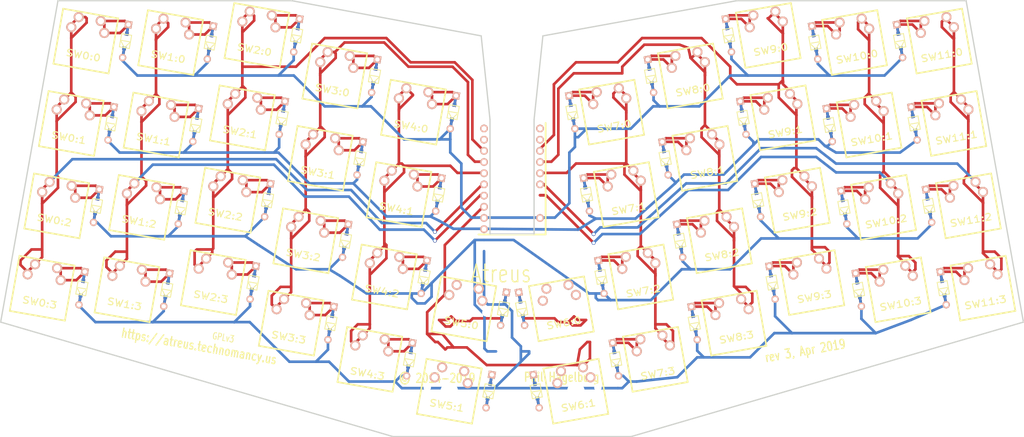
<source format=kicad_pcb>
(kicad_pcb (version 3) (host pcbnew "(2014-02-26 BZR 4721)-product")
  (title_block (date "16 oct 2014"))
  (layers (15 Front signal) (0 Back signal) (18 B.Paste user) (19 F.Paste user) (20 B.SilkS user) (21 F.SilkS user) (22 B.Mask user) (23 F.Mask user) (28 Edge.Cuts user))
  (gr_text Atreus (at 131.5 84) (layer F.SilkS) (effects (font (size 4 3) (thickness 0.3048))))
  (gr_text "Phil Hagelberg" (at 145.25 107.5) (layer F.SilkS) (effects (font (size 2.032 1.524) (thickness 0.3048))))
  (gr_text "GPLv3" (at 68.5 98.5 350) (layer F.SilkS) (effects (font (size 1.5 1.1) (thickness 0.2))))
  (gr_text https://atreus.technomancy.us (at 63 100.5 350) (layer F.SilkS) (effects (font (size 2.032 1.524) (thickness 0.3048))))
  (gr_text "rev 3, Apr 2019" (at 200.5 101.5 10) (layer F.SilkS) (effects (font (size 2.032 1.524) (thickness 0.3048))))
  (gr_text "© 2014-2019" (at 117 107.75) (layer F.SilkS) (effects (font (size 2.032 1.524) (thickness 0.3048))))
  (net 0 "")
  (net 1 N-row-0)
  (net 2 N-row-1)
  (net 3 N-row-2)
  (net 4 N-row-3)
  (net 5 N-col-0)
  (net 6 N-col-1)
  (net 7 N-col-2)
  (net 8 N-col-3)
  (net 9 N-col-4)
  (net 10 N-col-5)
  (net 11 N-col-6)
  (net 12 N-col-7)
  (net 13 N-col-8)
  (net 14 N-col-9)
  (net 15 N-col-10)
  (net 16 N-diode-0)
  (net 17 N-diode-1)
  (net 18 N-diode-2)
  (net 19 N-diode-3)
  (net 20 N-diode-4)
  (net 21 N-diode-5)
  (net 22 N-diode-6)
  (net 23 N-diode-7)
  (net 24 N-diode-8)
  (net 25 N-diode-9)
  (net 26 N-diode-10)
  (net 27 N-diode-11)
  (net 28 N-diode-12)
  (net 29 N-diode-13)
  (net 30 N-diode-14)
  (net 31 N-diode-15)
  (net 32 N-diode-16)
  (net 33 N-diode-17)
  (net 34 N-diode-18)
  (net 35 N-diode-19)
  (net 36 N-diode-20)
  (net 37 N-diode-21)
  (net 38 N-diode-22)
  (net 39 N-diode-23)
  (net 40 N-diode-24)
  (net 41 N-diode-25)
  (net 42 N-diode-26)
  (net 43 N-diode-27)
  (net 44 N-diode-28)
  (net 45 N-diode-29)
  (net 46 N-diode-30)
  (net 47 N-diode-31)
  (net 48 N-diode-32)
  (net 49 N-diode-33)
  (net 50 N-diode-34)
  (net 51 N-diode-35)
  (net 52 N-diode-36)
  (net 53 N-diode-37)
  (net 54 N-diode-38)
  (net 55 N-diode-39)
  (net 56 N-diode-40)
  (net 57 N-diode-41)
  (module A_STAR (layer Front) (at 134 65 270)
    (pad B5 thru_hole circle (at -13.97 6.35 270) (size 1.7526 1.7526) (drill 1.0922) (layers *.Cu *.SilkS *.Mask) (net 7 N-col-2))
    (pad B4 thru_hole circle (at -11.43 6.35 270) (size 1.7526 1.7526) (drill 1.0922) (layers *.Cu *.SilkS *.Mask) (net 8 N-col-3))
    (pad E6 thru_hole circle (at -8.89 6.35 270) (size 1.7526 1.7526) (drill 1.0922) (layers *.Cu *.SilkS *.Mask) (net 9 N-col-4))
    (pad D7 thru_hole circle (at -6.35 6.35 270) (size 1.7526 1.7526) (drill 1.0922) (layers *.Cu *.SilkS *.Mask) (net 5 N-col-0))
    (pad C6 thru_hole circle (at -3.81 6.35 270) (size 1.7526 1.7526) (drill 1.0922) (layers *.Cu *.SilkS *.Mask) (net 6 N-col-1))
    (pad D4 thru_hole circle (at -1.27 6.35 270) (size 1.7526 1.7526) (drill 1.0922) (layers *.Cu *.SilkS *.Mask) (net 10 N-col-5))
    (pad D0 thru_hole circle (at 1.27 6.35 270) (size 1.7526 1.7526) (drill 1.0922) (layers *.Cu *.SilkS *.Mask) (net 1 N-row-0))
    (pad D1 thru_hole circle (at 3.81 6.35 270) (size 1.7526 1.7526) (drill 1.0922) (layers *.Cu *.SilkS *.Mask) (net 2 N-row-1))
    (pad D3 thru_hole circle (at 6.35 6.35 270) (size 1.7526 1.7526) (drill 1.0922) (layers *.Cu *.SilkS *.Mask) (net 3 N-row-2))
    (pad D2 thru_hole circle (at 8.89 6.35 270) (size 1.7526 1.7526) (drill 1.0922) (layers *.Cu *.SilkS *.Mask) (net 4 N-row-3))
    (pad F7 thru_hole circle (at -13.97 -6.35 270) (size 1.7526 1.7526) (drill 1.0922) (layers *.Cu *.SilkS *.Mask) (net 13 N-col-8))
    (pad F6 thru_hole circle (at -11.43 -6.35 270) (size 1.7526 1.7526) (drill 1.0922) (layers *.Cu *.SilkS *.Mask) (net 12 N-col-7))
    (pad B6 thru_hole circle (at -8.89 -6.35 270) (size 1.7526 1.7526) (drill 1.0922) (layers *.Cu *.SilkS *.Mask) (net 11 N-col-6))
    (pad B7 thru_hole circle (at -6.35 -6.35 270) (size 1.7526 1.7526) (drill 1.0922) (layers *.Cu *.SilkS *.Mask) (net 15 N-col-10))
    (pad D6 thru_hole circle (at -3.81 -6.35 270) (size 1.7526 1.7526) (drill 1.0922) (layers *.Cu *.SilkS *.Mask) (net 14 N-col-9))
    (pad RST thru_hole circle (at -1.27 -6.35 270) (size 1.7526 1.7526) (drill 1.0922) (layers *.Cu *.SilkS *.Mask) (net 0 ""))
    (pad GND thru_hole circle (at 6.35 -6.35 270) (size 1.7526 1.7526) (drill 1.0922) (layers *.Cu *.SilkS *.Mask) (net 0 ""))
  )
  (gr_line (start 31 22) (end 84 22) (angle 90) (layer Edge.Cuts) (width 0.3))
  (gr_line (start 84 22) (end 127 30) (angle 90) (layer Edge.Cuts) (width 0.3))
  (gr_line (start 127 30) (end 129 49) (angle 90) (layer Edge.Cuts) (width 0.3))
  (gr_line (start 129 49) (end 129 75) (angle 90) (layer Edge.Cuts) (width 0.3))
  (gr_line (start 129 75) (end 139 75) (angle 90) (layer Edge.Cuts) (width 0.3))
  (gr_line (start 139 75) (end 139 49) (angle 90) (layer Edge.Cuts) (width 0.3))
  (gr_line (start 139 49) (end 141 30) (angle 90) (layer Edge.Cuts) (width 0.3))
  (gr_line (start 141 30) (end 185 22) (angle 90) (layer Edge.Cuts) (width 0.3))
  (gr_line (start 185 22) (end 237 22) (angle 90) (layer Edge.Cuts) (width 0.3))
  (gr_line (start 237 22) (end 250 95) (angle 90) (layer Edge.Cuts) (width 0.3))
  (gr_line (start 250 95) (end 161 121) (angle 90) (layer Edge.Cuts) (width 0.3))
  (gr_line (start 161 121) (end 107 121) (angle 90) (layer Edge.Cuts) (width 0.3))
  (gr_line (start 107 121) (end 18 95) (angle 90) (layer Edge.Cuts) (width 0.3))
  (gr_line (start 18 95) (end 31 22) (angle 90) (layer Edge.Cuts) (width 0.3))
  (module MX_FLIP (layer Front) (at 37.32216188589651 31.17777739976934 -10)
    (fp_text reference "SW0:0" (at 0 3.302 -10) (layer F.SilkS) (effects (font (size 1.524 1.778) (thickness 0.254))))
    (pad 0 np_thru_hole circle (at 0 0) (size 3.9878 3.9878) (drill 3.9878))
    (pad 0 np_thru_hole circle (at -5.08 0) (size 1.7018 1.7018) (drill 1.7018))
    (pad 0 np_thru_hole circle (at 5.08 0) (size 1.7018 1.7018) (drill 1.7018))
    (pad 1 thru_hole circle (at 2.54 -5.08) (size 2.286 2.286) (drill 1.4986) (layers *.Cu *.SilkS *.Mask) (net 16 N-diode-0))
    (pad 1 thru_hole circle (at 3.81 -2.54) (size 2.286 2.286) (drill 1.4986) (layers *.Cu *.SilkS *.Mask) (net 16 N-diode-0))
    (pad 2 thru_hole circle (at -2.54 -5.08) (size 2.286 2.286) (drill 1.4986) (layers *.Cu *.SilkS *.Mask) (net 5 N-col-0))
    (pad 2 thru_hole circle (at -3.81 -2.54) (size 2.286 2.286) (drill 1.4986) (layers *.Cu *.SilkS *.Mask) (net 5 N-col-0))
  )
  (module DIODE (layer Front) (at 46.32216188589651 31.17777739976934 80)
    (fp_text reference D2:2 hide)
    (fp_line (start -3.81 0) (end -1.6637 0) (layer Back) (width 0.6096))
    (fp_line (start 1.6637 0) (end 3.81 0) (layer Back) (width 0.6096))
    (fp_line (start -3.81 0) (end -1.6637 0) (layer Front) (width 0.6096))
    (fp_line (start 1.6637 0) (end 3.81 0) (layer Front) (width 0.6096))
    (pad 1 thru_hole circle (at -3.81 0 180) (size 1.651 1.651) (drill 0.9906) (layers *.Cu *.SilkS *.Mask) (net 1 N-row-0))
    (pad 2 thru_hole rect (at 3.81 0 -10) (size 1.651 1.651) (drill 0.9906) (layers *.Cu *.SilkS *.Mask) (net 16 N-diode-0))
    (pad 99 smd rect (at -1.6637 0 -10) (size 0.8382 0.8382) (layers Front F.Paste F.Mask))
    (pad 99 smd rect (at -1.6637 0 -10) (size 0.8382 0.8382) (layers Back B.Paste B.Mask))
    (pad 99 smd rect (at 1.6637 0 -10) (size 0.8382 0.8382) (layers Front F.Paste F.Mask))
    (pad 99 smd rect (at 1.6637 0 -10) (size 0.8382 0.8382) (layers Back B.Paste B.Mask))
  )
  (module MX_FLIP (layer Front) (at 34.02284651022484 49.88912470700129 -10)
    (fp_text reference "SW0:1" (at 0 3.302 -10) (layer F.SilkS) (effects (font (size 1.524 1.778) (thickness 0.254))))
    (pad 0 np_thru_hole circle (at 0 0) (size 3.9878 3.9878) (drill 3.9878))
    (pad 0 np_thru_hole circle (at -5.08 0) (size 1.7018 1.7018) (drill 1.7018))
    (pad 0 np_thru_hole circle (at 5.08 0) (size 1.7018 1.7018) (drill 1.7018))
    (pad 1 thru_hole circle (at 2.54 -5.08) (size 2.286 2.286) (drill 1.4986) (layers *.Cu *.SilkS *.Mask) (net 17 N-diode-1))
    (pad 1 thru_hole circle (at 3.81 -2.54) (size 2.286 2.286) (drill 1.4986) (layers *.Cu *.SilkS *.Mask) (net 17 N-diode-1))
    (pad 2 thru_hole circle (at -2.54 -5.08) (size 2.286 2.286) (drill 1.4986) (layers *.Cu *.SilkS *.Mask) (net 5 N-col-0))
    (pad 2 thru_hole circle (at -3.81 -2.54) (size 2.286 2.286) (drill 1.4986) (layers *.Cu *.SilkS *.Mask) (net 5 N-col-0))
  )
  (module DIODE (layer Front) (at 43.02284651022484 49.88912470700129 80)
    (fp_text reference D2:2 hide)
    (fp_line (start -3.81 0) (end -1.6637 0) (layer Back) (width 0.6096))
    (fp_line (start 1.6637 0) (end 3.81 0) (layer Back) (width 0.6096))
    (fp_line (start -3.81 0) (end -1.6637 0) (layer Front) (width 0.6096))
    (fp_line (start 1.6637 0) (end 3.81 0) (layer Front) (width 0.6096))
    (pad 1 thru_hole circle (at -3.81 0 180) (size 1.651 1.651) (drill 0.9906) (layers *.Cu *.SilkS *.Mask) (net 2 N-row-1))
    (pad 2 thru_hole rect (at 3.81 0 -10) (size 1.651 1.651) (drill 0.9906) (layers *.Cu *.SilkS *.Mask) (net 17 N-diode-1))
    (pad 99 smd rect (at -1.6637 0 -10) (size 0.8382 0.8382) (layers Front F.Paste F.Mask))
    (pad 99 smd rect (at -1.6637 0 -10) (size 0.8382 0.8382) (layers Back B.Paste B.Mask))
    (pad 99 smd rect (at 1.6637 0 -10) (size 0.8382 0.8382) (layers Front F.Paste F.Mask))
    (pad 99 smd rect (at 1.6637 0 -10) (size 0.8382 0.8382) (layers Back B.Paste B.Mask))
  )
  (module MX_FLIP (layer Front) (at 30.723531134553163 68.60047201423325 -10)
    (fp_text reference "SW0:2" (at 0 3.302 -10) (layer F.SilkS) (effects (font (size 1.524 1.778) (thickness 0.254))))
    (pad 0 np_thru_hole circle (at 0 0) (size 3.9878 3.9878) (drill 3.9878))
    (pad 0 np_thru_hole circle (at -5.08 0) (size 1.7018 1.7018) (drill 1.7018))
    (pad 0 np_thru_hole circle (at 5.08 0) (size 1.7018 1.7018) (drill 1.7018))
    (pad 1 thru_hole circle (at 2.54 -5.08) (size 2.286 2.286) (drill 1.4986) (layers *.Cu *.SilkS *.Mask) (net 18 N-diode-2))
    (pad 1 thru_hole circle (at 3.81 -2.54) (size 2.286 2.286) (drill 1.4986) (layers *.Cu *.SilkS *.Mask) (net 18 N-diode-2))
    (pad 2 thru_hole circle (at -2.54 -5.08) (size 2.286 2.286) (drill 1.4986) (layers *.Cu *.SilkS *.Mask) (net 5 N-col-0))
    (pad 2 thru_hole circle (at -3.81 -2.54) (size 2.286 2.286) (drill 1.4986) (layers *.Cu *.SilkS *.Mask) (net 5 N-col-0))
  )
  (module DIODE (layer Front) (at 39.72353113455316 68.60047201423325 80)
    (fp_text reference D2:2 hide)
    (fp_line (start -3.81 0) (end -1.6637 0) (layer Back) (width 0.6096))
    (fp_line (start 1.6637 0) (end 3.81 0) (layer Back) (width 0.6096))
    (fp_line (start -3.81 0) (end -1.6637 0) (layer Front) (width 0.6096))
    (fp_line (start 1.6637 0) (end 3.81 0) (layer Front) (width 0.6096))
    (pad 1 thru_hole circle (at -3.81 0 180) (size 1.651 1.651) (drill 0.9906) (layers *.Cu *.SilkS *.Mask) (net 3 N-row-2))
    (pad 2 thru_hole rect (at 3.81 0 -10) (size 1.651 1.651) (drill 0.9906) (layers *.Cu *.SilkS *.Mask) (net 18 N-diode-2))
    (pad 99 smd rect (at -1.6637 0 -10) (size 0.8382 0.8382) (layers Front F.Paste F.Mask))
    (pad 99 smd rect (at -1.6637 0 -10) (size 0.8382 0.8382) (layers Back B.Paste B.Mask))
    (pad 99 smd rect (at 1.6637 0 -10) (size 0.8382 0.8382) (layers Front F.Paste F.Mask))
    (pad 99 smd rect (at 1.6637 0 -10) (size 0.8382 0.8382) (layers Back B.Paste B.Mask))
  )
  (module MX_FLIP (layer Front) (at 27.424215758881473 87.3118193214652 -10)
    (fp_text reference "SW0:3" (at 0 3.302 -10) (layer F.SilkS) (effects (font (size 1.524 1.778) (thickness 0.254))))
    (pad 0 np_thru_hole circle (at 0 0) (size 3.9878 3.9878) (drill 3.9878))
    (pad 0 np_thru_hole circle (at -5.08 0) (size 1.7018 1.7018) (drill 1.7018))
    (pad 0 np_thru_hole circle (at 5.08 0) (size 1.7018 1.7018) (drill 1.7018))
    (pad 1 thru_hole circle (at 2.54 -5.08) (size 2.286 2.286) (drill 1.4986) (layers *.Cu *.SilkS *.Mask) (net 19 N-diode-3))
    (pad 1 thru_hole circle (at 3.81 -2.54) (size 2.286 2.286) (drill 1.4986) (layers *.Cu *.SilkS *.Mask) (net 19 N-diode-3))
    (pad 2 thru_hole circle (at -2.54 -5.08) (size 2.286 2.286) (drill 1.4986) (layers *.Cu *.SilkS *.Mask) (net 5 N-col-0))
    (pad 2 thru_hole circle (at -3.81 -2.54) (size 2.286 2.286) (drill 1.4986) (layers *.Cu *.SilkS *.Mask) (net 5 N-col-0))
  )
  (module DIODE (layer Front) (at 36.42421575888147 87.3118193214652 80)
    (fp_text reference D2:2 hide)
    (fp_line (start -3.81 0) (end -1.6637 0) (layer Back) (width 0.6096))
    (fp_line (start 1.6637 0) (end 3.81 0) (layer Back) (width 0.6096))
    (fp_line (start -3.81 0) (end -1.6637 0) (layer Front) (width 0.6096))
    (fp_line (start 1.6637 0) (end 3.81 0) (layer Front) (width 0.6096))
    (pad 1 thru_hole circle (at -3.81 0 180) (size 1.651 1.651) (drill 0.9906) (layers *.Cu *.SilkS *.Mask) (net 4 N-row-3))
    (pad 2 thru_hole rect (at 3.81 0 -10) (size 1.651 1.651) (drill 0.9906) (layers *.Cu *.SilkS *.Mask) (net 19 N-diode-3))
    (pad 99 smd rect (at -1.6637 0 -10) (size 0.8382 0.8382) (layers Front F.Paste F.Mask))
    (pad 99 smd rect (at -1.6637 0 -10) (size 0.8382 0.8382) (layers Back B.Paste B.Mask))
    (pad 99 smd rect (at 1.6637 0 -10) (size 0.8382 0.8382) (layers Front F.Paste F.Mask))
    (pad 99 smd rect (at 1.6637 0 -10) (size 0.8382 0.8382) (layers Back B.Paste B.Mask))
  )
  (module MX_FLIP (layer Front) (at 56.55445372612925 31.52266951640439 -10)
    (fp_text reference "SW1:0" (at 0 3.302 -10) (layer F.SilkS) (effects (font (size 1.524 1.778) (thickness 0.254))))
    (pad 0 np_thru_hole circle (at 0 0) (size 3.9878 3.9878) (drill 3.9878))
    (pad 0 np_thru_hole circle (at -5.08 0) (size 1.7018 1.7018) (drill 1.7018))
    (pad 0 np_thru_hole circle (at 5.08 0) (size 1.7018 1.7018) (drill 1.7018))
    (pad 1 thru_hole circle (at 2.54 -5.08) (size 2.286 2.286) (drill 1.4986) (layers *.Cu *.SilkS *.Mask) (net 20 N-diode-4))
    (pad 1 thru_hole circle (at 3.81 -2.54) (size 2.286 2.286) (drill 1.4986) (layers *.Cu *.SilkS *.Mask) (net 20 N-diode-4))
    (pad 2 thru_hole circle (at -2.54 -5.08) (size 2.286 2.286) (drill 1.4986) (layers *.Cu *.SilkS *.Mask) (net 6 N-col-1))
    (pad 2 thru_hole circle (at -3.81 -2.54) (size 2.286 2.286) (drill 1.4986) (layers *.Cu *.SilkS *.Mask) (net 6 N-col-1))
  )
  (module DIODE (layer Front) (at 65.55445372612925 31.52266951640439 80)
    (fp_text reference D2:2 hide)
    (fp_line (start -3.81 0) (end -1.6637 0) (layer Back) (width 0.6096))
    (fp_line (start 1.6637 0) (end 3.81 0) (layer Back) (width 0.6096))
    (fp_line (start -3.81 0) (end -1.6637 0) (layer Front) (width 0.6096))
    (fp_line (start 1.6637 0) (end 3.81 0) (layer Front) (width 0.6096))
    (pad 1 thru_hole circle (at -3.81 0 180) (size 1.651 1.651) (drill 0.9906) (layers *.Cu *.SilkS *.Mask) (net 1 N-row-0))
    (pad 2 thru_hole rect (at 3.81 0 -10) (size 1.651 1.651) (drill 0.9906) (layers *.Cu *.SilkS *.Mask) (net 20 N-diode-4))
    (pad 99 smd rect (at -1.6637 0 -10) (size 0.8382 0.8382) (layers Front F.Paste F.Mask))
    (pad 99 smd rect (at -1.6637 0 -10) (size 0.8382 0.8382) (layers Back B.Paste B.Mask))
    (pad 99 smd rect (at 1.6637 0 -10) (size 0.8382 0.8382) (layers Front F.Paste F.Mask))
    (pad 99 smd rect (at 1.6637 0 -10) (size 0.8382 0.8382) (layers Back B.Paste B.Mask))
  )
  (module MX_FLIP (layer Front) (at 53.25513835045758 50.23401682363635 -10)
    (fp_text reference "SW1:1" (at 0 3.302 -10) (layer F.SilkS) (effects (font (size 1.524 1.778) (thickness 0.254))))
    (pad 0 np_thru_hole circle (at 0 0) (size 3.9878 3.9878) (drill 3.9878))
    (pad 0 np_thru_hole circle (at -5.08 0) (size 1.7018 1.7018) (drill 1.7018))
    (pad 0 np_thru_hole circle (at 5.08 0) (size 1.7018 1.7018) (drill 1.7018))
    (pad 1 thru_hole circle (at 2.54 -5.08) (size 2.286 2.286) (drill 1.4986) (layers *.Cu *.SilkS *.Mask) (net 21 N-diode-5))
    (pad 1 thru_hole circle (at 3.81 -2.54) (size 2.286 2.286) (drill 1.4986) (layers *.Cu *.SilkS *.Mask) (net 21 N-diode-5))
    (pad 2 thru_hole circle (at -2.54 -5.08) (size 2.286 2.286) (drill 1.4986) (layers *.Cu *.SilkS *.Mask) (net 6 N-col-1))
    (pad 2 thru_hole circle (at -3.81 -2.54) (size 2.286 2.286) (drill 1.4986) (layers *.Cu *.SilkS *.Mask) (net 6 N-col-1))
  )
  (module DIODE (layer Front) (at 62.25513835045758 50.23401682363635 80)
    (fp_text reference D2:2 hide)
    (fp_line (start -3.81 0) (end -1.6637 0) (layer Back) (width 0.6096))
    (fp_line (start 1.6637 0) (end 3.81 0) (layer Back) (width 0.6096))
    (fp_line (start -3.81 0) (end -1.6637 0) (layer Front) (width 0.6096))
    (fp_line (start 1.6637 0) (end 3.81 0) (layer Front) (width 0.6096))
    (pad 1 thru_hole circle (at -3.81 0 180) (size 1.651 1.651) (drill 0.9906) (layers *.Cu *.SilkS *.Mask) (net 2 N-row-1))
    (pad 2 thru_hole rect (at 3.81 0 -10) (size 1.651 1.651) (drill 0.9906) (layers *.Cu *.SilkS *.Mask) (net 21 N-diode-5))
    (pad 99 smd rect (at -1.6637 0 -10) (size 0.8382 0.8382) (layers Front F.Paste F.Mask))
    (pad 99 smd rect (at -1.6637 0 -10) (size 0.8382 0.8382) (layers Back B.Paste B.Mask))
    (pad 99 smd rect (at 1.6637 0 -10) (size 0.8382 0.8382) (layers Front F.Paste F.Mask))
    (pad 99 smd rect (at 1.6637 0 -10) (size 0.8382 0.8382) (layers Back B.Paste B.Mask))
  )
  (module MX_FLIP (layer Front) (at 49.9558229747859 68.9453641308683 -10)
    (fp_text reference "SW1:2" (at 0 3.302 -10) (layer F.SilkS) (effects (font (size 1.524 1.778) (thickness 0.254))))
    (pad 0 np_thru_hole circle (at 0 0) (size 3.9878 3.9878) (drill 3.9878))
    (pad 0 np_thru_hole circle (at -5.08 0) (size 1.7018 1.7018) (drill 1.7018))
    (pad 0 np_thru_hole circle (at 5.08 0) (size 1.7018 1.7018) (drill 1.7018))
    (pad 1 thru_hole circle (at 2.54 -5.08) (size 2.286 2.286) (drill 1.4986) (layers *.Cu *.SilkS *.Mask) (net 22 N-diode-6))
    (pad 1 thru_hole circle (at 3.81 -2.54) (size 2.286 2.286) (drill 1.4986) (layers *.Cu *.SilkS *.Mask) (net 22 N-diode-6))
    (pad 2 thru_hole circle (at -2.54 -5.08) (size 2.286 2.286) (drill 1.4986) (layers *.Cu *.SilkS *.Mask) (net 6 N-col-1))
    (pad 2 thru_hole circle (at -3.81 -2.54) (size 2.286 2.286) (drill 1.4986) (layers *.Cu *.SilkS *.Mask) (net 6 N-col-1))
  )
  (module DIODE (layer Front) (at 58.9558229747859 68.9453641308683 80)
    (fp_text reference D2:2 hide)
    (fp_line (start -3.81 0) (end -1.6637 0) (layer Back) (width 0.6096))
    (fp_line (start 1.6637 0) (end 3.81 0) (layer Back) (width 0.6096))
    (fp_line (start -3.81 0) (end -1.6637 0) (layer Front) (width 0.6096))
    (fp_line (start 1.6637 0) (end 3.81 0) (layer Front) (width 0.6096))
    (pad 1 thru_hole circle (at -3.81 0 180) (size 1.651 1.651) (drill 0.9906) (layers *.Cu *.SilkS *.Mask) (net 3 N-row-2))
    (pad 2 thru_hole rect (at 3.81 0 -10) (size 1.651 1.651) (drill 0.9906) (layers *.Cu *.SilkS *.Mask) (net 22 N-diode-6))
    (pad 99 smd rect (at -1.6637 0 -10) (size 0.8382 0.8382) (layers Front F.Paste F.Mask))
    (pad 99 smd rect (at -1.6637 0 -10) (size 0.8382 0.8382) (layers Back B.Paste B.Mask))
    (pad 99 smd rect (at 1.6637 0 -10) (size 0.8382 0.8382) (layers Front F.Paste F.Mask))
    (pad 99 smd rect (at 1.6637 0 -10) (size 0.8382 0.8382) (layers Back B.Paste B.Mask))
  )
  (module MX_FLIP (layer Front) (at 46.65650759911422 87.65671143810026 -10)
    (fp_text reference "SW1:3" (at 0 3.302 -10) (layer F.SilkS) (effects (font (size 1.524 1.778) (thickness 0.254))))
    (pad 0 np_thru_hole circle (at 0 0) (size 3.9878 3.9878) (drill 3.9878))
    (pad 0 np_thru_hole circle (at -5.08 0) (size 1.7018 1.7018) (drill 1.7018))
    (pad 0 np_thru_hole circle (at 5.08 0) (size 1.7018 1.7018) (drill 1.7018))
    (pad 1 thru_hole circle (at 2.54 -5.08) (size 2.286 2.286) (drill 1.4986) (layers *.Cu *.SilkS *.Mask) (net 23 N-diode-7))
    (pad 1 thru_hole circle (at 3.81 -2.54) (size 2.286 2.286) (drill 1.4986) (layers *.Cu *.SilkS *.Mask) (net 23 N-diode-7))
    (pad 2 thru_hole circle (at -2.54 -5.08) (size 2.286 2.286) (drill 1.4986) (layers *.Cu *.SilkS *.Mask) (net 6 N-col-1))
    (pad 2 thru_hole circle (at -3.81 -2.54) (size 2.286 2.286) (drill 1.4986) (layers *.Cu *.SilkS *.Mask) (net 6 N-col-1))
  )
  (module DIODE (layer Front) (at 55.65650759911422 87.65671143810026 80)
    (fp_text reference D2:2 hide)
    (fp_line (start -3.81 0) (end -1.6637 0) (layer Back) (width 0.6096))
    (fp_line (start 1.6637 0) (end 3.81 0) (layer Back) (width 0.6096))
    (fp_line (start -3.81 0) (end -1.6637 0) (layer Front) (width 0.6096))
    (fp_line (start 1.6637 0) (end 3.81 0) (layer Front) (width 0.6096))
    (pad 1 thru_hole circle (at -3.81 0 180) (size 1.651 1.651) (drill 0.9906) (layers *.Cu *.SilkS *.Mask) (net 4 N-row-3))
    (pad 2 thru_hole rect (at 3.81 0 -10) (size 1.651 1.651) (drill 0.9906) (layers *.Cu *.SilkS *.Mask) (net 23 N-diode-7))
    (pad 99 smd rect (at -1.6637 0 -10) (size 0.8382 0.8382) (layers Front F.Paste F.Mask))
    (pad 99 smd rect (at -1.6637 0 -10) (size 0.8382 0.8382) (layers Back B.Paste B.Mask))
    (pad 99 smd rect (at 1.6637 0 -10) (size 0.8382 0.8382) (layers Front F.Paste F.Mask))
    (pad 99 smd rect (at 1.6637 0 -10) (size 0.8382 0.8382) (layers Back B.Paste B.Mask))
  )
  (module MX_FLIP (layer Front) (at 76.13404192169585 29.89794612701503 -10)
    (fp_text reference "SW2:0" (at 0 3.302 -10) (layer F.SilkS) (effects (font (size 1.524 1.778) (thickness 0.254))))
    (pad 0 np_thru_hole circle (at 0 0) (size 3.9878 3.9878) (drill 3.9878))
    (pad 0 np_thru_hole circle (at -5.08 0) (size 1.7018 1.7018) (drill 1.7018))
    (pad 0 np_thru_hole circle (at 5.08 0) (size 1.7018 1.7018) (drill 1.7018))
    (pad 1 thru_hole circle (at 2.54 -5.08) (size 2.286 2.286) (drill 1.4986) (layers *.Cu *.SilkS *.Mask) (net 24 N-diode-8))
    (pad 1 thru_hole circle (at 3.81 -2.54) (size 2.286 2.286) (drill 1.4986) (layers *.Cu *.SilkS *.Mask) (net 24 N-diode-8))
    (pad 2 thru_hole circle (at -2.54 -5.08) (size 2.286 2.286) (drill 1.4986) (layers *.Cu *.SilkS *.Mask) (net 7 N-col-2))
    (pad 2 thru_hole circle (at -3.81 -2.54) (size 2.286 2.286) (drill 1.4986) (layers *.Cu *.SilkS *.Mask) (net 7 N-col-2))
  )
  (module DIODE (layer Front) (at 85.13404192169585 29.89794612701503 80)
    (fp_text reference D2:2 hide)
    (fp_line (start -3.81 0) (end -1.6637 0) (layer Back) (width 0.6096))
    (fp_line (start 1.6637 0) (end 3.81 0) (layer Back) (width 0.6096))
    (fp_line (start -3.81 0) (end -1.6637 0) (layer Front) (width 0.6096))
    (fp_line (start 1.6637 0) (end 3.81 0) (layer Front) (width 0.6096))
    (pad 1 thru_hole circle (at -3.81 0 180) (size 1.651 1.651) (drill 0.9906) (layers *.Cu *.SilkS *.Mask) (net 1 N-row-0))
    (pad 2 thru_hole rect (at 3.81 0 -10) (size 1.651 1.651) (drill 0.9906) (layers *.Cu *.SilkS *.Mask) (net 24 N-diode-8))
    (pad 99 smd rect (at -1.6637 0 -10) (size 0.8382 0.8382) (layers Front F.Paste F.Mask))
    (pad 99 smd rect (at -1.6637 0 -10) (size 0.8382 0.8382) (layers Back B.Paste B.Mask))
    (pad 99 smd rect (at 1.6637 0 -10) (size 0.8382 0.8382) (layers Front F.Paste F.Mask))
    (pad 99 smd rect (at 1.6637 0 -10) (size 0.8382 0.8382) (layers Back B.Paste B.Mask))
  )
  (module MX_FLIP (layer Front) (at 72.83472654602419 48.60929343424698 -10)
    (fp_text reference "SW2:1" (at 0 3.302 -10) (layer F.SilkS) (effects (font (size 1.524 1.778) (thickness 0.254))))
    (pad 0 np_thru_hole circle (at 0 0) (size 3.9878 3.9878) (drill 3.9878))
    (pad 0 np_thru_hole circle (at -5.08 0) (size 1.7018 1.7018) (drill 1.7018))
    (pad 0 np_thru_hole circle (at 5.08 0) (size 1.7018 1.7018) (drill 1.7018))
    (pad 1 thru_hole circle (at 2.54 -5.08) (size 2.286 2.286) (drill 1.4986) (layers *.Cu *.SilkS *.Mask) (net 25 N-diode-9))
    (pad 1 thru_hole circle (at 3.81 -2.54) (size 2.286 2.286) (drill 1.4986) (layers *.Cu *.SilkS *.Mask) (net 25 N-diode-9))
    (pad 2 thru_hole circle (at -2.54 -5.08) (size 2.286 2.286) (drill 1.4986) (layers *.Cu *.SilkS *.Mask) (net 7 N-col-2))
    (pad 2 thru_hole circle (at -3.81 -2.54) (size 2.286 2.286) (drill 1.4986) (layers *.Cu *.SilkS *.Mask) (net 7 N-col-2))
  )
  (module DIODE (layer Front) (at 81.83472654602419 48.60929343424698 80)
    (fp_text reference D2:2 hide)
    (fp_line (start -3.81 0) (end -1.6637 0) (layer Back) (width 0.6096))
    (fp_line (start 1.6637 0) (end 3.81 0) (layer Back) (width 0.6096))
    (fp_line (start -3.81 0) (end -1.6637 0) (layer Front) (width 0.6096))
    (fp_line (start 1.6637 0) (end 3.81 0) (layer Front) (width 0.6096))
    (pad 1 thru_hole circle (at -3.81 0 180) (size 1.651 1.651) (drill 0.9906) (layers *.Cu *.SilkS *.Mask) (net 2 N-row-1))
    (pad 2 thru_hole rect (at 3.81 0 -10) (size 1.651 1.651) (drill 0.9906) (layers *.Cu *.SilkS *.Mask) (net 25 N-diode-9))
    (pad 99 smd rect (at -1.6637 0 -10) (size 0.8382 0.8382) (layers Front F.Paste F.Mask))
    (pad 99 smd rect (at -1.6637 0 -10) (size 0.8382 0.8382) (layers Back B.Paste B.Mask))
    (pad 99 smd rect (at 1.6637 0 -10) (size 0.8382 0.8382) (layers Front F.Paste F.Mask))
    (pad 99 smd rect (at 1.6637 0 -10) (size 0.8382 0.8382) (layers Back B.Paste B.Mask))
  )
  (module MX_FLIP (layer Front) (at 69.53541117035252 67.32064074147894 -10)
    (fp_text reference "SW2:2" (at 0 3.302 -10) (layer F.SilkS) (effects (font (size 1.524 1.778) (thickness 0.254))))
    (pad 0 np_thru_hole circle (at 0 0) (size 3.9878 3.9878) (drill 3.9878))
    (pad 0 np_thru_hole circle (at -5.08 0) (size 1.7018 1.7018) (drill 1.7018))
    (pad 0 np_thru_hole circle (at 5.08 0) (size 1.7018 1.7018) (drill 1.7018))
    (pad 1 thru_hole circle (at 2.54 -5.08) (size 2.286 2.286) (drill 1.4986) (layers *.Cu *.SilkS *.Mask) (net 26 N-diode-10))
    (pad 1 thru_hole circle (at 3.81 -2.54) (size 2.286 2.286) (drill 1.4986) (layers *.Cu *.SilkS *.Mask) (net 26 N-diode-10))
    (pad 2 thru_hole circle (at -2.54 -5.08) (size 2.286 2.286) (drill 1.4986) (layers *.Cu *.SilkS *.Mask) (net 7 N-col-2))
    (pad 2 thru_hole circle (at -3.81 -2.54) (size 2.286 2.286) (drill 1.4986) (layers *.Cu *.SilkS *.Mask) (net 7 N-col-2))
  )
  (module DIODE (layer Front) (at 78.53541117035252 67.32064074147894 80)
    (fp_text reference D2:2 hide)
    (fp_line (start -3.81 0) (end -1.6637 0) (layer Back) (width 0.6096))
    (fp_line (start 1.6637 0) (end 3.81 0) (layer Back) (width 0.6096))
    (fp_line (start -3.81 0) (end -1.6637 0) (layer Front) (width 0.6096))
    (fp_line (start 1.6637 0) (end 3.81 0) (layer Front) (width 0.6096))
    (pad 1 thru_hole circle (at -3.81 0 180) (size 1.651 1.651) (drill 0.9906) (layers *.Cu *.SilkS *.Mask) (net 3 N-row-2))
    (pad 2 thru_hole rect (at 3.81 0 -10) (size 1.651 1.651) (drill 0.9906) (layers *.Cu *.SilkS *.Mask) (net 26 N-diode-10))
    (pad 99 smd rect (at -1.6637 0 -10) (size 0.8382 0.8382) (layers Front F.Paste F.Mask))
    (pad 99 smd rect (at -1.6637 0 -10) (size 0.8382 0.8382) (layers Back B.Paste B.Mask))
    (pad 99 smd rect (at 1.6637 0 -10) (size 0.8382 0.8382) (layers Front F.Paste F.Mask))
    (pad 99 smd rect (at 1.6637 0 -10) (size 0.8382 0.8382) (layers Back B.Paste B.Mask))
  )
  (module MX_FLIP (layer Front) (at 66.23609579468084 86.03198804871089 -10)
    (fp_text reference "SW2:3" (at 0 3.302 -10) (layer F.SilkS) (effects (font (size 1.524 1.778) (thickness 0.254))))
    (pad 0 np_thru_hole circle (at 0 0) (size 3.9878 3.9878) (drill 3.9878))
    (pad 0 np_thru_hole circle (at -5.08 0) (size 1.7018 1.7018) (drill 1.7018))
    (pad 0 np_thru_hole circle (at 5.08 0) (size 1.7018 1.7018) (drill 1.7018))
    (pad 1 thru_hole circle (at 2.54 -5.08) (size 2.286 2.286) (drill 1.4986) (layers *.Cu *.SilkS *.Mask) (net 27 N-diode-11))
    (pad 1 thru_hole circle (at 3.81 -2.54) (size 2.286 2.286) (drill 1.4986) (layers *.Cu *.SilkS *.Mask) (net 27 N-diode-11))
    (pad 2 thru_hole circle (at -2.54 -5.08) (size 2.286 2.286) (drill 1.4986) (layers *.Cu *.SilkS *.Mask) (net 7 N-col-2))
    (pad 2 thru_hole circle (at -3.81 -2.54) (size 2.286 2.286) (drill 1.4986) (layers *.Cu *.SilkS *.Mask) (net 7 N-col-2))
  )
  (module DIODE (layer Front) (at 75.23609579468084 86.03198804871089 80)
    (fp_text reference D2:2 hide)
    (fp_line (start -3.81 0) (end -1.6637 0) (layer Back) (width 0.6096))
    (fp_line (start 1.6637 0) (end 3.81 0) (layer Back) (width 0.6096))
    (fp_line (start -3.81 0) (end -1.6637 0) (layer Front) (width 0.6096))
    (fp_line (start 1.6637 0) (end 3.81 0) (layer Front) (width 0.6096))
    (pad 1 thru_hole circle (at -3.81 0 180) (size 1.651 1.651) (drill 0.9906) (layers *.Cu *.SilkS *.Mask) (net 4 N-row-3))
    (pad 2 thru_hole rect (at 3.81 0 -10) (size 1.651 1.651) (drill 0.9906) (layers *.Cu *.SilkS *.Mask) (net 27 N-diode-11))
    (pad 99 smd rect (at -1.6637 0 -10) (size 0.8382 0.8382) (layers Front F.Paste F.Mask))
    (pad 99 smd rect (at -1.6637 0 -10) (size 0.8382 0.8382) (layers Back B.Paste B.Mask))
    (pad 99 smd rect (at 1.6637 0 -10) (size 0.8382 0.8382) (layers Front F.Paste F.Mask))
    (pad 99 smd rect (at 1.6637 0 -10) (size 0.8382 0.8382) (layers Back B.Paste B.Mask))
  )
  (module MX_FLIP (layer Front) (at 93.80350016292623 39.106108020759955 -10)
    (fp_text reference "SW3:0" (at 0 3.302 -10) (layer F.SilkS) (effects (font (size 1.524 1.778) (thickness 0.254))))
    (pad 0 np_thru_hole circle (at 0 0) (size 3.9878 3.9878) (drill 3.9878))
    (pad 0 np_thru_hole circle (at -5.08 0) (size 1.7018 1.7018) (drill 1.7018))
    (pad 0 np_thru_hole circle (at 5.08 0) (size 1.7018 1.7018) (drill 1.7018))
    (pad 1 thru_hole circle (at 2.54 -5.08) (size 2.286 2.286) (drill 1.4986) (layers *.Cu *.SilkS *.Mask) (net 28 N-diode-12))
    (pad 1 thru_hole circle (at 3.81 -2.54) (size 2.286 2.286) (drill 1.4986) (layers *.Cu *.SilkS *.Mask) (net 28 N-diode-12))
    (pad 2 thru_hole circle (at -2.54 -5.08) (size 2.286 2.286) (drill 1.4986) (layers *.Cu *.SilkS *.Mask) (net 8 N-col-3))
    (pad 2 thru_hole circle (at -3.81 -2.54) (size 2.286 2.286) (drill 1.4986) (layers *.Cu *.SilkS *.Mask) (net 8 N-col-3))
  )
  (module DIODE (layer Front) (at 102.80350016292623 39.106108020759955 80)
    (fp_text reference D2:2 hide)
    (fp_line (start -3.81 0) (end -1.6637 0) (layer Back) (width 0.6096))
    (fp_line (start 1.6637 0) (end 3.81 0) (layer Back) (width 0.6096))
    (fp_line (start -3.81 0) (end -1.6637 0) (layer Front) (width 0.6096))
    (fp_line (start 1.6637 0) (end 3.81 0) (layer Front) (width 0.6096))
    (pad 1 thru_hole circle (at -3.81 0 180) (size 1.651 1.651) (drill 0.9906) (layers *.Cu *.SilkS *.Mask) (net 1 N-row-0))
    (pad 2 thru_hole rect (at 3.81 0 -10) (size 1.651 1.651) (drill 0.9906) (layers *.Cu *.SilkS *.Mask) (net 28 N-diode-12))
    (pad 99 smd rect (at -1.6637 0 -10) (size 0.8382 0.8382) (layers Front F.Paste F.Mask))
    (pad 99 smd rect (at -1.6637 0 -10) (size 0.8382 0.8382) (layers Back B.Paste B.Mask))
    (pad 99 smd rect (at 1.6637 0 -10) (size 0.8382 0.8382) (layers Front F.Paste F.Mask))
    (pad 99 smd rect (at 1.6637 0 -10) (size 0.8382 0.8382) (layers Back B.Paste B.Mask))
  )
  (module MX_FLIP (layer Front) (at 90.50418478725454 57.81745532799191 -10)
    (fp_text reference "SW3:1" (at 0 3.302 -10) (layer F.SilkS) (effects (font (size 1.524 1.778) (thickness 0.254))))
    (pad 0 np_thru_hole circle (at 0 0) (size 3.9878 3.9878) (drill 3.9878))
    (pad 0 np_thru_hole circle (at -5.08 0) (size 1.7018 1.7018) (drill 1.7018))
    (pad 0 np_thru_hole circle (at 5.08 0) (size 1.7018 1.7018) (drill 1.7018))
    (pad 1 thru_hole circle (at 2.54 -5.08) (size 2.286 2.286) (drill 1.4986) (layers *.Cu *.SilkS *.Mask) (net 29 N-diode-13))
    (pad 1 thru_hole circle (at 3.81 -2.54) (size 2.286 2.286) (drill 1.4986) (layers *.Cu *.SilkS *.Mask) (net 29 N-diode-13))
    (pad 2 thru_hole circle (at -2.54 -5.08) (size 2.286 2.286) (drill 1.4986) (layers *.Cu *.SilkS *.Mask) (net 8 N-col-3))
    (pad 2 thru_hole circle (at -3.81 -2.54) (size 2.286 2.286) (drill 1.4986) (layers *.Cu *.SilkS *.Mask) (net 8 N-col-3))
  )
  (module DIODE (layer Front) (at 99.50418478725454 57.81745532799191 80)
    (fp_text reference D2:2 hide)
    (fp_line (start -3.81 0) (end -1.6637 0) (layer Back) (width 0.6096))
    (fp_line (start 1.6637 0) (end 3.81 0) (layer Back) (width 0.6096))
    (fp_line (start -3.81 0) (end -1.6637 0) (layer Front) (width 0.6096))
    (fp_line (start 1.6637 0) (end 3.81 0) (layer Front) (width 0.6096))
    (pad 1 thru_hole circle (at -3.81 0 180) (size 1.651 1.651) (drill 0.9906) (layers *.Cu *.SilkS *.Mask) (net 2 N-row-1))
    (pad 2 thru_hole rect (at 3.81 0 -10) (size 1.651 1.651) (drill 0.9906) (layers *.Cu *.SilkS *.Mask) (net 29 N-diode-13))
    (pad 99 smd rect (at -1.6637 0 -10) (size 0.8382 0.8382) (layers Front F.Paste F.Mask))
    (pad 99 smd rect (at -1.6637 0 -10) (size 0.8382 0.8382) (layers Back B.Paste B.Mask))
    (pad 99 smd rect (at 1.6637 0 -10) (size 0.8382 0.8382) (layers Front F.Paste F.Mask))
    (pad 99 smd rect (at 1.6637 0 -10) (size 0.8382 0.8382) (layers Back B.Paste B.Mask))
  )
  (module MX_FLIP (layer Front) (at 87.20486941158288 76.52880263522387 -10)
    (fp_text reference "SW3:2" (at 0 3.302 -10) (layer F.SilkS) (effects (font (size 1.524 1.778) (thickness 0.254))))
    (pad 0 np_thru_hole circle (at 0 0) (size 3.9878 3.9878) (drill 3.9878))
    (pad 0 np_thru_hole circle (at -5.08 0) (size 1.7018 1.7018) (drill 1.7018))
    (pad 0 np_thru_hole circle (at 5.08 0) (size 1.7018 1.7018) (drill 1.7018))
    (pad 1 thru_hole circle (at 2.54 -5.08) (size 2.286 2.286) (drill 1.4986) (layers *.Cu *.SilkS *.Mask) (net 30 N-diode-14))
    (pad 1 thru_hole circle (at 3.81 -2.54) (size 2.286 2.286) (drill 1.4986) (layers *.Cu *.SilkS *.Mask) (net 30 N-diode-14))
    (pad 2 thru_hole circle (at -2.54 -5.08) (size 2.286 2.286) (drill 1.4986) (layers *.Cu *.SilkS *.Mask) (net 8 N-col-3))
    (pad 2 thru_hole circle (at -3.81 -2.54) (size 2.286 2.286) (drill 1.4986) (layers *.Cu *.SilkS *.Mask) (net 8 N-col-3))
  )
  (module DIODE (layer Front) (at 96.20486941158288 76.52880263522387 80)
    (fp_text reference D2:2 hide)
    (fp_line (start -3.81 0) (end -1.6637 0) (layer Back) (width 0.6096))
    (fp_line (start 1.6637 0) (end 3.81 0) (layer Back) (width 0.6096))
    (fp_line (start -3.81 0) (end -1.6637 0) (layer Front) (width 0.6096))
    (fp_line (start 1.6637 0) (end 3.81 0) (layer Front) (width 0.6096))
    (pad 1 thru_hole circle (at -3.81 0 180) (size 1.651 1.651) (drill 0.9906) (layers *.Cu *.SilkS *.Mask) (net 3 N-row-2))
    (pad 2 thru_hole rect (at 3.81 0 -10) (size 1.651 1.651) (drill 0.9906) (layers *.Cu *.SilkS *.Mask) (net 30 N-diode-14))
    (pad 99 smd rect (at -1.6637 0 -10) (size 0.8382 0.8382) (layers Front F.Paste F.Mask))
    (pad 99 smd rect (at -1.6637 0 -10) (size 0.8382 0.8382) (layers Back B.Paste B.Mask))
    (pad 99 smd rect (at 1.6637 0 -10) (size 0.8382 0.8382) (layers Front F.Paste F.Mask))
    (pad 99 smd rect (at 1.6637 0 -10) (size 0.8382 0.8382) (layers Back B.Paste B.Mask))
  )
  (module MX_FLIP (layer Front) (at 83.9055540359112 95.24014994245582 -10)
    (fp_text reference "SW3:3" (at 0 3.302 -10) (layer F.SilkS) (effects (font (size 1.524 1.778) (thickness 0.254))))
    (pad 0 np_thru_hole circle (at 0 0) (size 3.9878 3.9878) (drill 3.9878))
    (pad 0 np_thru_hole circle (at -5.08 0) (size 1.7018 1.7018) (drill 1.7018))
    (pad 0 np_thru_hole circle (at 5.08 0) (size 1.7018 1.7018) (drill 1.7018))
    (pad 1 thru_hole circle (at 2.54 -5.08) (size 2.286 2.286) (drill 1.4986) (layers *.Cu *.SilkS *.Mask) (net 31 N-diode-15))
    (pad 1 thru_hole circle (at 3.81 -2.54) (size 2.286 2.286) (drill 1.4986) (layers *.Cu *.SilkS *.Mask) (net 31 N-diode-15))
    (pad 2 thru_hole circle (at -2.54 -5.08) (size 2.286 2.286) (drill 1.4986) (layers *.Cu *.SilkS *.Mask) (net 8 N-col-3))
    (pad 2 thru_hole circle (at -3.81 -2.54) (size 2.286 2.286) (drill 1.4986) (layers *.Cu *.SilkS *.Mask) (net 8 N-col-3))
  )
  (module DIODE (layer Front) (at 92.9055540359112 95.24014994245582 80)
    (fp_text reference D2:2 hide)
    (fp_line (start -3.81 0) (end -1.6637 0) (layer Back) (width 0.6096))
    (fp_line (start 1.6637 0) (end 3.81 0) (layer Back) (width 0.6096))
    (fp_line (start -3.81 0) (end -1.6637 0) (layer Front) (width 0.6096))
    (fp_line (start 1.6637 0) (end 3.81 0) (layer Front) (width 0.6096))
    (pad 1 thru_hole circle (at -3.81 0 180) (size 1.651 1.651) (drill 0.9906) (layers *.Cu *.SilkS *.Mask) (net 4 N-row-3))
    (pad 2 thru_hole rect (at 3.81 0 -10) (size 1.651 1.651) (drill 0.9906) (layers *.Cu *.SilkS *.Mask) (net 31 N-diode-15))
    (pad 99 smd rect (at -1.6637 0 -10) (size 0.8382 0.8382) (layers Front F.Paste F.Mask))
    (pad 99 smd rect (at -1.6637 0 -10) (size 0.8382 0.8382) (layers Back B.Paste B.Mask))
    (pad 99 smd rect (at 1.6637 0 -10) (size 0.8382 0.8382) (layers Front F.Paste F.Mask))
    (pad 99 smd rect (at 1.6637 0 -10) (size 0.8382 0.8382) (layers Back B.Paste B.Mask))
  )
  (module MX_FLIP (layer Front) (at 111.64660658182353 47.32946216149267 -10)
    (fp_text reference "SW4:0" (at 0 3.302 -10) (layer F.SilkS) (effects (font (size 1.524 1.778) (thickness 0.254))))
    (pad 0 np_thru_hole circle (at 0 0) (size 3.9878 3.9878) (drill 3.9878))
    (pad 0 np_thru_hole circle (at -5.08 0) (size 1.7018 1.7018) (drill 1.7018))
    (pad 0 np_thru_hole circle (at 5.08 0) (size 1.7018 1.7018) (drill 1.7018))
    (pad 1 thru_hole circle (at 2.54 -5.08) (size 2.286 2.286) (drill 1.4986) (layers *.Cu *.SilkS *.Mask) (net 32 N-diode-16))
    (pad 1 thru_hole circle (at 3.81 -2.54) (size 2.286 2.286) (drill 1.4986) (layers *.Cu *.SilkS *.Mask) (net 32 N-diode-16))
    (pad 2 thru_hole circle (at -2.54 -5.08) (size 2.286 2.286) (drill 1.4986) (layers *.Cu *.SilkS *.Mask) (net 9 N-col-4))
    (pad 2 thru_hole circle (at -3.81 -2.54) (size 2.286 2.286) (drill 1.4986) (layers *.Cu *.SilkS *.Mask) (net 9 N-col-4))
  )
  (module DIODE (layer Front) (at 120.64660658182353 47.32946216149267 80)
    (fp_text reference D2:2 hide)
    (fp_line (start -3.81 0) (end -1.6637 0) (layer Back) (width 0.6096))
    (fp_line (start 1.6637 0) (end 3.81 0) (layer Back) (width 0.6096))
    (fp_line (start -3.81 0) (end -1.6637 0) (layer Front) (width 0.6096))
    (fp_line (start 1.6637 0) (end 3.81 0) (layer Front) (width 0.6096))
    (pad 1 thru_hole circle (at -3.81 0 180) (size 1.651 1.651) (drill 0.9906) (layers *.Cu *.SilkS *.Mask) (net 1 N-row-0))
    (pad 2 thru_hole rect (at 3.81 0 -10) (size 1.651 1.651) (drill 0.9906) (layers *.Cu *.SilkS *.Mask) (net 32 N-diode-16))
    (pad 99 smd rect (at -1.6637 0 -10) (size 0.8382 0.8382) (layers Front F.Paste F.Mask))
    (pad 99 smd rect (at -1.6637 0 -10) (size 0.8382 0.8382) (layers Back B.Paste B.Mask))
    (pad 99 smd rect (at 1.6637 0 -10) (size 0.8382 0.8382) (layers Front F.Paste F.Mask))
    (pad 99 smd rect (at 1.6637 0 -10) (size 0.8382 0.8382) (layers Back B.Paste B.Mask))
  )
  (module MX_FLIP (layer Front) (at 108.34729120615185 66.04080946872463 -10)
    (fp_text reference "SW4:1" (at 0 3.302 -10) (layer F.SilkS) (effects (font (size 1.524 1.778) (thickness 0.254))))
    (pad 0 np_thru_hole circle (at 0 0) (size 3.9878 3.9878) (drill 3.9878))
    (pad 0 np_thru_hole circle (at -5.08 0) (size 1.7018 1.7018) (drill 1.7018))
    (pad 0 np_thru_hole circle (at 5.08 0) (size 1.7018 1.7018) (drill 1.7018))
    (pad 1 thru_hole circle (at 2.54 -5.08) (size 2.286 2.286) (drill 1.4986) (layers *.Cu *.SilkS *.Mask) (net 33 N-diode-17))
    (pad 1 thru_hole circle (at 3.81 -2.54) (size 2.286 2.286) (drill 1.4986) (layers *.Cu *.SilkS *.Mask) (net 33 N-diode-17))
    (pad 2 thru_hole circle (at -2.54 -5.08) (size 2.286 2.286) (drill 1.4986) (layers *.Cu *.SilkS *.Mask) (net 9 N-col-4))
    (pad 2 thru_hole circle (at -3.81 -2.54) (size 2.286 2.286) (drill 1.4986) (layers *.Cu *.SilkS *.Mask) (net 9 N-col-4))
  )
  (module DIODE (layer Front) (at 117.34729120615185 66.04080946872463 80)
    (fp_text reference D2:2 hide)
    (fp_line (start -3.81 0) (end -1.6637 0) (layer Back) (width 0.6096))
    (fp_line (start 1.6637 0) (end 3.81 0) (layer Back) (width 0.6096))
    (fp_line (start -3.81 0) (end -1.6637 0) (layer Front) (width 0.6096))
    (fp_line (start 1.6637 0) (end 3.81 0) (layer Front) (width 0.6096))
    (pad 1 thru_hole circle (at -3.81 0 180) (size 1.651 1.651) (drill 0.9906) (layers *.Cu *.SilkS *.Mask) (net 2 N-row-1))
    (pad 2 thru_hole rect (at 3.81 0 -10) (size 1.651 1.651) (drill 0.9906) (layers *.Cu *.SilkS *.Mask) (net 33 N-diode-17))
    (pad 99 smd rect (at -1.6637 0 -10) (size 0.8382 0.8382) (layers Front F.Paste F.Mask))
    (pad 99 smd rect (at -1.6637 0 -10) (size 0.8382 0.8382) (layers Back B.Paste B.Mask))
    (pad 99 smd rect (at 1.6637 0 -10) (size 0.8382 0.8382) (layers Front F.Paste F.Mask))
    (pad 99 smd rect (at 1.6637 0 -10) (size 0.8382 0.8382) (layers Back B.Paste B.Mask))
  )
  (module MX_FLIP (layer Front) (at 105.04797583048018 84.75215677595658 -10)
    (fp_text reference "SW4:2" (at 0 3.302 -10) (layer F.SilkS) (effects (font (size 1.524 1.778) (thickness 0.254))))
    (pad 0 np_thru_hole circle (at 0 0) (size 3.9878 3.9878) (drill 3.9878))
    (pad 0 np_thru_hole circle (at -5.08 0) (size 1.7018 1.7018) (drill 1.7018))
    (pad 0 np_thru_hole circle (at 5.08 0) (size 1.7018 1.7018) (drill 1.7018))
    (pad 1 thru_hole circle (at 2.54 -5.08) (size 2.286 2.286) (drill 1.4986) (layers *.Cu *.SilkS *.Mask) (net 34 N-diode-18))
    (pad 1 thru_hole circle (at 3.81 -2.54) (size 2.286 2.286) (drill 1.4986) (layers *.Cu *.SilkS *.Mask) (net 34 N-diode-18))
    (pad 2 thru_hole circle (at -2.54 -5.08) (size 2.286 2.286) (drill 1.4986) (layers *.Cu *.SilkS *.Mask) (net 9 N-col-4))
    (pad 2 thru_hole circle (at -3.81 -2.54) (size 2.286 2.286) (drill 1.4986) (layers *.Cu *.SilkS *.Mask) (net 9 N-col-4))
  )
  (module DIODE (layer Front) (at 114.04797583048018 84.75215677595658 80)
    (fp_text reference D2:2 hide)
    (fp_line (start -3.81 0) (end -1.6637 0) (layer Back) (width 0.6096))
    (fp_line (start 1.6637 0) (end 3.81 0) (layer Back) (width 0.6096))
    (fp_line (start -3.81 0) (end -1.6637 0) (layer Front) (width 0.6096))
    (fp_line (start 1.6637 0) (end 3.81 0) (layer Front) (width 0.6096))
    (pad 1 thru_hole circle (at -3.81 0 180) (size 1.651 1.651) (drill 0.9906) (layers *.Cu *.SilkS *.Mask) (net 3 N-row-2))
    (pad 2 thru_hole rect (at 3.81 0 -10) (size 1.651 1.651) (drill 0.9906) (layers *.Cu *.SilkS *.Mask) (net 34 N-diode-18))
    (pad 99 smd rect (at -1.6637 0 -10) (size 0.8382 0.8382) (layers Front F.Paste F.Mask))
    (pad 99 smd rect (at -1.6637 0 -10) (size 0.8382 0.8382) (layers Back B.Paste B.Mask))
    (pad 99 smd rect (at 1.6637 0 -10) (size 0.8382 0.8382) (layers Front F.Paste F.Mask))
    (pad 99 smd rect (at 1.6637 0 -10) (size 0.8382 0.8382) (layers Back B.Paste B.Mask))
  )
  (module MX_FLIP (layer Front) (at 101.7486604548085 103.46350408318854 -10)
    (fp_text reference "SW4:3" (at 0 3.302 -10) (layer F.SilkS) (effects (font (size 1.524 1.778) (thickness 0.254))))
    (pad 0 np_thru_hole circle (at 0 0) (size 3.9878 3.9878) (drill 3.9878))
    (pad 0 np_thru_hole circle (at -5.08 0) (size 1.7018 1.7018) (drill 1.7018))
    (pad 0 np_thru_hole circle (at 5.08 0) (size 1.7018 1.7018) (drill 1.7018))
    (pad 1 thru_hole circle (at 2.54 -5.08) (size 2.286 2.286) (drill 1.4986) (layers *.Cu *.SilkS *.Mask) (net 35 N-diode-19))
    (pad 1 thru_hole circle (at 3.81 -2.54) (size 2.286 2.286) (drill 1.4986) (layers *.Cu *.SilkS *.Mask) (net 35 N-diode-19))
    (pad 2 thru_hole circle (at -2.54 -5.08) (size 2.286 2.286) (drill 1.4986) (layers *.Cu *.SilkS *.Mask) (net 9 N-col-4))
    (pad 2 thru_hole circle (at -3.81 -2.54) (size 2.286 2.286) (drill 1.4986) (layers *.Cu *.SilkS *.Mask) (net 9 N-col-4))
  )
  (module DIODE (layer Front) (at 110.7486604548085 103.46350408318854 80)
    (fp_text reference D2:2 hide)
    (fp_line (start -3.81 0) (end -1.6637 0) (layer Back) (width 0.6096))
    (fp_line (start 1.6637 0) (end 3.81 0) (layer Back) (width 0.6096))
    (fp_line (start -3.81 0) (end -1.6637 0) (layer Front) (width 0.6096))
    (fp_line (start 1.6637 0) (end 3.81 0) (layer Front) (width 0.6096))
    (pad 1 thru_hole circle (at -3.81 0 180) (size 1.651 1.651) (drill 0.9906) (layers *.Cu *.SilkS *.Mask) (net 4 N-row-3))
    (pad 2 thru_hole rect (at 3.81 0 -10) (size 1.651 1.651) (drill 0.9906) (layers *.Cu *.SilkS *.Mask) (net 35 N-diode-19))
    (pad 99 smd rect (at -1.6637 0 -10) (size 0.8382 0.8382) (layers Front F.Paste F.Mask))
    (pad 99 smd rect (at -1.6637 0 -10) (size 0.8382 0.8382) (layers Back B.Paste B.Mask))
    (pad 99 smd rect (at 1.6637 0 -10) (size 0.8382 0.8382) (layers Front F.Paste F.Mask))
    (pad 99 smd rect (at 1.6637 0 -10) (size 0.8382 0.8382) (layers Back B.Paste B.Mask))
  )
  (module MX_FLIP (layer Front) (at 123.06473042704441 91.99070316367708 -10)
    (fp_text reference "SW5:0" (at 0 3.302 -10) (layer F.SilkS) (effects (font (size 1.524 1.778) (thickness 0.254))))
    (pad 0 np_thru_hole circle (at 0 0) (size 3.9878 3.9878) (drill 3.9878))
    (pad 0 np_thru_hole circle (at -5.08 0) (size 1.7018 1.7018) (drill 1.7018))
    (pad 0 np_thru_hole circle (at 5.08 0) (size 1.7018 1.7018) (drill 1.7018))
    (pad 1 thru_hole circle (at 2.54 -5.08) (size 2.286 2.286) (drill 1.4986) (layers *.Cu *.SilkS *.Mask) (net 36 N-diode-20))
    (pad 1 thru_hole circle (at 3.81 -2.54) (size 2.286 2.286) (drill 1.4986) (layers *.Cu *.SilkS *.Mask) (net 36 N-diode-20))
    (pad 2 thru_hole circle (at -2.54 -5.08) (size 2.286 2.286) (drill 1.4986) (layers *.Cu *.SilkS *.Mask) (net 10 N-col-5))
    (pad 2 thru_hole circle (at -3.81 -2.54) (size 2.286 2.286) (drill 1.4986) (layers *.Cu *.SilkS *.Mask) (net 10 N-col-5))
  )
  (module DIODE (layer Front) (at 132.06473042704442 91.99070316367708 80)
    (fp_text reference D2:2 hide)
    (fp_line (start -3.81 0) (end -1.6637 0) (layer Back) (width 0.6096))
    (fp_line (start 1.6637 0) (end 3.81 0) (layer Back) (width 0.6096))
    (fp_line (start -3.81 0) (end -1.6637 0) (layer Front) (width 0.6096))
    (fp_line (start 1.6637 0) (end 3.81 0) (layer Front) (width 0.6096))
    (pad 1 thru_hole circle (at -3.81 0 180) (size 1.651 1.651) (drill 0.9906) (layers *.Cu *.SilkS *.Mask) (net 3 N-row-2))
    (pad 2 thru_hole rect (at 3.81 0 -10) (size 1.651 1.651) (drill 0.9906) (layers *.Cu *.SilkS *.Mask) (net 36 N-diode-20))
    (pad 99 smd rect (at -1.6637 0 -10) (size 0.8382 0.8382) (layers Front F.Paste F.Mask))
    (pad 99 smd rect (at -1.6637 0 -10) (size 0.8382 0.8382) (layers Back B.Paste B.Mask))
    (pad 99 smd rect (at 1.6637 0 -10) (size 0.8382 0.8382) (layers Front F.Paste F.Mask))
    (pad 99 smd rect (at 1.6637 0 -10) (size 0.8382 0.8382) (layers Back B.Paste B.Mask))
  )
  (module MX_FLIP (layer Front) (at 119.76541505137273 110.70205047090904 -10)
    (fp_text reference "SW5:1" (at 0 3.302 -10) (layer F.SilkS) (effects (font (size 1.524 1.778) (thickness 0.254))))
    (pad 0 np_thru_hole circle (at 0 0) (size 3.9878 3.9878) (drill 3.9878))
    (pad 0 np_thru_hole circle (at -5.08 0) (size 1.7018 1.7018) (drill 1.7018))
    (pad 0 np_thru_hole circle (at 5.08 0) (size 1.7018 1.7018) (drill 1.7018))
    (pad 1 thru_hole circle (at 2.54 -5.08) (size 2.286 2.286) (drill 1.4986) (layers *.Cu *.SilkS *.Mask) (net 37 N-diode-21))
    (pad 1 thru_hole circle (at 3.81 -2.54) (size 2.286 2.286) (drill 1.4986) (layers *.Cu *.SilkS *.Mask) (net 37 N-diode-21))
    (pad 2 thru_hole circle (at -2.54 -5.08) (size 2.286 2.286) (drill 1.4986) (layers *.Cu *.SilkS *.Mask) (net 10 N-col-5))
    (pad 2 thru_hole circle (at -3.81 -2.54) (size 2.286 2.286) (drill 1.4986) (layers *.Cu *.SilkS *.Mask) (net 10 N-col-5))
  )
  (module DIODE (layer Front) (at 128.7654150513727 110.70205047090904 80)
    (fp_text reference D2:2 hide)
    (fp_line (start -3.81 0) (end -1.6637 0) (layer Back) (width 0.6096))
    (fp_line (start 1.6637 0) (end 3.81 0) (layer Back) (width 0.6096))
    (fp_line (start -3.81 0) (end -1.6637 0) (layer Front) (width 0.6096))
    (fp_line (start 1.6637 0) (end 3.81 0) (layer Front) (width 0.6096))
    (pad 1 thru_hole circle (at -3.81 0 180) (size 1.651 1.651) (drill 0.9906) (layers *.Cu *.SilkS *.Mask) (net 3 N-row-2))
    (pad 2 thru_hole rect (at 3.81 0 -10) (size 1.651 1.651) (drill 0.9906) (layers *.Cu *.SilkS *.Mask) (net 37 N-diode-21))
    (pad 99 smd rect (at -1.6637 0 -10) (size 0.8382 0.8382) (layers Front F.Paste F.Mask))
    (pad 99 smd rect (at -1.6637 0 -10) (size 0.8382 0.8382) (layers Back B.Paste B.Mask))
    (pad 99 smd rect (at 1.6637 0 -10) (size 0.8382 0.8382) (layers Front F.Paste F.Mask))
    (pad 99 smd rect (at 1.6637 0 -10) (size 0.8382 0.8382) (layers Back B.Paste B.Mask))
  )
  (module MX_FLIP (layer Front) (at 145.18278456697098 91.98460327994529 10)
    (fp_text reference "SW6:0" (at 0 3.302 10) (layer F.SilkS) (effects (font (size 1.524 1.778) (thickness 0.254))))
    (pad 0 np_thru_hole circle (at 0 0) (size 3.9878 3.9878) (drill 3.9878))
    (pad 0 np_thru_hole circle (at -5.08 0) (size 1.7018 1.7018) (drill 1.7018))
    (pad 0 np_thru_hole circle (at 5.08 0) (size 1.7018 1.7018) (drill 1.7018))
    (pad 1 thru_hole circle (at 2.54 -5.08) (size 2.286 2.286) (drill 1.4986) (layers *.Cu *.SilkS *.Mask) (net 10 N-col-5))
    (pad 1 thru_hole circle (at 3.81 -2.54) (size 2.286 2.286) (drill 1.4986) (layers *.Cu *.SilkS *.Mask) (net 10 N-col-5))
    (pad 2 thru_hole circle (at -2.54 -5.08) (size 2.286 2.286) (drill 1.4986) (layers *.Cu *.SilkS *.Mask) (net 40 N-diode-24))
    (pad 2 thru_hole circle (at -3.81 -2.54) (size 2.286 2.286) (drill 1.4986) (layers *.Cu *.SilkS *.Mask) (net 40 N-diode-24))
  )
  (module DIODE (layer Front) (at 136.18278456697098 91.98460327994529 100)
    (fp_text reference D2:2 hide)
    (fp_line (start -3.81 0) (end -1.6637 0) (layer Back) (width 0.6096))
    (fp_line (start 1.6637 0) (end 3.81 0) (layer Back) (width 0.6096))
    (fp_line (start -3.81 0) (end -1.6637 0) (layer Front) (width 0.6096))
    (fp_line (start 1.6637 0) (end 3.81 0) (layer Front) (width 0.6096))
    (pad 1 thru_hole circle (at -3.81 0 180) (size 1.651 1.651) (drill 0.9906) (layers *.Cu *.SilkS *.Mask) (net 4 N-row-3))
    (pad 2 thru_hole rect (at 3.81 0 10) (size 1.651 1.651) (drill 0.9906) (layers *.Cu *.SilkS *.Mask) (net 40 N-diode-24))
    (pad 99 smd rect (at -1.6637 0 10) (size 0.8382 0.8382) (layers Front F.Paste F.Mask))
    (pad 99 smd rect (at -1.6637 0 10) (size 0.8382 0.8382) (layers Back B.Paste B.Mask))
    (pad 99 smd rect (at 1.6637 0 10) (size 0.8382 0.8382) (layers Front F.Paste F.Mask))
    (pad 99 smd rect (at 1.6637 0 10) (size 0.8382 0.8382) (layers Back B.Paste B.Mask))
  )
  (module MX_FLIP (layer Front) (at 148.48209994264266 110.69595058717724 10)
    (fp_text reference "SW6:1" (at 0 3.302 10) (layer F.SilkS) (effects (font (size 1.524 1.778) (thickness 0.254))))
    (pad 0 np_thru_hole circle (at 0 0) (size 3.9878 3.9878) (drill 3.9878))
    (pad 0 np_thru_hole circle (at -5.08 0) (size 1.7018 1.7018) (drill 1.7018))
    (pad 0 np_thru_hole circle (at 5.08 0) (size 1.7018 1.7018) (drill 1.7018))
    (pad 1 thru_hole circle (at 2.54 -5.08) (size 2.286 2.286) (drill 1.4986) (layers *.Cu *.SilkS *.Mask) (net 10 N-col-5))
    (pad 1 thru_hole circle (at 3.81 -2.54) (size 2.286 2.286) (drill 1.4986) (layers *.Cu *.SilkS *.Mask) (net 10 N-col-5))
    (pad 2 thru_hole circle (at -2.54 -5.08) (size 2.286 2.286) (drill 1.4986) (layers *.Cu *.SilkS *.Mask) (net 41 N-diode-25))
    (pad 2 thru_hole circle (at -3.81 -2.54) (size 2.286 2.286) (drill 1.4986) (layers *.Cu *.SilkS *.Mask) (net 41 N-diode-25))
  )
  (module DIODE (layer Front) (at 139.48209994264266 110.69595058717724 100)
    (fp_text reference D2:2 hide)
    (fp_line (start -3.81 0) (end -1.6637 0) (layer Back) (width 0.6096))
    (fp_line (start 1.6637 0) (end 3.81 0) (layer Back) (width 0.6096))
    (fp_line (start -3.81 0) (end -1.6637 0) (layer Front) (width 0.6096))
    (fp_line (start 1.6637 0) (end 3.81 0) (layer Front) (width 0.6096))
    (pad 1 thru_hole circle (at -3.81 0 180) (size 1.651 1.651) (drill 0.9906) (layers *.Cu *.SilkS *.Mask) (net 4 N-row-3))
    (pad 2 thru_hole rect (at 3.81 0 10) (size 1.651 1.651) (drill 0.9906) (layers *.Cu *.SilkS *.Mask) (net 41 N-diode-25))
    (pad 99 smd rect (at -1.6637 0 10) (size 0.8382 0.8382) (layers Front F.Paste F.Mask))
    (pad 99 smd rect (at -1.6637 0 10) (size 0.8382 0.8382) (layers Back B.Paste B.Mask))
    (pad 99 smd rect (at 1.6637 0 10) (size 0.8382 0.8382) (layers Front F.Paste F.Mask))
    (pad 99 smd rect (at 1.6637 0 10) (size 0.8382 0.8382) (layers Back B.Paste B.Mask))
  )
  (module MX_FLIP (layer Front) (at 156.60090841219187 47.32336227776088 10)
    (fp_text reference "SW7:0" (at 0 3.302 10) (layer F.SilkS) (effects (font (size 1.524 1.778) (thickness 0.254))))
    (pad 0 np_thru_hole circle (at 0 0) (size 3.9878 3.9878) (drill 3.9878))
    (pad 0 np_thru_hole circle (at -5.08 0) (size 1.7018 1.7018) (drill 1.7018))
    (pad 0 np_thru_hole circle (at 5.08 0) (size 1.7018 1.7018) (drill 1.7018))
    (pad 1 thru_hole circle (at 2.54 -5.08) (size 2.286 2.286) (drill 1.4986) (layers *.Cu *.SilkS *.Mask) (net 11 N-col-6))
    (pad 1 thru_hole circle (at 3.81 -2.54) (size 2.286 2.286) (drill 1.4986) (layers *.Cu *.SilkS *.Mask) (net 11 N-col-6))
    (pad 2 thru_hole circle (at -2.54 -5.08) (size 2.286 2.286) (drill 1.4986) (layers *.Cu *.SilkS *.Mask) (net 44 N-diode-28))
    (pad 2 thru_hole circle (at -3.81 -2.54) (size 2.286 2.286) (drill 1.4986) (layers *.Cu *.SilkS *.Mask) (net 44 N-diode-28))
  )
  (module DIODE (layer Front) (at 147.60090841219187 47.32336227776088 100)
    (fp_text reference D2:2 hide)
    (fp_line (start -3.81 0) (end -1.6637 0) (layer Back) (width 0.6096))
    (fp_line (start 1.6637 0) (end 3.81 0) (layer Back) (width 0.6096))
    (fp_line (start -3.81 0) (end -1.6637 0) (layer Front) (width 0.6096))
    (fp_line (start 1.6637 0) (end 3.81 0) (layer Front) (width 0.6096))
    (pad 1 thru_hole circle (at -3.81 0 180) (size 1.651 1.651) (drill 0.9906) (layers *.Cu *.SilkS *.Mask) (net 1 N-row-0))
    (pad 2 thru_hole rect (at 3.81 0 10) (size 1.651 1.651) (drill 0.9906) (layers *.Cu *.SilkS *.Mask) (net 44 N-diode-28))
    (pad 99 smd rect (at -1.6637 0 10) (size 0.8382 0.8382) (layers Front F.Paste F.Mask))
    (pad 99 smd rect (at -1.6637 0 10) (size 0.8382 0.8382) (layers Back B.Paste B.Mask))
    (pad 99 smd rect (at 1.6637 0 10) (size 0.8382 0.8382) (layers Front F.Paste F.Mask))
    (pad 99 smd rect (at 1.6637 0 10) (size 0.8382 0.8382) (layers Back B.Paste B.Mask))
  )
  (module MX_FLIP (layer Front) (at 159.90022378786352 66.03470958499283 10)
    (fp_text reference "SW7:1" (at 0 3.302 10) (layer F.SilkS) (effects (font (size 1.524 1.778) (thickness 0.254))))
    (pad 0 np_thru_hole circle (at 0 0) (size 3.9878 3.9878) (drill 3.9878))
    (pad 0 np_thru_hole circle (at -5.08 0) (size 1.7018 1.7018) (drill 1.7018))
    (pad 0 np_thru_hole circle (at 5.08 0) (size 1.7018 1.7018) (drill 1.7018))
    (pad 1 thru_hole circle (at 2.54 -5.08) (size 2.286 2.286) (drill 1.4986) (layers *.Cu *.SilkS *.Mask) (net 11 N-col-6))
    (pad 1 thru_hole circle (at 3.81 -2.54) (size 2.286 2.286) (drill 1.4986) (layers *.Cu *.SilkS *.Mask) (net 11 N-col-6))
    (pad 2 thru_hole circle (at -2.54 -5.08) (size 2.286 2.286) (drill 1.4986) (layers *.Cu *.SilkS *.Mask) (net 45 N-diode-29))
    (pad 2 thru_hole circle (at -3.81 -2.54) (size 2.286 2.286) (drill 1.4986) (layers *.Cu *.SilkS *.Mask) (net 45 N-diode-29))
  )
  (module DIODE (layer Front) (at 150.90022378786352 66.03470958499283 100)
    (fp_text reference D2:2 hide)
    (fp_line (start -3.81 0) (end -1.6637 0) (layer Back) (width 0.6096))
    (fp_line (start 1.6637 0) (end 3.81 0) (layer Back) (width 0.6096))
    (fp_line (start -3.81 0) (end -1.6637 0) (layer Front) (width 0.6096))
    (fp_line (start 1.6637 0) (end 3.81 0) (layer Front) (width 0.6096))
    (pad 1 thru_hole circle (at -3.81 0 180) (size 1.651 1.651) (drill 0.9906) (layers *.Cu *.SilkS *.Mask) (net 2 N-row-1))
    (pad 2 thru_hole rect (at 3.81 0 10) (size 1.651 1.651) (drill 0.9906) (layers *.Cu *.SilkS *.Mask) (net 45 N-diode-29))
    (pad 99 smd rect (at -1.6637 0 10) (size 0.8382 0.8382) (layers Front F.Paste F.Mask))
    (pad 99 smd rect (at -1.6637 0 10) (size 0.8382 0.8382) (layers Back B.Paste B.Mask))
    (pad 99 smd rect (at 1.6637 0 10) (size 0.8382 0.8382) (layers Front F.Paste F.Mask))
    (pad 99 smd rect (at 1.6637 0 10) (size 0.8382 0.8382) (layers Back B.Paste B.Mask))
  )
  (module MX_FLIP (layer Front) (at 163.1995391635352 84.74605689222479 10)
    (fp_text reference "SW7:2" (at 0 3.302 10) (layer F.SilkS) (effects (font (size 1.524 1.778) (thickness 0.254))))
    (pad 0 np_thru_hole circle (at 0 0) (size 3.9878 3.9878) (drill 3.9878))
    (pad 0 np_thru_hole circle (at -5.08 0) (size 1.7018 1.7018) (drill 1.7018))
    (pad 0 np_thru_hole circle (at 5.08 0) (size 1.7018 1.7018) (drill 1.7018))
    (pad 1 thru_hole circle (at 2.54 -5.08) (size 2.286 2.286) (drill 1.4986) (layers *.Cu *.SilkS *.Mask) (net 11 N-col-6))
    (pad 1 thru_hole circle (at 3.81 -2.54) (size 2.286 2.286) (drill 1.4986) (layers *.Cu *.SilkS *.Mask) (net 11 N-col-6))
    (pad 2 thru_hole circle (at -2.54 -5.08) (size 2.286 2.286) (drill 1.4986) (layers *.Cu *.SilkS *.Mask) (net 46 N-diode-30))
    (pad 2 thru_hole circle (at -3.81 -2.54) (size 2.286 2.286) (drill 1.4986) (layers *.Cu *.SilkS *.Mask) (net 46 N-diode-30))
  )
  (module DIODE (layer Front) (at 154.1995391635352 84.74605689222479 100)
    (fp_text reference D2:2 hide)
    (fp_line (start -3.81 0) (end -1.6637 0) (layer Back) (width 0.6096))
    (fp_line (start 1.6637 0) (end 3.81 0) (layer Back) (width 0.6096))
    (fp_line (start -3.81 0) (end -1.6637 0) (layer Front) (width 0.6096))
    (fp_line (start 1.6637 0) (end 3.81 0) (layer Front) (width 0.6096))
    (pad 1 thru_hole circle (at -3.81 0 180) (size 1.651 1.651) (drill 0.9906) (layers *.Cu *.SilkS *.Mask) (net 3 N-row-2))
    (pad 2 thru_hole rect (at 3.81 0 10) (size 1.651 1.651) (drill 0.9906) (layers *.Cu *.SilkS *.Mask) (net 46 N-diode-30))
    (pad 99 smd rect (at -1.6637 0 10) (size 0.8382 0.8382) (layers Front F.Paste F.Mask))
    (pad 99 smd rect (at -1.6637 0 10) (size 0.8382 0.8382) (layers Back B.Paste B.Mask))
    (pad 99 smd rect (at 1.6637 0 10) (size 0.8382 0.8382) (layers Front F.Paste F.Mask))
    (pad 99 smd rect (at 1.6637 0 10) (size 0.8382 0.8382) (layers Back B.Paste B.Mask))
  )
  (module MX_FLIP (layer Front) (at 166.49885453920692 103.45740419945673 10)
    (fp_text reference "SW7:3" (at 0 3.302 10) (layer F.SilkS) (effects (font (size 1.524 1.778) (thickness 0.254))))
    (pad 0 np_thru_hole circle (at 0 0) (size 3.9878 3.9878) (drill 3.9878))
    (pad 0 np_thru_hole circle (at -5.08 0) (size 1.7018 1.7018) (drill 1.7018))
    (pad 0 np_thru_hole circle (at 5.08 0) (size 1.7018 1.7018) (drill 1.7018))
    (pad 1 thru_hole circle (at 2.54 -5.08) (size 2.286 2.286) (drill 1.4986) (layers *.Cu *.SilkS *.Mask) (net 11 N-col-6))
    (pad 1 thru_hole circle (at 3.81 -2.54) (size 2.286 2.286) (drill 1.4986) (layers *.Cu *.SilkS *.Mask) (net 11 N-col-6))
    (pad 2 thru_hole circle (at -2.54 -5.08) (size 2.286 2.286) (drill 1.4986) (layers *.Cu *.SilkS *.Mask) (net 47 N-diode-31))
    (pad 2 thru_hole circle (at -3.81 -2.54) (size 2.286 2.286) (drill 1.4986) (layers *.Cu *.SilkS *.Mask) (net 47 N-diode-31))
  )
  (module DIODE (layer Front) (at 157.49885453920692 103.45740419945673 100)
    (fp_text reference D2:2 hide)
    (fp_line (start -3.81 0) (end -1.6637 0) (layer Back) (width 0.6096))
    (fp_line (start 1.6637 0) (end 3.81 0) (layer Back) (width 0.6096))
    (fp_line (start -3.81 0) (end -1.6637 0) (layer Front) (width 0.6096))
    (fp_line (start 1.6637 0) (end 3.81 0) (layer Front) (width 0.6096))
    (pad 1 thru_hole circle (at -3.81 0 180) (size 1.651 1.651) (drill 0.9906) (layers *.Cu *.SilkS *.Mask) (net 4 N-row-3))
    (pad 2 thru_hole rect (at 3.81 0 10) (size 1.651 1.651) (drill 0.9906) (layers *.Cu *.SilkS *.Mask) (net 47 N-diode-31))
    (pad 99 smd rect (at -1.6637 0 10) (size 0.8382 0.8382) (layers Front F.Paste F.Mask))
    (pad 99 smd rect (at -1.6637 0 10) (size 0.8382 0.8382) (layers Back B.Paste B.Mask))
    (pad 99 smd rect (at 1.6637 0 10) (size 0.8382 0.8382) (layers Front F.Paste F.Mask))
    (pad 99 smd rect (at 1.6637 0 10) (size 0.8382 0.8382) (layers Back B.Paste B.Mask))
  )
  (module MX_FLIP (layer Front) (at 174.44401483108916 39.100008137028155 10)
    (fp_text reference "SW8:0" (at 0 3.302 10) (layer F.SilkS) (effects (font (size 1.524 1.778) (thickness 0.254))))
    (pad 0 np_thru_hole circle (at 0 0) (size 3.9878 3.9878) (drill 3.9878))
    (pad 0 np_thru_hole circle (at -5.08 0) (size 1.7018 1.7018) (drill 1.7018))
    (pad 0 np_thru_hole circle (at 5.08 0) (size 1.7018 1.7018) (drill 1.7018))
    (pad 1 thru_hole circle (at 2.54 -5.08) (size 2.286 2.286) (drill 1.4986) (layers *.Cu *.SilkS *.Mask) (net 12 N-col-7))
    (pad 1 thru_hole circle (at 3.81 -2.54) (size 2.286 2.286) (drill 1.4986) (layers *.Cu *.SilkS *.Mask) (net 12 N-col-7))
    (pad 2 thru_hole circle (at -2.54 -5.08) (size 2.286 2.286) (drill 1.4986) (layers *.Cu *.SilkS *.Mask) (net 48 N-diode-32))
    (pad 2 thru_hole circle (at -3.81 -2.54) (size 2.286 2.286) (drill 1.4986) (layers *.Cu *.SilkS *.Mask) (net 48 N-diode-32))
  )
  (module DIODE (layer Front) (at 165.44401483108916 39.100008137028155 100)
    (fp_text reference D2:2 hide)
    (fp_line (start -3.81 0) (end -1.6637 0) (layer Back) (width 0.6096))
    (fp_line (start 1.6637 0) (end 3.81 0) (layer Back) (width 0.6096))
    (fp_line (start -3.81 0) (end -1.6637 0) (layer Front) (width 0.6096))
    (fp_line (start 1.6637 0) (end 3.81 0) (layer Front) (width 0.6096))
    (pad 1 thru_hole circle (at -3.81 0 180) (size 1.651 1.651) (drill 0.9906) (layers *.Cu *.SilkS *.Mask) (net 1 N-row-0))
    (pad 2 thru_hole rect (at 3.81 0 10) (size 1.651 1.651) (drill 0.9906) (layers *.Cu *.SilkS *.Mask) (net 48 N-diode-32))
    (pad 99 smd rect (at -1.6637 0 10) (size 0.8382 0.8382) (layers Front F.Paste F.Mask))
    (pad 99 smd rect (at -1.6637 0 10) (size 0.8382 0.8382) (layers Back B.Paste B.Mask))
    (pad 99 smd rect (at 1.6637 0 10) (size 0.8382 0.8382) (layers Front F.Paste F.Mask))
    (pad 99 smd rect (at 1.6637 0 10) (size 0.8382 0.8382) (layers Back B.Paste B.Mask))
  )
  (module MX_FLIP (layer Front) (at 177.74333020676085 57.81135544426011 10)
    (fp_text reference "SW8:1" (at 0 3.302 10) (layer F.SilkS) (effects (font (size 1.524 1.778) (thickness 0.254))))
    (pad 0 np_thru_hole circle (at 0 0) (size 3.9878 3.9878) (drill 3.9878))
    (pad 0 np_thru_hole circle (at -5.08 0) (size 1.7018 1.7018) (drill 1.7018))
    (pad 0 np_thru_hole circle (at 5.08 0) (size 1.7018 1.7018) (drill 1.7018))
    (pad 1 thru_hole circle (at 2.54 -5.08) (size 2.286 2.286) (drill 1.4986) (layers *.Cu *.SilkS *.Mask) (net 12 N-col-7))
    (pad 1 thru_hole circle (at 3.81 -2.54) (size 2.286 2.286) (drill 1.4986) (layers *.Cu *.SilkS *.Mask) (net 12 N-col-7))
    (pad 2 thru_hole circle (at -2.54 -5.08) (size 2.286 2.286) (drill 1.4986) (layers *.Cu *.SilkS *.Mask) (net 49 N-diode-33))
    (pad 2 thru_hole circle (at -3.81 -2.54) (size 2.286 2.286) (drill 1.4986) (layers *.Cu *.SilkS *.Mask) (net 49 N-diode-33))
  )
  (module DIODE (layer Front) (at 168.74333020676085 57.81135544426011 100)
    (fp_text reference D2:2 hide)
    (fp_line (start -3.81 0) (end -1.6637 0) (layer Back) (width 0.6096))
    (fp_line (start 1.6637 0) (end 3.81 0) (layer Back) (width 0.6096))
    (fp_line (start -3.81 0) (end -1.6637 0) (layer Front) (width 0.6096))
    (fp_line (start 1.6637 0) (end 3.81 0) (layer Front) (width 0.6096))
    (pad 1 thru_hole circle (at -3.81 0 180) (size 1.651 1.651) (drill 0.9906) (layers *.Cu *.SilkS *.Mask) (net 2 N-row-1))
    (pad 2 thru_hole rect (at 3.81 0 10) (size 1.651 1.651) (drill 0.9906) (layers *.Cu *.SilkS *.Mask) (net 49 N-diode-33))
    (pad 99 smd rect (at -1.6637 0 10) (size 0.8382 0.8382) (layers Front F.Paste F.Mask))
    (pad 99 smd rect (at -1.6637 0 10) (size 0.8382 0.8382) (layers Back B.Paste B.Mask))
    (pad 99 smd rect (at 1.6637 0 10) (size 0.8382 0.8382) (layers Front F.Paste F.Mask))
    (pad 99 smd rect (at 1.6637 0 10) (size 0.8382 0.8382) (layers Back B.Paste B.Mask))
  )
  (module MX_FLIP (layer Front) (at 181.0426455824325 76.52270275149206 10)
    (fp_text reference "SW8:2" (at 0 3.302 10) (layer F.SilkS) (effects (font (size 1.524 1.778) (thickness 0.254))))
    (pad 0 np_thru_hole circle (at 0 0) (size 3.9878 3.9878) (drill 3.9878))
    (pad 0 np_thru_hole circle (at -5.08 0) (size 1.7018 1.7018) (drill 1.7018))
    (pad 0 np_thru_hole circle (at 5.08 0) (size 1.7018 1.7018) (drill 1.7018))
    (pad 1 thru_hole circle (at 2.54 -5.08) (size 2.286 2.286) (drill 1.4986) (layers *.Cu *.SilkS *.Mask) (net 12 N-col-7))
    (pad 1 thru_hole circle (at 3.81 -2.54) (size 2.286 2.286) (drill 1.4986) (layers *.Cu *.SilkS *.Mask) (net 12 N-col-7))
    (pad 2 thru_hole circle (at -2.54 -5.08) (size 2.286 2.286) (drill 1.4986) (layers *.Cu *.SilkS *.Mask) (net 50 N-diode-34))
    (pad 2 thru_hole circle (at -3.81 -2.54) (size 2.286 2.286) (drill 1.4986) (layers *.Cu *.SilkS *.Mask) (net 50 N-diode-34))
  )
  (module DIODE (layer Front) (at 172.0426455824325 76.52270275149206 100)
    (fp_text reference D2:2 hide)
    (fp_line (start -3.81 0) (end -1.6637 0) (layer Back) (width 0.6096))
    (fp_line (start 1.6637 0) (end 3.81 0) (layer Back) (width 0.6096))
    (fp_line (start -3.81 0) (end -1.6637 0) (layer Front) (width 0.6096))
    (fp_line (start 1.6637 0) (end 3.81 0) (layer Front) (width 0.6096))
    (pad 1 thru_hole circle (at -3.81 0 180) (size 1.651 1.651) (drill 0.9906) (layers *.Cu *.SilkS *.Mask) (net 3 N-row-2))
    (pad 2 thru_hole rect (at 3.81 0 10) (size 1.651 1.651) (drill 0.9906) (layers *.Cu *.SilkS *.Mask) (net 50 N-diode-34))
    (pad 99 smd rect (at -1.6637 0 10) (size 0.8382 0.8382) (layers Front F.Paste F.Mask))
    (pad 99 smd rect (at -1.6637 0 10) (size 0.8382 0.8382) (layers Back B.Paste B.Mask))
    (pad 99 smd rect (at 1.6637 0 10) (size 0.8382 0.8382) (layers Front F.Paste F.Mask))
    (pad 99 smd rect (at 1.6637 0 10) (size 0.8382 0.8382) (layers Back B.Paste B.Mask))
  )
  (module MX_FLIP (layer Front) (at 184.3419609581042 95.23405005872402 10)
    (fp_text reference "SW8:3" (at 0 3.302 10) (layer F.SilkS) (effects (font (size 1.524 1.778) (thickness 0.254))))
    (pad 0 np_thru_hole circle (at 0 0) (size 3.9878 3.9878) (drill 3.9878))
    (pad 0 np_thru_hole circle (at -5.08 0) (size 1.7018 1.7018) (drill 1.7018))
    (pad 0 np_thru_hole circle (at 5.08 0) (size 1.7018 1.7018) (drill 1.7018))
    (pad 1 thru_hole circle (at 2.54 -5.08) (size 2.286 2.286) (drill 1.4986) (layers *.Cu *.SilkS *.Mask) (net 12 N-col-7))
    (pad 1 thru_hole circle (at 3.81 -2.54) (size 2.286 2.286) (drill 1.4986) (layers *.Cu *.SilkS *.Mask) (net 12 N-col-7))
    (pad 2 thru_hole circle (at -2.54 -5.08) (size 2.286 2.286) (drill 1.4986) (layers *.Cu *.SilkS *.Mask) (net 51 N-diode-35))
    (pad 2 thru_hole circle (at -3.81 -2.54) (size 2.286 2.286) (drill 1.4986) (layers *.Cu *.SilkS *.Mask) (net 51 N-diode-35))
  )
  (module DIODE (layer Front) (at 175.3419609581042 95.23405005872402 100)
    (fp_text reference D2:2 hide)
    (fp_line (start -3.81 0) (end -1.6637 0) (layer Back) (width 0.6096))
    (fp_line (start 1.6637 0) (end 3.81 0) (layer Back) (width 0.6096))
    (fp_line (start -3.81 0) (end -1.6637 0) (layer Front) (width 0.6096))
    (fp_line (start 1.6637 0) (end 3.81 0) (layer Front) (width 0.6096))
    (pad 1 thru_hole circle (at -3.81 0 180) (size 1.651 1.651) (drill 0.9906) (layers *.Cu *.SilkS *.Mask) (net 4 N-row-3))
    (pad 2 thru_hole rect (at 3.81 0 10) (size 1.651 1.651) (drill 0.9906) (layers *.Cu *.SilkS *.Mask) (net 51 N-diode-35))
    (pad 99 smd rect (at -1.6637 0 10) (size 0.8382 0.8382) (layers Front F.Paste F.Mask))
    (pad 99 smd rect (at -1.6637 0 10) (size 0.8382 0.8382) (layers Back B.Paste B.Mask))
    (pad 99 smd rect (at 1.6637 0 10) (size 0.8382 0.8382) (layers Front F.Paste F.Mask))
    (pad 99 smd rect (at 1.6637 0 10) (size 0.8382 0.8382) (layers Back B.Paste B.Mask))
  )
  (module MX_FLIP (layer Front) (at 192.11347307231952 29.891846243283233 10)
    (fp_text reference "SW9:0" (at 0 3.302 10) (layer F.SilkS) (effects (font (size 1.524 1.778) (thickness 0.254))))
    (pad 0 np_thru_hole circle (at 0 0) (size 3.9878 3.9878) (drill 3.9878))
    (pad 0 np_thru_hole circle (at -5.08 0) (size 1.7018 1.7018) (drill 1.7018))
    (pad 0 np_thru_hole circle (at 5.08 0) (size 1.7018 1.7018) (drill 1.7018))
    (pad 1 thru_hole circle (at 2.54 -5.08) (size 2.286 2.286) (drill 1.4986) (layers *.Cu *.SilkS *.Mask) (net 13 N-col-8))
    (pad 1 thru_hole circle (at 3.81 -2.54) (size 2.286 2.286) (drill 1.4986) (layers *.Cu *.SilkS *.Mask) (net 13 N-col-8))
    (pad 2 thru_hole circle (at -2.54 -5.08) (size 2.286 2.286) (drill 1.4986) (layers *.Cu *.SilkS *.Mask) (net 52 N-diode-36))
    (pad 2 thru_hole circle (at -3.81 -2.54) (size 2.286 2.286) (drill 1.4986) (layers *.Cu *.SilkS *.Mask) (net 52 N-diode-36))
  )
  (module DIODE (layer Front) (at 183.11347307231952 29.891846243283233 100)
    (fp_text reference D2:2 hide)
    (fp_line (start -3.81 0) (end -1.6637 0) (layer Back) (width 0.6096))
    (fp_line (start 1.6637 0) (end 3.81 0) (layer Back) (width 0.6096))
    (fp_line (start -3.81 0) (end -1.6637 0) (layer Front) (width 0.6096))
    (fp_line (start 1.6637 0) (end 3.81 0) (layer Front) (width 0.6096))
    (pad 1 thru_hole circle (at -3.81 0 180) (size 1.651 1.651) (drill 0.9906) (layers *.Cu *.SilkS *.Mask) (net 1 N-row-0))
    (pad 2 thru_hole rect (at 3.81 0 10) (size 1.651 1.651) (drill 0.9906) (layers *.Cu *.SilkS *.Mask) (net 52 N-diode-36))
    (pad 99 smd rect (at -1.6637 0 10) (size 0.8382 0.8382) (layers Front F.Paste F.Mask))
    (pad 99 smd rect (at -1.6637 0 10) (size 0.8382 0.8382) (layers Back B.Paste B.Mask))
    (pad 99 smd rect (at 1.6637 0 10) (size 0.8382 0.8382) (layers Front F.Paste F.Mask))
    (pad 99 smd rect (at 1.6637 0 10) (size 0.8382 0.8382) (layers Back B.Paste B.Mask))
  )
  (module MX_FLIP (layer Front) (at 195.4127884479912 48.603193550515186 10)
    (fp_text reference "SW9:1" (at 0 3.302 10) (layer F.SilkS) (effects (font (size 1.524 1.778) (thickness 0.254))))
    (pad 0 np_thru_hole circle (at 0 0) (size 3.9878 3.9878) (drill 3.9878))
    (pad 0 np_thru_hole circle (at -5.08 0) (size 1.7018 1.7018) (drill 1.7018))
    (pad 0 np_thru_hole circle (at 5.08 0) (size 1.7018 1.7018) (drill 1.7018))
    (pad 1 thru_hole circle (at 2.54 -5.08) (size 2.286 2.286) (drill 1.4986) (layers *.Cu *.SilkS *.Mask) (net 13 N-col-8))
    (pad 1 thru_hole circle (at 3.81 -2.54) (size 2.286 2.286) (drill 1.4986) (layers *.Cu *.SilkS *.Mask) (net 13 N-col-8))
    (pad 2 thru_hole circle (at -2.54 -5.08) (size 2.286 2.286) (drill 1.4986) (layers *.Cu *.SilkS *.Mask) (net 53 N-diode-37))
    (pad 2 thru_hole circle (at -3.81 -2.54) (size 2.286 2.286) (drill 1.4986) (layers *.Cu *.SilkS *.Mask) (net 53 N-diode-37))
  )
  (module DIODE (layer Front) (at 186.4127884479912 48.603193550515186 100)
    (fp_text reference D2:2 hide)
    (fp_line (start -3.81 0) (end -1.6637 0) (layer Back) (width 0.6096))
    (fp_line (start 1.6637 0) (end 3.81 0) (layer Back) (width 0.6096))
    (fp_line (start -3.81 0) (end -1.6637 0) (layer Front) (width 0.6096))
    (fp_line (start 1.6637 0) (end 3.81 0) (layer Front) (width 0.6096))
    (pad 1 thru_hole circle (at -3.81 0 180) (size 1.651 1.651) (drill 0.9906) (layers *.Cu *.SilkS *.Mask) (net 2 N-row-1))
    (pad 2 thru_hole rect (at 3.81 0 10) (size 1.651 1.651) (drill 0.9906) (layers *.Cu *.SilkS *.Mask) (net 53 N-diode-37))
    (pad 99 smd rect (at -1.6637 0 10) (size 0.8382 0.8382) (layers Front F.Paste F.Mask))
    (pad 99 smd rect (at -1.6637 0 10) (size 0.8382 0.8382) (layers Back B.Paste B.Mask))
    (pad 99 smd rect (at 1.6637 0 10) (size 0.8382 0.8382) (layers Front F.Paste F.Mask))
    (pad 99 smd rect (at 1.6637 0 10) (size 0.8382 0.8382) (layers Back B.Paste B.Mask))
  )
  (module MX_FLIP (layer Front) (at 198.7121038236629 67.31454085774715 10)
    (fp_text reference "SW9:2" (at 0 3.302 10) (layer F.SilkS) (effects (font (size 1.524 1.778) (thickness 0.254))))
    (pad 0 np_thru_hole circle (at 0 0) (size 3.9878 3.9878) (drill 3.9878))
    (pad 0 np_thru_hole circle (at -5.08 0) (size 1.7018 1.7018) (drill 1.7018))
    (pad 0 np_thru_hole circle (at 5.08 0) (size 1.7018 1.7018) (drill 1.7018))
    (pad 1 thru_hole circle (at 2.54 -5.08) (size 2.286 2.286) (drill 1.4986) (layers *.Cu *.SilkS *.Mask) (net 13 N-col-8))
    (pad 1 thru_hole circle (at 3.81 -2.54) (size 2.286 2.286) (drill 1.4986) (layers *.Cu *.SilkS *.Mask) (net 13 N-col-8))
    (pad 2 thru_hole circle (at -2.54 -5.08) (size 2.286 2.286) (drill 1.4986) (layers *.Cu *.SilkS *.Mask) (net 54 N-diode-38))
    (pad 2 thru_hole circle (at -3.81 -2.54) (size 2.286 2.286) (drill 1.4986) (layers *.Cu *.SilkS *.Mask) (net 54 N-diode-38))
  )
  (module DIODE (layer Front) (at 189.7121038236629 67.31454085774715 100)
    (fp_text reference D2:2 hide)
    (fp_line (start -3.81 0) (end -1.6637 0) (layer Back) (width 0.6096))
    (fp_line (start 1.6637 0) (end 3.81 0) (layer Back) (width 0.6096))
    (fp_line (start -3.81 0) (end -1.6637 0) (layer Front) (width 0.6096))
    (fp_line (start 1.6637 0) (end 3.81 0) (layer Front) (width 0.6096))
    (pad 1 thru_hole circle (at -3.81 0 180) (size 1.651 1.651) (drill 0.9906) (layers *.Cu *.SilkS *.Mask) (net 3 N-row-2))
    (pad 2 thru_hole rect (at 3.81 0 10) (size 1.651 1.651) (drill 0.9906) (layers *.Cu *.SilkS *.Mask) (net 54 N-diode-38))
    (pad 99 smd rect (at -1.6637 0 10) (size 0.8382 0.8382) (layers Front F.Paste F.Mask))
    (pad 99 smd rect (at -1.6637 0 10) (size 0.8382 0.8382) (layers Back B.Paste B.Mask))
    (pad 99 smd rect (at 1.6637 0 10) (size 0.8382 0.8382) (layers Front F.Paste F.Mask))
    (pad 99 smd rect (at 1.6637 0 10) (size 0.8382 0.8382) (layers Back B.Paste B.Mask))
  )
  (module MX_FLIP (layer Front) (at 202.01141919933454 86.0258881649791 10)
    (fp_text reference "SW9:3" (at 0 3.302 10) (layer F.SilkS) (effects (font (size 1.524 1.778) (thickness 0.254))))
    (pad 0 np_thru_hole circle (at 0 0) (size 3.9878 3.9878) (drill 3.9878))
    (pad 0 np_thru_hole circle (at -5.08 0) (size 1.7018 1.7018) (drill 1.7018))
    (pad 0 np_thru_hole circle (at 5.08 0) (size 1.7018 1.7018) (drill 1.7018))
    (pad 1 thru_hole circle (at 2.54 -5.08) (size 2.286 2.286) (drill 1.4986) (layers *.Cu *.SilkS *.Mask) (net 13 N-col-8))
    (pad 1 thru_hole circle (at 3.81 -2.54) (size 2.286 2.286) (drill 1.4986) (layers *.Cu *.SilkS *.Mask) (net 13 N-col-8))
    (pad 2 thru_hole circle (at -2.54 -5.08) (size 2.286 2.286) (drill 1.4986) (layers *.Cu *.SilkS *.Mask) (net 55 N-diode-39))
    (pad 2 thru_hole circle (at -3.81 -2.54) (size 2.286 2.286) (drill 1.4986) (layers *.Cu *.SilkS *.Mask) (net 55 N-diode-39))
  )
  (module DIODE (layer Front) (at 193.01141919933454 86.0258881649791 100)
    (fp_text reference D2:2 hide)
    (fp_line (start -3.81 0) (end -1.6637 0) (layer Back) (width 0.6096))
    (fp_line (start 1.6637 0) (end 3.81 0) (layer Back) (width 0.6096))
    (fp_line (start -3.81 0) (end -1.6637 0) (layer Front) (width 0.6096))
    (fp_line (start 1.6637 0) (end 3.81 0) (layer Front) (width 0.6096))
    (pad 1 thru_hole circle (at -3.81 0 180) (size 1.651 1.651) (drill 0.9906) (layers *.Cu *.SilkS *.Mask) (net 4 N-row-3))
    (pad 2 thru_hole rect (at 3.81 0 10) (size 1.651 1.651) (drill 0.9906) (layers *.Cu *.SilkS *.Mask) (net 55 N-diode-39))
    (pad 99 smd rect (at -1.6637 0 10) (size 0.8382 0.8382) (layers Front F.Paste F.Mask))
    (pad 99 smd rect (at -1.6637 0 10) (size 0.8382 0.8382) (layers Back B.Paste B.Mask))
    (pad 99 smd rect (at 1.6637 0 10) (size 0.8382 0.8382) (layers Front F.Paste F.Mask))
    (pad 99 smd rect (at 1.6637 0 10) (size 0.8382 0.8382) (layers Back B.Paste B.Mask))
  )
  (module MX_FLIP (layer Front) (at 211.69306126788615 31.5165696326726 10)
    (fp_text reference "SW10:0" (at 0 3.302 10) (layer F.SilkS) (effects (font (size 1.524 1.778) (thickness 0.254))))
    (pad 0 np_thru_hole circle (at 0 0) (size 3.9878 3.9878) (drill 3.9878))
    (pad 0 np_thru_hole circle (at -5.08 0) (size 1.7018 1.7018) (drill 1.7018))
    (pad 0 np_thru_hole circle (at 5.08 0) (size 1.7018 1.7018) (drill 1.7018))
    (pad 1 thru_hole circle (at 2.54 -5.08) (size 2.286 2.286) (drill 1.4986) (layers *.Cu *.SilkS *.Mask) (net 14 N-col-9))
    (pad 1 thru_hole circle (at 3.81 -2.54) (size 2.286 2.286) (drill 1.4986) (layers *.Cu *.SilkS *.Mask) (net 14 N-col-9))
    (pad 2 thru_hole circle (at -2.54 -5.08) (size 2.286 2.286) (drill 1.4986) (layers *.Cu *.SilkS *.Mask) (net 56 N-diode-40))
    (pad 2 thru_hole circle (at -3.81 -2.54) (size 2.286 2.286) (drill 1.4986) (layers *.Cu *.SilkS *.Mask) (net 56 N-diode-40))
  )
  (module DIODE (layer Front) (at 202.69306126788615 31.5165696326726 100)
    (fp_text reference D2:2 hide)
    (fp_line (start -3.81 0) (end -1.6637 0) (layer Back) (width 0.6096))
    (fp_line (start 1.6637 0) (end 3.81 0) (layer Back) (width 0.6096))
    (fp_line (start -3.81 0) (end -1.6637 0) (layer Front) (width 0.6096))
    (fp_line (start 1.6637 0) (end 3.81 0) (layer Front) (width 0.6096))
    (pad 1 thru_hole circle (at -3.81 0 180) (size 1.651 1.651) (drill 0.9906) (layers *.Cu *.SilkS *.Mask) (net 1 N-row-0))
    (pad 2 thru_hole rect (at 3.81 0 10) (size 1.651 1.651) (drill 0.9906) (layers *.Cu *.SilkS *.Mask) (net 56 N-diode-40))
    (pad 99 smd rect (at -1.6637 0 10) (size 0.8382 0.8382) (layers Front F.Paste F.Mask))
    (pad 99 smd rect (at -1.6637 0 10) (size 0.8382 0.8382) (layers Back B.Paste B.Mask))
    (pad 99 smd rect (at 1.6637 0 10) (size 0.8382 0.8382) (layers Front F.Paste F.Mask))
    (pad 99 smd rect (at 1.6637 0 10) (size 0.8382 0.8382) (layers Back B.Paste B.Mask))
  )
  (module MX_FLIP (layer Front) (at 214.9923766435578 50.22791693990455 10)
    (fp_text reference "SW10:1" (at 0 3.302 10) (layer F.SilkS) (effects (font (size 1.524 1.778) (thickness 0.254))))
    (pad 0 np_thru_hole circle (at 0 0) (size 3.9878 3.9878) (drill 3.9878))
    (pad 0 np_thru_hole circle (at -5.08 0) (size 1.7018 1.7018) (drill 1.7018))
    (pad 0 np_thru_hole circle (at 5.08 0) (size 1.7018 1.7018) (drill 1.7018))
    (pad 1 thru_hole circle (at 2.54 -5.08) (size 2.286 2.286) (drill 1.4986) (layers *.Cu *.SilkS *.Mask) (net 14 N-col-9))
    (pad 1 thru_hole circle (at 3.81 -2.54) (size 2.286 2.286) (drill 1.4986) (layers *.Cu *.SilkS *.Mask) (net 14 N-col-9))
    (pad 2 thru_hole circle (at -2.54 -5.08) (size 2.286 2.286) (drill 1.4986) (layers *.Cu *.SilkS *.Mask) (net 57 N-diode-41))
    (pad 2 thru_hole circle (at -3.81 -2.54) (size 2.286 2.286) (drill 1.4986) (layers *.Cu *.SilkS *.Mask) (net 57 N-diode-41))
  )
  (module DIODE (layer Front) (at 205.9923766435578 50.22791693990455 100)
    (fp_text reference D2:2 hide)
    (fp_line (start -3.81 0) (end -1.6637 0) (layer Back) (width 0.6096))
    (fp_line (start 1.6637 0) (end 3.81 0) (layer Back) (width 0.6096))
    (fp_line (start -3.81 0) (end -1.6637 0) (layer Front) (width 0.6096))
    (fp_line (start 1.6637 0) (end 3.81 0) (layer Front) (width 0.6096))
    (pad 1 thru_hole circle (at -3.81 0 180) (size 1.651 1.651) (drill 0.9906) (layers *.Cu *.SilkS *.Mask) (net 2 N-row-1))
    (pad 2 thru_hole rect (at 3.81 0 10) (size 1.651 1.651) (drill 0.9906) (layers *.Cu *.SilkS *.Mask) (net 57 N-diode-41))
    (pad 99 smd rect (at -1.6637 0 10) (size 0.8382 0.8382) (layers Front F.Paste F.Mask))
    (pad 99 smd rect (at -1.6637 0 10) (size 0.8382 0.8382) (layers Back B.Paste B.Mask))
    (pad 99 smd rect (at 1.6637 0 10) (size 0.8382 0.8382) (layers Front F.Paste F.Mask))
    (pad 99 smd rect (at 1.6637 0 10) (size 0.8382 0.8382) (layers Back B.Paste B.Mask))
  )
  (module MX_FLIP (layer Front) (at 218.2916920192295 68.9392642471365 10)
    (fp_text reference "SW10:2" (at 0 3.302 10) (layer F.SilkS) (effects (font (size 1.524 1.778) (thickness 0.254))))
    (pad 0 np_thru_hole circle (at 0 0) (size 3.9878 3.9878) (drill 3.9878))
    (pad 0 np_thru_hole circle (at -5.08 0) (size 1.7018 1.7018) (drill 1.7018))
    (pad 0 np_thru_hole circle (at 5.08 0) (size 1.7018 1.7018) (drill 1.7018))
    (pad 1 thru_hole circle (at 2.54 -5.08) (size 2.286 2.286) (drill 1.4986) (layers *.Cu *.SilkS *.Mask) (net 14 N-col-9))
    (pad 1 thru_hole circle (at 3.81 -2.54) (size 2.286 2.286) (drill 1.4986) (layers *.Cu *.SilkS *.Mask) (net 14 N-col-9))
    (pad 2 thru_hole circle (at -2.54 -5.08) (size 2.286 2.286) (drill 1.4986) (layers *.Cu *.SilkS *.Mask) (net 37 N-diode-21))
    (pad 2 thru_hole circle (at -3.81 -2.54) (size 2.286 2.286) (drill 1.4986) (layers *.Cu *.SilkS *.Mask) (net 37 N-diode-21))
  )
  (module DIODE (layer Front) (at 209.2916920192295 68.9392642471365 100)
    (fp_text reference D2:2 hide)
    (fp_line (start -3.81 0) (end -1.6637 0) (layer Back) (width 0.6096))
    (fp_line (start 1.6637 0) (end 3.81 0) (layer Back) (width 0.6096))
    (fp_line (start -3.81 0) (end -1.6637 0) (layer Front) (width 0.6096))
    (fp_line (start 1.6637 0) (end 3.81 0) (layer Front) (width 0.6096))
    (pad 1 thru_hole circle (at -3.81 0 180) (size 1.651 1.651) (drill 0.9906) (layers *.Cu *.SilkS *.Mask) (net 3 N-row-2))
    (pad 2 thru_hole rect (at 3.81 0 10) (size 1.651 1.651) (drill 0.9906) (layers *.Cu *.SilkS *.Mask) (net 37 N-diode-21))
    (pad 99 smd rect (at -1.6637 0 10) (size 0.8382 0.8382) (layers Front F.Paste F.Mask))
    (pad 99 smd rect (at -1.6637 0 10) (size 0.8382 0.8382) (layers Back B.Paste B.Mask))
    (pad 99 smd rect (at 1.6637 0 10) (size 0.8382 0.8382) (layers Front F.Paste F.Mask))
    (pad 99 smd rect (at 1.6637 0 10) (size 0.8382 0.8382) (layers Back B.Paste B.Mask))
  )
  (module MX_FLIP (layer Front) (at 221.59100739490117 87.65061155436845 10)
    (fp_text reference "SW10:3" (at 0 3.302 10) (layer F.SilkS) (effects (font (size 1.524 1.778) (thickness 0.254))))
    (pad 0 np_thru_hole circle (at 0 0) (size 3.9878 3.9878) (drill 3.9878))
    (pad 0 np_thru_hole circle (at -5.08 0) (size 1.7018 1.7018) (drill 1.7018))
    (pad 0 np_thru_hole circle (at 5.08 0) (size 1.7018 1.7018) (drill 1.7018))
    (pad 1 thru_hole circle (at 2.54 -5.08) (size 2.286 2.286) (drill 1.4986) (layers *.Cu *.SilkS *.Mask) (net 14 N-col-9))
    (pad 1 thru_hole circle (at 3.81 -2.54) (size 2.286 2.286) (drill 1.4986) (layers *.Cu *.SilkS *.Mask) (net 14 N-col-9))
    (pad 2 thru_hole circle (at -2.54 -5.08) (size 2.286 2.286) (drill 1.4986) (layers *.Cu *.SilkS *.Mask) (net 38 N-diode-22))
    (pad 2 thru_hole circle (at -3.81 -2.54) (size 2.286 2.286) (drill 1.4986) (layers *.Cu *.SilkS *.Mask) (net 38 N-diode-22))
  )
  (module DIODE (layer Front) (at 212.59100739490117 87.65061155436845 100)
    (fp_text reference D2:2 hide)
    (fp_line (start -3.81 0) (end -1.6637 0) (layer Back) (width 0.6096))
    (fp_line (start 1.6637 0) (end 3.81 0) (layer Back) (width 0.6096))
    (fp_line (start -3.81 0) (end -1.6637 0) (layer Front) (width 0.6096))
    (fp_line (start 1.6637 0) (end 3.81 0) (layer Front) (width 0.6096))
    (pad 1 thru_hole circle (at -3.81 0 180) (size 1.651 1.651) (drill 0.9906) (layers *.Cu *.SilkS *.Mask) (net 4 N-row-3))
    (pad 2 thru_hole rect (at 3.81 0 10) (size 1.651 1.651) (drill 0.9906) (layers *.Cu *.SilkS *.Mask) (net 38 N-diode-22))
    (pad 99 smd rect (at -1.6637 0 10) (size 0.8382 0.8382) (layers Front F.Paste F.Mask))
    (pad 99 smd rect (at -1.6637 0 10) (size 0.8382 0.8382) (layers Back B.Paste B.Mask))
    (pad 99 smd rect (at 1.6637 0 10) (size 0.8382 0.8382) (layers Front F.Paste F.Mask))
    (pad 99 smd rect (at 1.6637 0 10) (size 0.8382 0.8382) (layers Back B.Paste B.Mask))
  )
  (module MX_FLIP (layer Front) (at 230.92535310811888 31.171677516037544 10)
    (fp_text reference "SW11:0" (at 0 3.302 10) (layer F.SilkS) (effects (font (size 1.524 1.778) (thickness 0.254))))
    (pad 0 np_thru_hole circle (at 0 0) (size 3.9878 3.9878) (drill 3.9878))
    (pad 0 np_thru_hole circle (at -5.08 0) (size 1.7018 1.7018) (drill 1.7018))
    (pad 0 np_thru_hole circle (at 5.08 0) (size 1.7018 1.7018) (drill 1.7018))
    (pad 1 thru_hole circle (at 2.54 -5.08) (size 2.286 2.286) (drill 1.4986) (layers *.Cu *.SilkS *.Mask) (net 15 N-col-10))
    (pad 1 thru_hole circle (at 3.81 -2.54) (size 2.286 2.286) (drill 1.4986) (layers *.Cu *.SilkS *.Mask) (net 15 N-col-10))
    (pad 2 thru_hole circle (at -2.54 -5.08) (size 2.286 2.286) (drill 1.4986) (layers *.Cu *.SilkS *.Mask) (net 39 N-diode-23))
    (pad 2 thru_hole circle (at -3.81 -2.54) (size 2.286 2.286) (drill 1.4986) (layers *.Cu *.SilkS *.Mask) (net 39 N-diode-23))
  )
  (module DIODE (layer Front) (at 221.92535310811888 31.171677516037544 100)
    (fp_text reference D2:2 hide)
    (fp_line (start -3.81 0) (end -1.6637 0) (layer Back) (width 0.6096))
    (fp_line (start 1.6637 0) (end 3.81 0) (layer Back) (width 0.6096))
    (fp_line (start -3.81 0) (end -1.6637 0) (layer Front) (width 0.6096))
    (fp_line (start 1.6637 0) (end 3.81 0) (layer Front) (width 0.6096))
    (pad 1 thru_hole circle (at -3.81 0 180) (size 1.651 1.651) (drill 0.9906) (layers *.Cu *.SilkS *.Mask) (net 1 N-row-0))
    (pad 2 thru_hole rect (at 3.81 0 10) (size 1.651 1.651) (drill 0.9906) (layers *.Cu *.SilkS *.Mask) (net 39 N-diode-23))
    (pad 99 smd rect (at -1.6637 0 10) (size 0.8382 0.8382) (layers Front F.Paste F.Mask))
    (pad 99 smd rect (at -1.6637 0 10) (size 0.8382 0.8382) (layers Back B.Paste B.Mask))
    (pad 99 smd rect (at 1.6637 0 10) (size 0.8382 0.8382) (layers Front F.Paste F.Mask))
    (pad 99 smd rect (at 1.6637 0 10) (size 0.8382 0.8382) (layers Back B.Paste B.Mask))
  )
  (module MX_FLIP (layer Front) (at 234.22466848379057 49.883024823269494 10)
    (fp_text reference "SW11:1" (at 0 3.302 10) (layer F.SilkS) (effects (font (size 1.524 1.778) (thickness 0.254))))
    (pad 0 np_thru_hole circle (at 0 0) (size 3.9878 3.9878) (drill 3.9878))
    (pad 0 np_thru_hole circle (at -5.08 0) (size 1.7018 1.7018) (drill 1.7018))
    (pad 0 np_thru_hole circle (at 5.08 0) (size 1.7018 1.7018) (drill 1.7018))
    (pad 1 thru_hole circle (at 2.54 -5.08) (size 2.286 2.286) (drill 1.4986) (layers *.Cu *.SilkS *.Mask) (net 15 N-col-10))
    (pad 1 thru_hole circle (at 3.81 -2.54) (size 2.286 2.286) (drill 1.4986) (layers *.Cu *.SilkS *.Mask) (net 15 N-col-10))
    (pad 2 thru_hole circle (at -2.54 -5.08) (size 2.286 2.286) (drill 1.4986) (layers *.Cu *.SilkS *.Mask) (net 41 N-diode-25))
    (pad 2 thru_hole circle (at -3.81 -2.54) (size 2.286 2.286) (drill 1.4986) (layers *.Cu *.SilkS *.Mask) (net 41 N-diode-25))
  )
  (module DIODE (layer Front) (at 225.22466848379057 49.883024823269494 100)
    (fp_text reference D2:2 hide)
    (fp_line (start -3.81 0) (end -1.6637 0) (layer Back) (width 0.6096))
    (fp_line (start 1.6637 0) (end 3.81 0) (layer Back) (width 0.6096))
    (fp_line (start -3.81 0) (end -1.6637 0) (layer Front) (width 0.6096))
    (fp_line (start 1.6637 0) (end 3.81 0) (layer Front) (width 0.6096))
    (pad 1 thru_hole circle (at -3.81 0 180) (size 1.651 1.651) (drill 0.9906) (layers *.Cu *.SilkS *.Mask) (net 2 N-row-1))
    (pad 2 thru_hole rect (at 3.81 0 10) (size 1.651 1.651) (drill 0.9906) (layers *.Cu *.SilkS *.Mask) (net 41 N-diode-25))
    (pad 99 smd rect (at -1.6637 0 10) (size 0.8382 0.8382) (layers Front F.Paste F.Mask))
    (pad 99 smd rect (at -1.6637 0 10) (size 0.8382 0.8382) (layers Back B.Paste B.Mask))
    (pad 99 smd rect (at 1.6637 0 10) (size 0.8382 0.8382) (layers Front F.Paste F.Mask))
    (pad 99 smd rect (at 1.6637 0 10) (size 0.8382 0.8382) (layers Back B.Paste B.Mask))
  )
  (module MX_FLIP (layer Front) (at 237.52398385946222 68.59437213050145 10)
    (fp_text reference "SW11:2" (at 0 3.302 10) (layer F.SilkS) (effects (font (size 1.524 1.778) (thickness 0.254))))
    (pad 0 np_thru_hole circle (at 0 0) (size 3.9878 3.9878) (drill 3.9878))
    (pad 0 np_thru_hole circle (at -5.08 0) (size 1.7018 1.7018) (drill 1.7018))
    (pad 0 np_thru_hole circle (at 5.08 0) (size 1.7018 1.7018) (drill 1.7018))
    (pad 1 thru_hole circle (at 2.54 -5.08) (size 2.286 2.286) (drill 1.4986) (layers *.Cu *.SilkS *.Mask) (net 15 N-col-10))
    (pad 1 thru_hole circle (at 3.81 -2.54) (size 2.286 2.286) (drill 1.4986) (layers *.Cu *.SilkS *.Mask) (net 15 N-col-10))
    (pad 2 thru_hole circle (at -2.54 -5.08) (size 2.286 2.286) (drill 1.4986) (layers *.Cu *.SilkS *.Mask) (net 42 N-diode-26))
    (pad 2 thru_hole circle (at -3.81 -2.54) (size 2.286 2.286) (drill 1.4986) (layers *.Cu *.SilkS *.Mask) (net 42 N-diode-26))
  )
  (module DIODE (layer Front) (at 228.52398385946222 68.59437213050145 100)
    (fp_text reference D2:2 hide)
    (fp_line (start -3.81 0) (end -1.6637 0) (layer Back) (width 0.6096))
    (fp_line (start 1.6637 0) (end 3.81 0) (layer Back) (width 0.6096))
    (fp_line (start -3.81 0) (end -1.6637 0) (layer Front) (width 0.6096))
    (fp_line (start 1.6637 0) (end 3.81 0) (layer Front) (width 0.6096))
    (pad 1 thru_hole circle (at -3.81 0 180) (size 1.651 1.651) (drill 0.9906) (layers *.Cu *.SilkS *.Mask) (net 3 N-row-2))
    (pad 2 thru_hole rect (at 3.81 0 10) (size 1.651 1.651) (drill 0.9906) (layers *.Cu *.SilkS *.Mask) (net 42 N-diode-26))
    (pad 99 smd rect (at -1.6637 0 10) (size 0.8382 0.8382) (layers Front F.Paste F.Mask))
    (pad 99 smd rect (at -1.6637 0 10) (size 0.8382 0.8382) (layers Back B.Paste B.Mask))
    (pad 99 smd rect (at 1.6637 0 10) (size 0.8382 0.8382) (layers Front F.Paste F.Mask))
    (pad 99 smd rect (at 1.6637 0 10) (size 0.8382 0.8382) (layers Back B.Paste B.Mask))
  )
  (module MX_FLIP (layer Front) (at 240.8232992351339 87.3057194377334 10)
    (fp_text reference "SW11:3" (at 0 3.302 10) (layer F.SilkS) (effects (font (size 1.524 1.778) (thickness 0.254))))
    (pad 0 np_thru_hole circle (at 0 0) (size 3.9878 3.9878) (drill 3.9878))
    (pad 0 np_thru_hole circle (at -5.08 0) (size 1.7018 1.7018) (drill 1.7018))
    (pad 0 np_thru_hole circle (at 5.08 0) (size 1.7018 1.7018) (drill 1.7018))
    (pad 1 thru_hole circle (at 2.54 -5.08) (size 2.286 2.286) (drill 1.4986) (layers *.Cu *.SilkS *.Mask) (net 15 N-col-10))
    (pad 1 thru_hole circle (at 3.81 -2.54) (size 2.286 2.286) (drill 1.4986) (layers *.Cu *.SilkS *.Mask) (net 15 N-col-10))
    (pad 2 thru_hole circle (at -2.54 -5.08) (size 2.286 2.286) (drill 1.4986) (layers *.Cu *.SilkS *.Mask) (net 43 N-diode-27))
    (pad 2 thru_hole circle (at -3.81 -2.54) (size 2.286 2.286) (drill 1.4986) (layers *.Cu *.SilkS *.Mask) (net 43 N-diode-27))
  )
  (module DIODE (layer Front) (at 231.8232992351339 87.3057194377334 100)
    (fp_text reference D2:2 hide)
    (fp_line (start -3.81 0) (end -1.6637 0) (layer Back) (width 0.6096))
    (fp_line (start 1.6637 0) (end 3.81 0) (layer Back) (width 0.6096))
    (fp_line (start -3.81 0) (end -1.6637 0) (layer Front) (width 0.6096))
    (fp_line (start 1.6637 0) (end 3.81 0) (layer Front) (width 0.6096))
    (pad 1 thru_hole circle (at -3.81 0 180) (size 1.651 1.651) (drill 0.9906) (layers *.Cu *.SilkS *.Mask) (net 4 N-row-3))
    (pad 2 thru_hole rect (at 3.81 0 10) (size 1.651 1.651) (drill 0.9906) (layers *.Cu *.SilkS *.Mask) (net 43 N-diode-27))
    (pad 99 smd rect (at -1.6637 0 10) (size 0.8382 0.8382) (layers Front F.Paste F.Mask))
    (pad 99 smd rect (at -1.6637 0 10) (size 0.8382 0.8382) (layers Back B.Paste B.Mask))
    (pad 99 smd rect (at 1.6637 0 10) (size 0.8382 0.8382) (layers Front F.Paste F.Mask))
    (pad 99 smd rect (at 1.6637 0 10) (size 0.8382 0.8382) (layers Back B.Paste B.Mask))
  )
  (segment (start 148.262508 53) (end 149 53) (width 0.6) (layer Back) (net 0))
  (segment (start 149 53) (end 150.92452 51.07548) (width 0.6) (layer Back) (net 0))
  (segment (start 117.5 53.5) (end 119.985007 53.5) (width 0.6) (layer Back) (net 1))
  (segment (start 119.985007 53.5) (end 120 53.5) (width 0.6) (layer Back) (net 1))
  (segment (start 120 53.5) (end 119.985007 53.5) (width 0.6) (layer Back) (net 1))
  (segment (start 117.566587 53.5) (end 119.985007 51.08158) (width 0.6) (layer Back) (net 1))
  (segment (start 109.5 53.5) (end 117.566587 53.5) (width 0.6) (layer Back) (net 1))
  (segment (start 102 46) (end 109.5 53.5) (width 0.6) (layer Back) (net 1))
  (segment (start 100 46) (end 102 46) (width 0.6) (layer Back) (net 1))
  (segment (start 91.5 46) (end 100 46) (width 0.6) (layer Back) (net 1))
  (segment (start 84.5 39) (end 91.5 46) (width 0.6) (layer Back) (net 1))
  (segment (start 81 39) (end 84.5 39) (width 0.6) (layer Back) (net 1))
  (segment (start 62 39) (end 81 39) (width 0.6) (layer Back) (net 1))
  (segment (start 49 39) (end 62 39) (width 0.6) (layer Back) (net 1))
  (segment (start 45.660562 35.660562) (end 49 39) (width 0.6) (layer Back) (net 1))
  (segment (start 45.660562 34.929895) (end 45.660562 35.660562) (width 0.6) (layer Back) (net 1))
  (segment (start 102.1419 43.8581) (end 100 46) (width 0.6) (layer Back) (net 1))
  (segment (start 102.1419 42.858226) (end 102.1419 43.8581) (width 0.6) (layer Back) (net 1))
  (segment (start 84.472442 35.527558) (end 81 39) (width 0.6) (layer Back) (net 1))
  (segment (start 84.472442 33.650064) (end 84.472442 35.527558) (width 0.6) (layer Back) (net 1))
  (segment (start 64.892854 36.107146) (end 62 39) (width 0.6) (layer Back) (net 1))
  (segment (start 64.892854 35.274788) (end 64.892854 36.107146) (width 0.6) (layer Back) (net 1))
  (segment (start 160.92452 51.07548) (end 148.262508 51.07548) (width 0.6) (layer Back) (net 1))
  (segment (start 166 46) (end 160.92452 51.07548) (width 0.6) (layer Back) (net 1))
  (segment (start 167.5 46) (end 166 46) (width 0.6) (layer Back) (net 1))
  (segment (start 176.5 46) (end 167.5 46) (width 0.6) (layer Back) (net 1))
  (segment (start 183.5 39) (end 176.5 46) (width 0.6) (layer Back) (net 1))
  (segment (start 187.5 39) (end 183.5 39) (width 0.6) (layer Back) (net 1))
  (segment (start 206 39) (end 187.5 39) (width 0.6) (layer Back) (net 1))
  (segment (start 218.5 39) (end 206 39) (width 0.6) (layer Back) (net 1))
  (segment (start 222.576204 34.923796) (end 218.5 39) (width 0.6) (layer Back) (net 1))
  (segment (start 222.586953 34.923796) (end 222.576204 34.923796) (width 0.6) (layer Back) (net 1))
  (segment (start 166.105615 44.605615) (end 167.5 46) (width 0.6) (layer Back) (net 1))
  (segment (start 166.105615 42.852126) (end 166.105615 44.605615) (width 0.6) (layer Back) (net 1))
  (segment (start 183.775073 35.275073) (end 187.5 39) (width 0.6) (layer Back) (net 1))
  (segment (start 183.775073 33.643964) (end 183.775073 35.275073) (width 0.6) (layer Back) (net 1))
  (segment (start 203.354661 36.354661) (end 206 39) (width 0.6) (layer Back) (net 1))
  (segment (start 203.354661 35.268688) (end 203.354661 36.354661) (width 0.6) (layer Back) (net 1))
  (segment (start 148.262508 51.07548) (end 148.262508 55.237492) (width 0.6) (layer Back) (net 1))
  (segment (start 143.73 71.27) (end 127.65 71.27) (width 0.6) (layer Back) (net 1))
  (segment (start 147 68) (end 143.73 71.27) (width 0.6) (layer Back) (net 1))
  (segment (start 147 56.5) (end 147 68) (width 0.6) (layer Back) (net 1))
  (segment (start 148.262508 55.237492) (end 147 56.5) (width 0.6) (layer Back) (net 1))
  (segment (start 119.985007 51.08158) (end 119.985007 56.485007) (width 0.6) (layer Back) (net 1))
  (segment (start 119.985007 56.485007) (end 122.5 59) (width 0.6) (layer Back) (net 1))
  (segment (start 122.5 59) (end 122.5 69) (width 0.6) (layer Back) (net 1))
  (segment (start 122.5 69) (end 124.77 71.27) (width 0.6) (layer Back) (net 1))
  (segment (start 124.77 71.27) (end 127.65 71.27) (width 0.6) (layer Back) (net 1))
  (segment (start 171 63.5) (end 171 63.158543) (width 0.6) (layer Back) (net 2))
  (segment (start 171 63.158543) (end 169.40493 61.563473) (width 0.6) (layer Back) (net 2))
  (segment (start 188.75 54.75) (end 188.75 54.030924) (width 0.6) (layer Back) (net 2))
  (segment (start 188.75 54.030924) (end 187.074388 52.355312) (width 0.6) (layer Back) (net 2))
  (segment (start 205 55) (end 205.634012 55) (width 0.6) (layer Back) (net 2))
  (segment (start 205.634012 55) (end 206.653977 53.980035) (width 0.6) (layer Back) (net 2))
  (segment (start 153 71.5) (end 162 71.5) (width 0.6) (layer Back) (net 2))
  (segment (start 222 56.5) (end 225.886268 53.635143) (width 0.6) (layer Back) (net 2))
  (segment (start 207.5 56.5) (end 222 56.5) (width 0.6) (layer Back) (net 2))
  (segment (start 203.5 53.5) (end 205 55) (width 0.6) (layer Back) (net 2))
  (segment (start 205 55) (end 207.5 56.5) (width 0.6) (layer Back) (net 2))
  (segment (start 190 53.5) (end 203.5 53.5) (width 0.6) (layer Back) (net 2))
  (segment (start 182 61.5) (end 188.75 54.75) (width 0.6) (layer Back) (net 2))
  (segment (start 188.75 54.75) (end 190 53.5) (width 0.6) (layer Back) (net 2))
  (segment (start 173 61.5) (end 182 61.5) (width 0.6) (layer Back) (net 2))
  (segment (start 162 71.5) (end 171 63.5) (width 0.6) (layer Back) (net 2))
  (segment (start 171 63.5) (end 173 61.5) (width 0.6) (layer Back) (net 2))
  (segment (start 127.65 73.81) (end 149 74) (width 0.6) (layer Back) (net 2))
  (segment (start 149 74) (end 153 71.5) (width 0.6) (layer Back) (net 2))
  (segment (start 127.65 73.81) (end 120.702764 73.81) (width 0.6) (layer Back) (net 2))
  (segment (start 117.5 72) (end 115.478618 71) (width 0.6) (layer Back) (net 2))
  (segment (start 120.702764 73.81) (end 117.5 72) (width 0.6) (layer Back) (net 2))
  (segment (start 151.561824 70.786828) (end 153 71.5) (width 0.6) (layer Back) (net 2))
  (segment (start 151.561824 69.786828) (end 151.561824 70.786828) (width 0.6) (layer Back) (net 2))
  (segment (start 105.5 71) (end 115.478618 71) (width 0.6) (layer Back) (net 2))
  (segment (start 98 63.5) (end 105.5 71) (width 0.6) (layer Back) (net 2))
  (segment (start 88 63.5) (end 98 63.5) (width 0.6) (layer Back) (net 2))
  (segment (start 81 56.5) (end 88 63.5) (width 0.6) (layer Back) (net 2))
  (segment (start 80 56.5) (end 81 56.5) (width 0.6) (layer Back) (net 2))
  (segment (start 59.5 56.5) (end 80 56.5) (width 0.6) (layer Back) (net 2))
  (segment (start 45 56.5) (end 59.5 56.5) (width 0.6) (layer Back) (net 2))
  (segment (start 42.361247 53.861247) (end 45 56.5) (width 0.6) (layer Back) (net 2))
  (segment (start 42.361247 53.641243) (end 42.361247 53.861247) (width 0.6) (layer Back) (net 2))
  (segment (start 116.685691 69.792927) (end 115.478618 71) (width 0.6) (layer Back) (net 2))
  (segment (start 98.842585 62.657415) (end 98 63.5) (width 0.6) (layer Back) (net 2))
  (segment (start 98.842585 61.569573) (end 98.842585 62.657415) (width 0.6) (layer Back) (net 2))
  (segment (start 81.173127 55.326873) (end 80 56.5) (width 0.6) (layer Back) (net 2))
  (segment (start 81.173127 52.361411) (end 81.173127 55.326873) (width 0.6) (layer Back) (net 2))
  (segment (start 61.593538 54.406462) (end 59.5 56.5) (width 0.6) (layer Back) (net 2))
  (segment (start 61.593538 53.986135) (end 61.593538 54.406462) (width 0.6) (layer Back) (net 2))
  (segment (start 111.25 88.504275) (end 111.25 89.5) (width 0.6) (layer Back) (net 3))
  (segment (start 115.75 89.25) (end 115.75 86.140651) (width 0.6) (layer Back) (net 3))
  (segment (start 114.25 90.75) (end 115.75 89.25) (width 0.6) (layer Back) (net 3))
  (segment (start 112.5 90.75) (end 114.25 90.75) (width 0.6) (layer Back) (net 3))
  (segment (start 111.25 89.5) (end 112.5 90.75) (width 0.6) (layer Back) (net 3))
  (segment (start 125.540651 76.35) (end 125.540651 91.040651) (width 0.6) (layer Back) (net 3))
  (segment (start 128.401668 101.651668) (end 130.361241 101.651668) (width 0.6) (layer Back) (net 3))
  (segment (start 127.75 101) (end 128.401668 101.651668) (width 0.6) (layer Back) (net 3))
  (segment (start 127.75 93.25) (end 127.75 101) (width 0.6) (layer Back) (net 3))
  (segment (start 125.540651 91.040651) (end 127.75 93.25) (width 0.6) (layer Back) (net 3))
  (segment (start 101.004275 88.504275) (end 111.25 88.504275) (width 0.6) (layer Back) (net 3))
  (segment (start 111.25 88.504275) (end 113.386376 88.504275) (width 0.6) (layer Back) (net 3))
  (segment (start 95 84.5) (end 101.004275 88.504275) (width 0.6) (layer Back) (net 3))
  (segment (start 92.5 83) (end 95 84.5) (width 0.6) (layer Back) (net 3))
  (segment (start 85 83) (end 92.5 83) (width 0.6) (layer Back) (net 3))
  (segment (start 76.5 77.5) (end 85 83) (width 0.6) (layer Back) (net 3))
  (segment (start 73.5 75.5) (end 76.5 77.5) (width 0.6) (layer Back) (net 3))
  (segment (start 56 75.5) (end 73.5 75.5) (width 0.6) (layer Back) (net 3))
  (segment (start 43 75.5) (end 56 75.5) (width 0.6) (layer Back) (net 3))
  (segment (start 39.85259 72.35259) (end 43 75.5) (width 0.6) (layer Back) (net 3))
  (segment (start 39.061931 72.35259) (end 39.85259 72.35259) (width 0.6) (layer Back) (net 3))
  (segment (start 95.219079 80.280921) (end 92.5 83) (width 0.6) (layer Back) (net 3))
  (segment (start 95.543269 80.280921) (end 95.219079 80.280921) (width 0.6) (layer Back) (net 3))
  (segment (start 77.873811 71.126189) (end 73.5 75.5) (width 0.6) (layer Back) (net 3))
  (segment (start 77.873811 71.072759) (end 77.873811 71.126189) (width 0.6) (layer Back) (net 3))
  (segment (start 58.294223 73.205777) (end 56 75.5) (width 0.6) (layer Back) (net 3))
  (segment (start 58.294223 72.697482) (end 58.294223 73.205777) (width 0.6) (layer Back) (net 3))
  (segment (start 156.362964 90) (end 154.861139 88.498175) (width 0.6) (layer Back) (net 3))
  (segment (start 165.5 90) (end 156.362964 90) (width 0.6) (layer Back) (net 3))
  (segment (start 172.5 83) (end 165.5 90) (width 0.6) (layer Back) (net 3))
  (segment (start 174.5 83) (end 172.5 83) (width 0.6) (layer Back) (net 3))
  (segment (start 183.5 83) (end 174.5 83) (width 0.6) (layer Back) (net 3))
  (segment (start 190.5 76) (end 183.5 83) (width 0.6) (layer Back) (net 3))
  (segment (start 194.5 76) (end 190.5 76) (width 0.6) (layer Back) (net 3))
  (segment (start 212.5 76) (end 194.5 76) (width 0.6) (layer Back) (net 3))
  (segment (start 226 76) (end 212.5 76) (width 0.6) (layer Back) (net 3))
  (segment (start 229.185584 72.814416) (end 226 76) (width 0.6) (layer Back) (net 3))
  (segment (start 229.185584 72.34649) (end 229.185584 72.814416) (width 0.6) (layer Back) (net 3))
  (segment (start 209.953292 73.453292) (end 212.5 76) (width 0.6) (layer Back) (net 3))
  (segment (start 209.953292 72.691382) (end 209.953292 73.453292) (width 0.6) (layer Back) (net 3))
  (segment (start 190.373704 71.873704) (end 194.5 76) (width 0.6) (layer Back) (net 3))
  (segment (start 190.373704 71.066659) (end 190.373704 71.873704) (width 0.6) (layer Back) (net 3))
  (segment (start 172.704246 81.204246) (end 174.5 83) (width 0.6) (layer Back) (net 3))
  (segment (start 172.704246 80.274821) (end 172.704246 81.204246) (width 0.6) (layer Back) (net 3))
  (segment (start 153 88.498175) (end 153 89.5) (width 0.6) (layer Back) (net 3))
  (segment (start 153.5 90) (end 156.362964 90) (width 0.6) (layer Back) (net 3))
  (segment (start 153 89.5) (end 153.5 90) (width 0.6) (layer Back) (net 3))
  (segment (start 127.65 76.35) (end 134.35 76.35) (width 0.6) (layer Back) (net 3))
  (segment (start 151.498175 88.498175) (end 153 88.498175) (width 0.6) (layer Back) (net 3))
  (segment (start 153 88.498175) (end 154.861139 88.498175) (width 0.6) (layer Back) (net 3))
  (segment (start 134.35 76.35) (end 151.498175 88.498175) (width 0.6) (layer Back) (net 3))
  (segment (start 127.65 76.35) (end 125.540651 76.35) (width 0.6) (layer Back) (net 3))
  (segment (start 125.540651 76.35) (end 116 85.890651) (width 0.6) (layer Back) (net 3))
  (segment (start 116 85.890651) (end 115.75 86.140651) (width 0.6) (layer Back) (net 3))
  (segment (start 115.75 86.140651) (end 114.945326 86.945325) (width 0.6) (layer Back) (net 3))
  (segment (start 114.945326 86.945325) (end 113.386376 88.504275) (width 0.6) (layer Back) (net 3))
  (segment (start 35.762616 91.063937) (end 35.762616 91.262616) (width 0.6) (layer Back) (net 4))
  (segment (start 232.484899 91.057837) (end 232.442163 91.057837) (width 0.6) (layer Back) (net 4))
  (segment (start 177.5 103) (end 176.5 103) (width 0.6) (layer Back) (net 4))
  (segment (start 188 103) (end 177.5 103) (width 0.6) (layer Back) (net 4))
  (segment (start 176.5 103) (end 176 103) (width 0.6) (layer Back) (net 4))
  (segment (start 176 103) (end 171.5 107.5) (width 0.6) (layer Back) (net 4))
  (segment (start 171.5 107.5) (end 162.25 108.5) (width 0.6) (layer Back) (net 4))
  (segment (start 160.5 108.5) (end 159 110) (width 0.6) (layer Back) (net 4))
  (segment (start 162.25 108.5) (end 160.5 108.5) (width 0.6) (layer Back) (net 4))
  (segment (start 159 110) (end 158 110) (width 0.6) (layer Back) (net 4))
  (segment (start 224.5 94.5) (end 232.442163 91.057837) (width 0.6) (layer Back) (net 4))
  (segment (start 197.5 97.5) (end 193.5 97.5) (width 0.6) (layer Back) (net 4))
  (segment (start 216.5 97.5) (end 197.5 97.5) (width 0.6) (layer Back) (net 4))
  (segment (start 224.5 94.5) (end 216.5 97.5) (width 0.6) (layer Back) (net 4))
  (segment (start 35.762616 91.262616) (end 39.5 95) (width 0.6) (layer Back) (net 4))
  (segment (start 71 95) (end 74.5 95) (width 0.6) (layer Back) (net 4))
  (segment (start 52.5 95) (end 71 95) (width 0.6) (layer Back) (net 4))
  (segment (start 39.5 95) (end 52.5 95) (width 0.6) (layer Back) (net 4))
  (segment (start 74.5 95) (end 83.5 104) (width 0.6) (layer Back) (net 4))
  (segment (start 89.5 104) (end 92.5 104) (width 0.6) (layer Back) (net 4))
  (segment (start 83.5 104) (end 89.5 104) (width 0.6) (layer Back) (net 4))
  (segment (start 92.5 104) (end 97 108.5) (width 0.6) (layer Back) (net 4))
  (segment (start 97 108.5) (end 107.5 108.5) (width 0.6) (layer Back) (net 4))
  (segment (start 107.5 108.5) (end 109 110) (width 0.6) (layer Back) (net 4))
  (segment (start 130 110) (end 158 110) (width 0.6) (layer Back) (net 4))
  (segment (start 109 110) (end 130 110) (width 0.6) (layer Back) (net 4))
  (segment (start 193.5 97.5) (end 188 103) (width 0.6) (layer Back) (net 4))
  (segment (start 108.784378 107.215622) (end 107.5 108.5) (width 0.6) (layer Back) (net 4))
  (segment (start 110.08706 107.215622) (end 108.784378 107.215622) (width 0.6) (layer Back) (net 4))
  (segment (start 137.886274 102.113726) (end 130 110) (width 0.6) (layer Back) (net 4))
  (segment (start 137.886274 101.645568) (end 137.886274 102.113726) (width 0.6) (layer Back) (net 4))
  (segment (start 159.209522 107.209522) (end 160.5 108.5) (width 0.6) (layer Back) (net 4))
  (segment (start 158.160455 107.209522) (end 159.209522 107.209522) (width 0.6) (layer Back) (net 4))
  (segment (start 176.003561 101.503561) (end 177.5 103) (width 0.6) (layer Back) (net 4))
  (segment (start 176.003561 98.986168) (end 176.003561 101.503561) (width 0.6) (layer Back) (net 4))
  (segment (start 213.252607 94.252607) (end 216.5 97.5) (width 0.6) (layer Back) (net 4))
  (segment (start 213.252607 91.40273) (end 213.252607 94.252607) (width 0.6) (layer Back) (net 4))
  (segment (start 54.994908 92.505092) (end 52.5 95) (width 0.6) (layer Back) (net 4))
  (segment (start 54.994908 91.408829) (end 54.994908 92.505092) (width 0.6) (layer Back) (net 4))
  (segment (start 74.574496 91.425504) (end 71 95) (width 0.6) (layer Back) (net 4))
  (segment (start 74.574496 89.784106) (end 74.574496 91.425504) (width 0.6) (layer Back) (net 4))
  (segment (start 92.243954 101.256046) (end 89.5 104) (width 0.6) (layer Back) (net 4))
  (segment (start 92.243954 98.992268) (end 92.243954 101.256046) (width 0.6) (layer Back) (net 4))
  (segment (start 193.673019 93.673019) (end 197.5 97.5) (width 0.6) (layer Back) (net 4))
  (segment (start 193.673019 89.778006) (end 193.673019 93.673019) (width 0.6) (layer Back) (net 4))
  (segment (start 136 101.5) (end 136 104) (width 0.6) (layer Back) (net 4))
  (segment (start 137.886274 101.645568) (end 136.145568 101.645568) (width 0.6) (layer Back) (net 4))
  (segment (start 136.145568 101.645568) (end 136 101.5) (width 0.6) (layer Back) (net 4))
  (segment (start 136 100.5) (end 134 98.5) (width 0.6) (layer Back) (net 4))
  (segment (start 134 98.5) (end 134 92.5) (width 0.6) (layer Back) (net 4))
  (segment (start 134 92.5) (end 132.5 91) (width 0.6) (layer Back) (net 4))
  (segment (start 132.5 91) (end 128.5 91) (width 0.6) (layer Back) (net 4))
  (segment (start 128.5 91) (end 127.65 90.15) (width 0.6) (layer Back) (net 4))
  (segment (start 127.65 90.15) (end 127.65 78.89) (width 0.6) (layer Back) (net 4))
  (segment (start 136 101.5) (end 136 100.5) (width 0.6) (layer Back) (net 4))
  (segment (start 30.711796 46.726114) (end 30.711796 46.137007) (width 0.6) (layer Front) (net 5))
  (segment (start 30.711796 46.137007) (end 32.403568 44.445235) (width 0.6) (layer Front) (net 5))
  (segment (start 27.41248 65.437461) (end 27.41248 64.848354) (width 0.6) (layer Front) (net 5))
  (segment (start 27.41248 64.848354) (end 29.104252 63.156582) (width 0.6) (layer Front) (net 5))
  (segment (start 24.113165 84.148808) (end 24.113165 83.559701) (width 0.6) (layer Front) (net 5))
  (segment (start 24.113165 83.559701) (end 25.804937 81.867929) (width 0.6) (layer Front) (net 5))
  (segment (start 24.113165 83.559701) (end 27.41248 80.260386) (width 0.6) (layer Front) (net 5))
  (segment (start 27.41248 68.08752) (end 27.41248 64.848354) (width 0.6) (layer Front) (net 5))
  (segment (start 27.41248 78.5) (end 27.41248 68.08752) (width 0.6) (layer Front) (net 5))
  (segment (start 27.41248 80.260386) (end 27.41248 78.5) (width 0.6) (layer Front) (net 5))
  (segment (start 27.41248 64.848354) (end 30.711796 61.549038) (width 0.6) (layer Front) (net 5))
  (segment (start 30.711796 49.5) (end 30.711796 46.137007) (width 0.6) (layer Front) (net 5))
  (segment (start 30.711796 61) (end 30.711796 49.5) (width 0.6) (layer Front) (net 5))
  (segment (start 30.711796 61.549038) (end 30.711796 61) (width 0.6) (layer Front) (net 5))
  (segment (start 30.711796 46.137007) (end 34.011111 42.837692) (width 0.6) (layer Front) (net 5))
  (segment (start 34.011111 30.5) (end 34.011111 27.425659) (width 0.6) (layer Front) (net 5))
  (segment (start 34.011111 42.837692) (end 34.011111 30.5) (width 0.6) (layer Front) (net 5))
  (segment (start 34.011111 27.425659) (end 35.702883 25.733887) (width 0.6) (layer Front) (net 5))
  (segment (start 22.5 82) (end 22.5 81) (width 0.6) (layer Front) (net 5))
  (segment (start 22.5 81) (end 25 78.5) (width 0.6) (layer Front) (net 5))
  (segment (start 25 78.5) (end 27.41248 78.5) (width 0.6) (layer Front) (net 5))
  (segment (start 24.113165 83.613165) (end 22.5 82) (width 0.6) (layer Front) (net 5))
  (segment (start 24.113165 84.148808) (end 24.113165 83.613165) (width 0.6) (layer Front) (net 5))
  (segment (start 30.711796 61.711796) (end 31 62) (width 0.6) (layer Front) (net 5))
  (segment (start 31 62) (end 31 64.5) (width 0.6) (layer Front) (net 5))
  (segment (start 31 64.5) (end 27.41248 68.08752) (width 0.6) (layer Front) (net 5))
  (segment (start 30.711796 61) (end 30.711796 61.711796) (width 0.6) (layer Front) (net 5))
  (segment (start 30.711796 49.288204) (end 35 45) (width 0.6) (layer Front) (net 5))
  (segment (start 35 45) (end 35 43.826581) (width 0.6) (layer Front) (net 5))
  (segment (start 35 43.826581) (end 34.011111 42.837692) (width 0.6) (layer Front) (net 5))
  (segment (start 30.711796 49.5) (end 30.711796 49.288204) (width 0.6) (layer Front) (net 5))
  (segment (start 34.011111 30.488889) (end 37.5 27) (width 0.6) (layer Front) (net 5))
  (segment (start 37.5 27) (end 37.5 26) (width 0.6) (layer Front) (net 5))
  (segment (start 37.5 26) (end 37.233887 25.733887) (width 0.6) (layer Front) (net 5))
  (segment (start 37.233887 25.733887) (end 35.702883 25.733887) (width 0.6) (layer Front) (net 5))
  (segment (start 34.011111 30.5) (end 34.011111 30.488889) (width 0.6) (layer Front) (net 5))
  (segment (start 127.65 63.65) (end 127.35 63.65) (width 0.6) (layer Front) (net 5))
  (segment (start 127.35 63.65) (end 116.5 74.5) (width 0.6) (layer Front) (net 5))
  (via (at 116.5 74.5) (size 0.889) (layers Front Back) (net 5))
  (segment (start 116.5 74.5) (end 114.5 72.5) (width 0.6) (layer Back) (net 5))
  (segment (start 114.5 72.5) (end 104.5 72.5) (width 0.6) (layer Back) (net 5))
  (segment (start 104.5 72.5) (end 97.5 65) (width 0.6) (layer Back) (net 5))
  (segment (start 97.5 65) (end 87.5 65) (width 0.6) (layer Back) (net 5))
  (segment (start 87.5 65) (end 80.5 58) (width 0.6) (layer Back) (net 5))
  (segment (start 80.5 58) (end 34.260834 58) (width 0.6) (layer Back) (net 5))
  (segment (start 34.260834 58) (end 29.104252 63.156582) (width 0.6) (layer Back) (net 5))
  (segment (start 43.345457 84.4937) (end 43.345457 83.904593) (width 0.6) (layer Front) (net 6))
  (segment (start 43.345457 83.904593) (end 45.037229 82.212821) (width 0.6) (layer Front) (net 6))
  (segment (start 46.644772 65.782353) (end 46.644772 65.193246) (width 0.6) (layer Front) (net 6))
  (segment (start 46.644772 65.193246) (end 48.336544 63.501474) (width 0.6) (layer Front) (net 6))
  (segment (start 49.944087 47.071006) (end 49.944087 46.481899) (width 0.6) (layer Front) (net 6))
  (segment (start 49.944087 46.481899) (end 51.635859 44.790127) (width 0.6) (layer Front) (net 6))
  (segment (start 43.345457 83.904593) (end 46.644772 80.605278) (width 0.6) (layer Front) (net 6))
  (segment (start 46.644772 68.5) (end 46.644772 65.193246) (width 0.6) (layer Front) (net 6))
  (segment (start 46.644772 80.605278) (end 46.644772 68.5) (width 0.6) (layer Front) (net 6))
  (segment (start 49.944087 49.555913) (end 49.944087 46.481899) (width 0.6) (layer Front) (net 6))
  (segment (start 46.644772 65.193246) (end 49.944087 61.893931) (width 0.6) (layer Front) (net 6))
  (segment (start 49.944087 61.893931) (end 49.944087 49.555913) (width 0.6) (layer Front) (net 6))
  (segment (start 49.944087 46.481899) (end 53.243403 43.182583) (width 0.6) (layer Front) (net 6))
  (segment (start 53.243403 31) (end 53.243403 27.770552) (width 0.6) (layer Front) (net 6))
  (segment (start 53.243403 43) (end 53.243403 31) (width 0.6) (layer Front) (net 6))
  (segment (start 53.243403 43.182583) (end 53.243403 43) (width 0.6) (layer Front) (net 6))
  (segment (start 53.243403 27.770552) (end 54.935175 26.07878) (width 0.6) (layer Front) (net 6))
  (segment (start 42 82.5) (end 42 81) (width 0.6) (layer Front) (net 6))
  (segment (start 42 81) (end 44 79) (width 0.6) (layer Front) (net 6))
  (segment (start 44 79) (end 46.5 79) (width 0.6) (layer Front) (net 6))
  (segment (start 43.345457 83.845457) (end 42 82.5) (width 0.6) (layer Front) (net 6))
  (segment (start 43.345457 84.4937) (end 43.345457 83.845457) (width 0.6) (layer Front) (net 6))
  (segment (start 46.644772 68.355228) (end 51 64) (width 0.6) (layer Front) (net 6))
  (segment (start 51 64) (end 51 63) (width 0.6) (layer Front) (net 6))
  (segment (start 51 63) (end 50 62) (width 0.6) (layer Front) (net 6))
  (segment (start 46.644772 68.5) (end 46.644772 68.355228) (width 0.6) (layer Front) (net 6))
  (segment (start 53.243403 43.243403) (end 54 44) (width 0.6) (layer Front) (net 6))
  (segment (start 54 44) (end 54 45.5) (width 0.6) (layer Front) (net 6))
  (segment (start 54 45.5) (end 49.944087 49.555913) (width 0.6) (layer Front) (net 6))
  (segment (start 53.243403 43) (end 53.243403 43.243403) (width 0.6) (layer Front) (net 6))
  (segment (start 53.243403 30.756597) (end 56 28) (width 0.6) (layer Front) (net 6))
  (segment (start 56 28) (end 56 27.143605) (width 0.6) (layer Front) (net 6))
  (segment (start 56 27.143605) (end 54.935175 26.07878) (width 0.6) (layer Front) (net 6))
  (segment (start 53.243403 31) (end 53.243403 30.756597) (width 0.6) (layer Front) (net 6))
  (segment (start 127.65 66.19) (end 126.81 66.19) (width 0.6) (layer Front) (net 6))
  (segment (start 126.81 66.19) (end 116.5 76.5) (width 0.6) (layer Front) (net 6))
  (via (at 116.5 76.5) (size 0.889) (layers Front Back) (net 6))
  (segment (start 116.5 76.5) (end 114 74) (width 0.6) (layer Back) (net 6))
  (segment (start 114 74) (end 104 74) (width 0.6) (layer Back) (net 6))
  (segment (start 104 74) (end 97 66.5) (width 0.6) (layer Back) (net 6))
  (segment (start 97 66.5) (end 87 66.5) (width 0.6) (layer Back) (net 6))
  (segment (start 87 66.5) (end 80 59.25) (width 0.6) (layer Back) (net 6))
  (segment (start 80 59.25) (end 52.5 59.25) (width 0.6) (layer Back) (net 6))
  (segment (start 52.5 59.25) (end 48.336544 63.501474) (width 0.6) (layer Back) (net 6))
  (segment (start 72.822991 41.55786) (end 72.822991 37) (width 0.6) (layer Front) (net 7))
  (segment (start 72.822991 37) (end 73 37) (width 0.6) (layer Front) (net 7))
  (segment (start 72.822991 29) (end 72.822991 37) (width 0.6) (layer Front) (net 7))
  (segment (start 72.822991 37) (end 73 37) (width 0.6) (layer Front) (net 7))
  (segment (start 69.523676 45.446282) (end 69.523676 44.857175) (width 0.6) (layer Front) (net 7))
  (segment (start 69.523676 44.857175) (end 71.215448 43.165403) (width 0.6) (layer Front) (net 7))
  (segment (start 66.22436 64.15763) (end 66.22436 63.568523) (width 0.6) (layer Front) (net 7))
  (segment (start 66.22436 63.568523) (end 67.916132 61.876751) (width 0.6) (layer Front) (net 7))
  (segment (start 66.22436 66.5) (end 66.22436 63.568523) (width 0.6) (layer Front) (net 7))
  (segment (start 66.22436 63.568523) (end 69.523676 60.269207) (width 0.6) (layer Front) (net 7))
  (segment (start 69.523676 48) (end 69.523676 44.857175) (width 0.6) (layer Front) (net 7))
  (segment (start 69.523676 60.269207) (end 69.523676 48) (width 0.6) (layer Front) (net 7))
  (segment (start 69.523676 44.857175) (end 72.822991 41.55786) (width 0.6) (layer Front) (net 7))
  (segment (start 72.822991 29) (end 72.822991 26.145828) (width 0.6) (layer Front) (net 7))
  (segment (start 72.822991 41.55786) (end 72.822991 41.5) (width 0.6) (layer Front) (net 7))
  (segment (start 72.822991 26.145828) (end 74.514763 24.454056) (width 0.6) (layer Front) (net 7))
  (segment (start 62.925045 82.868977) (end 62.925045 82.425045) (width 0.6) (layer Front) (net 7))
  (segment (start 66.5 66.5) (end 70.5 62.5) (width 0.6) (layer Front) (net 7))
  (segment (start 70.5 62.5) (end 70.5 61.245531) (width 0.6) (layer Front) (net 7))
  (segment (start 70.5 61.245531) (end 69.523676 60.269207) (width 0.6) (layer Front) (net 7))
  (segment (start 66.22436 66.5) (end 66.5 66.5) (width 0.6) (layer Front) (net 7))
  (segment (start 73 41.5) (end 73.5 42) (width 0.6) (layer Front) (net 7))
  (segment (start 73.5 42) (end 73.5 44) (width 0.6) (layer Front) (net 7))
  (segment (start 69.523676 47.976324) (end 69.523676 48) (width 0.6) (layer Front) (net 7))
  (segment (start 69.523676 47.976324) (end 73.5 44) (width 0.6) (layer Front) (net 7))
  (segment (start 72.822991 41.5) (end 73 41.5) (width 0.6) (layer Front) (net 7))
  (segment (start 73 29) (end 75.5 26.5) (width 0.6) (layer Front) (net 7))
  (segment (start 75.5 26.5) (end 75.5 25.439293) (width 0.6) (layer Front) (net 7))
  (segment (start 75.5 25.439293) (end 74.514763 24.454056) (width 0.6) (layer Front) (net 7))
  (segment (start 72.822991 29) (end 73 29) (width 0.6) (layer Front) (net 7))
  (segment (start 66.22436 64.15763) (end 66.22436 63.568523) (width 0.6) (layer Front) (net 7))
  (segment (start 66.22436 63.568523) (end 67.916132 61.876751) (width 0.6) (layer Front) (net 7))
  (segment (start 69.627235 60.372766) (end 69.420117 60.372766) (width 0.6) (layer Front) (net 7))
  (segment (start 69.420117 60.372766) (end 67.916132 61.876751) (width 0.6) (layer Front) (net 7))
  (segment (start 67.916132 61.876751) (end 67.916132 62.465858) (width 0.6) (layer Front) (net 7))
  (segment (start 127.65 56.03) (end 127.53 56.03) (width 0.6) (layer Front) (net 7))
  (segment (start 125 53.5) (end 127.53 56.03) (width 0.6) (layer Front) (net 7))
  (segment (start 125 53.5) (end 125 40) (width 0.6) (layer Front) (net 7))
  (segment (start 125 40) (end 121 36) (width 0.6) (layer Front) (net 7))
  (segment (start 121 36) (end 111 36) (width 0.6) (layer Front) (net 7))
  (segment (start 111 36) (end 105.5 30.5) (width 0.6) (layer Front) (net 7))
  (segment (start 105.5 30.5) (end 91.5 30.5) (width 0.6) (layer Front) (net 7))
  (segment (start 91.5 30.5) (end 85 37) (width 0.6) (layer Front) (net 7))
  (segment (start 85 37) (end 73.5 37) (width 0.6) (layer Front) (net 7))
  (segment (start 72.822991 37) (end 73 37) (width 0.6) (layer Front) (net 7))
  (segment (start 73 37) (end 73.5 37) (width 0.6) (layer Front) (net 7))
  (segment (start 66 79.204915) (end 64.616817 80.588098) (width 0.6) (layer Front) (net 7))
  (segment (start 66.22436 66.5) (end 66.22436 78.27564) (width 0.6) (layer Front) (net 7))
  (segment (start 66.22436 78.27564) (end 66 78.5) (width 0.6) (layer Front) (net 7))
  (segment (start 66 78.5) (end 66 79.204915) (width 0.6) (layer Front) (net 7))
  (segment (start 62.5 78.5) (end 62 79) (width 0.6) (layer Front) (net 7))
  (segment (start 62 79) (end 62 81.943932) (width 0.6) (layer Front) (net 7))
  (segment (start 62 81.943932) (end 62.925045 82.868977) (width 0.6) (layer Front) (net 7))
  (segment (start 66 78.5) (end 62.5 78.5) (width 0.6) (layer Front) (net 7))
  (segment (start 62.925045 82.27987) (end 64.616817 80.588098) (width 0.6) (layer Front) (net 7))
  (segment (start 62.925045 82.868977) (end 62.925045 82.27987) (width 0.6) (layer Front) (net 7))
  (segment (start 83.893818 73.365792) (end 83.893818 72.776685) (width 0.6) (layer Front) (net 8))
  (segment (start 83.893818 72.776685) (end 85.58559 71.084913) (width 0.6) (layer Front) (net 8))
  (segment (start 87.193134 54.654444) (end 87.193134 54.065337) (width 0.6) (layer Front) (net 8))
  (segment (start 87.193134 54.065337) (end 88.884906 52.373565) (width 0.6) (layer Front) (net 8))
  (segment (start 80.594503 92.077139) (end 80.594503 91.488032) (width 0.6) (layer Front) (net 8))
  (segment (start 80.594503 91.488032) (end 82.286275 89.79626) (width 0.6) (layer Front) (net 8))
  (segment (start 80.594503 91.488032) (end 83.893818 88.188717) (width 0.6) (layer Front) (net 8))
  (segment (start 83.893818 76) (end 83.893818 72.776685) (width 0.6) (layer Front) (net 8))
  (segment (start 83.893818 87) (end 83.893818 76) (width 0.6) (layer Front) (net 8))
  (segment (start 83.893818 88.188717) (end 83.893818 87) (width 0.6) (layer Front) (net 8))
  (segment (start 87.193134 57.5) (end 87.193134 54.065337) (width 0.6) (layer Front) (net 8))
  (segment (start 83.893818 72.776685) (end 87.193134 69.477369) (width 0.6) (layer Front) (net 8))
  (segment (start 87.193134 69.477369) (end 87.193134 57.5) (width 0.6) (layer Front) (net 8))
  (segment (start 87.193134 54.065337) (end 90.492449 50.766022) (width 0.6) (layer Front) (net 8))
  (segment (start 90.492449 39) (end 90.492449 35.35399) (width 0.6) (layer Front) (net 8))
  (segment (start 90.492449 50.766022) (end 90.492449 39) (width 0.6) (layer Front) (net 8))
  (segment (start 90.492449 35.35399) (end 92.184221 33.662218) (width 0.6) (layer Front) (net 8))
  (segment (start 81.5 87) (end 79.5 89) (width 0.6) (layer Front) (net 8))
  (segment (start 79.5 89) (end 79.5 90.982636) (width 0.6) (layer Front) (net 8))
  (segment (start 79.5 90.982636) (end 80.594503 92.077139) (width 0.6) (layer Front) (net 8))
  (segment (start 83.893818 87) (end 81.5 87) (width 0.6) (layer Front) (net 8))
  (segment (start 84 76) (end 88 72) (width 0.6) (layer Front) (net 8))
  (segment (start 88 72) (end 88 71) (width 0.6) (layer Front) (net 8))
  (segment (start 88 71) (end 88 70) (width 0.6) (layer Front) (net 8))
  (segment (start 88 70) (end 87.5 69.5) (width 0.6) (layer Front) (net 8))
  (segment (start 87.5 69.5) (end 87 69.5) (width 0.6) (layer Front) (net 8))
  (segment (start 83.893818 76) (end 84 76) (width 0.6) (layer Front) (net 8))
  (segment (start 90.766022 50.766022) (end 91.5 51.5) (width 0.6) (layer Front) (net 8))
  (segment (start 91.5 51.5) (end 91.5 52.5) (width 0.6) (layer Front) (net 8))
  (segment (start 87.193134 57.306866) (end 87.193134 57.5) (width 0.6) (layer Front) (net 8))
  (segment (start 91.5 53) (end 91.5 52.5) (width 0.6) (layer Front) (net 8))
  (segment (start 87.193134 57.306866) (end 91.5 53) (width 0.6) (layer Front) (net 8))
  (segment (start 90.492449 50.766022) (end 90.766022 50.766022) (width 0.6) (layer Front) (net 8))
  (segment (start 90.492449 38.507551) (end 94 35) (width 0.6) (layer Front) (net 8))
  (segment (start 94 35) (end 94 34) (width 0.6) (layer Front) (net 8))
  (segment (start 94 34) (end 93.662218 33.662218) (width 0.6) (layer Front) (net 8))
  (segment (start 93.662218 33.662218) (end 92.184221 33.662218) (width 0.6) (layer Front) (net 8))
  (segment (start 90.492449 39) (end 90.492449 38.507551) (width 0.6) (layer Front) (net 8))
  (segment (start 125.57 58.57) (end 124 57) (width 0.6) (layer Front) (net 8))
  (segment (start 124 57) (end 124 40.5) (width 0.6) (layer Front) (net 8))
  (segment (start 124 40.5) (end 120.5 37) (width 0.6) (layer Front) (net 8))
  (segment (start 120.5 37) (end 110.5 37) (width 0.6) (layer Front) (net 8))
  (segment (start 110.5 37) (end 105 31.5) (width 0.6) (layer Front) (net 8))
  (segment (start 105 31.5) (end 96 31.5) (width 0.6) (layer Front) (net 8))
  (segment (start 96 31.5) (end 93.75 33.75) (width 0.6) (layer Front) (net 8))
  (segment (start 93.75 33.75) (end 93.75 33.662218) (width 0.6) (layer Front) (net 8))
  (segment (start 127.65 58.57) (end 125.57 58.57) (width 0.6) (layer Front) (net 8))
  (segment (start 101.736925 81.589146) (end 101.736925 81.000039) (width 0.6) (layer Front) (net 9))
  (segment (start 101.736925 81.000039) (end 103.428697 79.308267) (width 0.6) (layer Front) (net 9))
  (segment (start 98.437609 100.300493) (end 98.437609 99.711386) (width 0.6) (layer Front) (net 9))
  (segment (start 98.437609 99.711386) (end 100.129381 98.019614) (width 0.6) (layer Front) (net 9))
  (segment (start 98.437609 99.711386) (end 101.736925 96.41207) (width 0.6) (layer Front) (net 9))
  (segment (start 101.736925 84) (end 101.736925 81.000039) (width 0.6) (layer Front) (net 9))
  (segment (start 101.736925 95.5) (end 101.736925 84) (width 0.6) (layer Front) (net 9))
  (segment (start 101.736925 96.41207) (end 101.736925 95.5) (width 0.6) (layer Front) (net 9))
  (segment (start 101.736925 81.000039) (end 105.03624 77.700724) (width 0.6) (layer Front) (net 9))
  (segment (start 105.03624 77.700724) (end 105.03624 77.03624) (width 0.6) (layer Front) (net 9))
  (segment (start 108.335556 47) (end 108.335556 43.577344) (width 0.6) (layer Front) (net 9))
  (segment (start 108.335556 58.989375) (end 108.335556 47) (width 0.6) (layer Front) (net 9))
  (segment (start 108.335556 43.577344) (end 110.027328 41.885572) (width 0.6) (layer Front) (net 9))
  (segment (start 99 95.5) (end 97.5 97) (width 0.6) (layer Front) (net 9))
  (segment (start 97.5 97) (end 97.5 99.362884) (width 0.6) (layer Front) (net 9))
  (segment (start 97.5 99.362884) (end 98.437609 100.300493) (width 0.6) (layer Front) (net 9))
  (segment (start 101.736925 95.5) (end 99 95.5) (width 0.6) (layer Front) (net 9))
  (segment (start 102 84) (end 105.5 80.5) (width 0.6) (layer Front) (net 9))
  (segment (start 105.5 80.5) (end 105.5 77.5) (width 0.6) (layer Front) (net 9))
  (segment (start 105.5 77.5) (end 105.03624 77.03624) (width 0.6) (layer Front) (net 9))
  (segment (start 101.736925 84) (end 102 84) (width 0.6) (layer Front) (net 9))
  (segment (start 108.989375 58.989375) (end 109.5 59.5) (width 0.6) (layer Front) (net 9))
  (segment (start 105.03624 77.03624) (end 105.03624 65.5) (width 0.6) (layer Front) (net 9))
  (segment (start 105.03624 65.46376) (end 105.03624 65.5) (width 0.6) (layer Front) (net 9))
  (segment (start 109.5 59.5) (end 109.5 61) (width 0.6) (layer Front) (net 9))
  (segment (start 105.03624 65.46376) (end 109.5 61) (width 0.6) (layer Front) (net 9))
  (segment (start 108.5 58.989375) (end 108.989375 58.989375) (width 0.6) (layer Front) (net 9))
  (segment (start 108.335556 58.989375) (end 108.5 58.989375) (width 0.6) (layer Front) (net 9))
  (segment (start 108.335556 46.664444) (end 111.5 43.5) (width 0.6) (layer Front) (net 9))
  (segment (start 111.5 43.5) (end 111.5 43.358244) (width 0.6) (layer Front) (net 9))
  (segment (start 111.5 43.358244) (end 110.027328 41.885572) (width 0.6) (layer Front) (net 9))
  (segment (start 108.335556 47) (end 108.335556 46.664444) (width 0.6) (layer Front) (net 9))
  (segment (start 121.61 61.11) (end 120 59.5) (width 0.6) (layer Front) (net 9))
  (segment (start 120 59.5) (end 109.5 59.5) (width 0.6) (layer Front) (net 9))
  (segment (start 127.65 61.11) (end 121.61 61.11) (width 0.6) (layer Front) (net 9))
  (segment (start 108.5 59) (end 108.5 58.989375) (width 0.6) (layer Front) (net 9))
  (segment (start 108.489375 58.989375) (end 108.5 59) (width 0.6) (layer Front) (net 9))
  (segment (start 108.335556 58.989375) (end 108.489375 58.989375) (width 0.6) (layer Front) (net 9))
  (segment (start 106.728012 60.596919) (end 108.335556 58.989375) (width 0.6) (layer Front) (net 9))
  (segment (start 105.03624 62.288691) (end 106.728012 60.596919) (width 0.6) (layer Front) (net 9))
  (segment (start 105.03624 62.877798) (end 105.03624 62.288691) (width 0.6) (layer Front) (net 9))
  (segment (start 105.03624 62.877798) (end 105.03624 65.46376) (width 0.6) (layer Front) (net 9))
  (segment (start 119.320431 100.75) (end 120.75 100.75) (width 0.6) (layer Front) (net 10))
  (segment (start 118.189878 97.689878) (end 120.75 100.75) (width 0.6) (layer Front) (net 10))
  (segment (start 118.189878 97.689878) (end 114.75 97.689878) (width 0.6) (layer Front) (net 10))
  (segment (start 119.320431 100.75) (end 118.85983 101.210601) (width 0.6) (layer Front) (net 10))
  (segment (start 116.578951 99.518829) (end 117.168058 99.518829) (width 0.6) (layer Front) (net 10))
  (segment (start 117.168058 99.518829) (end 118.85983 101.210601) (width 0.6) (layer Front) (net 10))
  (segment (start 114.75 97.25) (end 114.75 97.689878) (width 0.6) (layer Front) (net 10))
  (segment (start 127.52 68.73) (end 118.75 77.5) (width 0.6) (layer Front) (net 10))
  (segment (start 118.75 77.5) (end 118.75 88.75) (width 0.6) (layer Front) (net 10))
  (segment (start 118.75 88.75) (end 114.75 92.75) (width 0.6) (layer Front) (net 10))
  (segment (start 114.75 92.75) (end 114.75 97.25) (width 0.6) (layer Front) (net 10))
  (segment (start 114.75 97.689878) (end 116.578951 99.518829) (width 0.6) (layer Front) (net 10))
  (segment (start 127.65 68.73) (end 127.52 68.73) (width 0.6) (layer Front) (net 10))
  (segment (start 123.75 100.75) (end 128.25 104.75) (width 0.6) (layer Front) (net 10))
  (segment (start 128.25 104.75) (end 148.75 104.75) (width 0.6) (layer Front) (net 10))
  (segment (start 148.75 104.75) (end 149.387685 101.204501) (width 0.6) (layer Front) (net 10))
  (segment (start 123.75 100.75) (end 120.75 100.75) (width 0.6) (layer Front) (net 10))
  (segment (start 150.25 104.75) (end 151.668564 103.331436) (width 0.6) (layer Front) (net 10))
  (segment (start 151.668564 103.331436) (end 151.668564 99.512729) (width 0.6) (layer Front) (net 10))
  (segment (start 148.75 104.75) (end 150.25 104.75) (width 0.6) (layer Front) (net 10))
  (segment (start 151.079457 99.512729) (end 149.387685 101.204501) (width 0.6) (layer Front) (net 10))
  (segment (start 151.668564 99.512729) (end 151.079457 99.512729) (width 0.6) (layer Front) (net 10))
  (segment (start 159.911959 43.571244) (end 158.220187 41.879472) (width 0.6) (layer Front) (net 11))
  (segment (start 159.911959 47.5) (end 159.911959 43.571244) (width 0.6) (layer Front) (net 11))
  (segment (start 159.911959 58.983276) (end 159.911959 47.5) (width 0.6) (layer Front) (net 11))
  (segment (start 163.211275 65) (end 163.211275 62.282592) (width 0.6) (layer Front) (net 11))
  (segment (start 163.211275 77.694624) (end 163.211275 65) (width 0.6) (layer Front) (net 11))
  (segment (start 163.258326 77.741675) (end 163.211275 77.694624) (width 0.6) (layer Front) (net 11))
  (segment (start 166.51059 80.993939) (end 163.258326 77.741675) (width 0.6) (layer Front) (net 11))
  (segment (start 166.51059 84.5) (end 166.51059 80.993939) (width 0.6) (layer Front) (net 11))
  (segment (start 166.51059 95.5) (end 166.51059 84.5) (width 0.6) (layer Front) (net 11))
  (segment (start 170.5 99.604299) (end 169.809906 100.294393) (width 0.6) (layer Front) (net 11))
  (segment (start 169 95.5) (end 170.5 97) (width 0.6) (layer Front) (net 11))
  (segment (start 170.5 97) (end 170.5 99.604299) (width 0.6) (layer Front) (net 11))
  (segment (start 166.51059 95.5) (end 169 95.5) (width 0.6) (layer Front) (net 11))
  (segment (start 159.911959 46.911959) (end 157 44) (width 0.6) (layer Front) (net 11))
  (segment (start 157 44) (end 157 43.099659) (width 0.6) (layer Front) (net 11))
  (segment (start 157 43.099659) (end 158.220187 41.879472) (width 0.6) (layer Front) (net 11))
  (segment (start 159.911959 47.5) (end 159.911959 46.911959) (width 0.6) (layer Front) (net 11))
  (segment (start 159.516724 58.983276) (end 159.5 59) (width 0.6) (layer Front) (net 11))
  (segment (start 159.5 59) (end 159.5 61.5) (width 0.6) (layer Front) (net 11))
  (segment (start 163 65) (end 163.211275 65) (width 0.6) (layer Front) (net 11))
  (segment (start 163 65) (end 159.5 61.5) (width 0.6) (layer Front) (net 11))
  (segment (start 159.911959 58.983276) (end 159.516724 58.983276) (width 0.6) (layer Front) (net 11))
  (segment (start 163.258325 77.741675) (end 162.5 78.5) (width 0.6) (layer Front) (net 11))
  (segment (start 166.51059 84.01059) (end 166.51059 84.5) (width 0.6) (layer Front) (net 11))
  (segment (start 162.5 80) (end 162.5 78.5) (width 0.6) (layer Front) (net 11))
  (segment (start 166.51059 84.01059) (end 162.5 80) (width 0.6) (layer Front) (net 11))
  (segment (start 163.258326 77.741675) (end 163.258325 77.741675) (width 0.6) (layer Front) (net 11))
  (segment (start 161.519503 60.59082) (end 161.519503 61.179927) (width 0.6) (layer Front) (net 11))
  (segment (start 161.519503 61.179927) (end 163.211275 62.871699) (width 0.6) (layer Front) (net 11))
  (segment (start 166.51059 81.583046) (end 166.51059 80.993939) (width 0.6) (layer Front) (net 11))
  (segment (start 166.51059 80.993939) (end 164.818818 79.302167) (width 0.6) (layer Front) (net 11))
  (segment (start 146.39 61.11) (end 148.516724 58.983276) (width 0.6) (layer Front) (net 11))
  (segment (start 148.516724 58.983276) (end 159.516724 58.983276) (width 0.6) (layer Front) (net 11))
  (segment (start 140.35 61.11) (end 146.39 61.11) (width 0.6) (layer Front) (net 11))
  (segment (start 166.51059 96.40597) (end 168.118134 98.013514) (width 0.6) (layer Front) (net 11))
  (segment (start 166.51059 95.5) (end 166.51059 96.40597) (width 0.6) (layer Front) (net 11))
  (segment (start 168.118134 98.602621) (end 169.809906 100.294393) (width 0.6) (layer Front) (net 11))
  (segment (start 168.118134 98.013514) (end 168.118134 98.602621) (width 0.6) (layer Front) (net 11))
  (segment (start 159.911959 58.983276) (end 161.519503 60.59082) (width 0.6) (layer Front) (net 11))
  (segment (start 187.653012 92.071039) (end 187.653012 91.481932) (width 0.6) (layer Front) (net 12))
  (segment (start 187.653012 91.481932) (end 185.96124 89.79016) (width 0.6) (layer Front) (net 12))
  (segment (start 185.96124 89.79016) (end 185.96124 88.46124) (width 0.6) (layer Front) (net 12))
  (segment (start 185.96124 88.46124) (end 184.5 87) (width 0.6) (layer Front) (net 12))
  (segment (start 184.353697 76.5) (end 184.353697 73.359692) (width 0.6) (layer Front) (net 12))
  (segment (start 184.5 87) (end 184.353697 86.853697) (width 0.6) (layer Front) (net 12))
  (segment (start 184.353697 86.853697) (end 184.353697 76.5) (width 0.6) (layer Front) (net 12))
  (segment (start 184.353697 73.359692) (end 182.661925 71.66792) (width 0.6) (layer Front) (net 12))
  (segment (start 182.661925 71.66792) (end 182.661925 71.078813) (width 0.6) (layer Front) (net 12))
  (segment (start 182.661925 71.078813) (end 181 69.416888) (width 0.6) (layer Front) (net 12))
  (segment (start 181 57.5) (end 181 54.702725) (width 0.6) (layer Front) (net 12))
  (segment (start 181 69.458444) (end 181 57.5) (width 0.6) (layer Front) (net 12))
  (segment (start 181 69.416888) (end 181 69.458444) (width 0.6) (layer Front) (net 12))
  (segment (start 181 54.702725) (end 181.054381 54.648344) (width 0.6) (layer Front) (net 12))
  (segment (start 181.054381 54.648344) (end 181.054381 54.059237) (width 0.6) (layer Front) (net 12))
  (segment (start 181.054381 54.059237) (end 179.362609 52.367465) (width 0.6) (layer Front) (net 12))
  (segment (start 179.362609 52.367465) (end 179.362609 51.862609) (width 0.6) (layer Front) (net 12))
  (segment (start 179.362609 51.862609) (end 177.755066 50.255066) (width 0.6) (layer Front) (net 12))
  (segment (start 177.755066 39) (end 177.755066 35.936997) (width 0.6) (layer Front) (net 12))
  (segment (start 177.755066 50.255066) (end 177.755066 39) (width 0.6) (layer Front) (net 12))
  (segment (start 177.755066 35.936997) (end 176.063294 34.245225) (width 0.6) (layer Front) (net 12))
  (segment (start 176.063294 34.245225) (end 176.063294 33.656118) (width 0.6) (layer Front) (net 12))
  (segment (start 188.5 90.5) (end 188.5 88.5) (width 0.6) (layer Front) (net 12))
  (segment (start 188.5 88.5) (end 187 87) (width 0.6) (layer Front) (net 12))
  (segment (start 187 87) (end 184.5 87) (width 0.6) (layer Front) (net 12))
  (segment (start 187.653012 91.346988) (end 188.5 90.5) (width 0.6) (layer Front) (net 12))
  (segment (start 187.653012 92.071039) (end 187.653012 91.346988) (width 0.6) (layer Front) (net 12))
  (segment (start 177.755066 38.255066) (end 174.5 35) (width 0.6) (layer Front) (net 12))
  (segment (start 174.5 35) (end 174.719412 35) (width 0.6) (layer Front) (net 12))
  (segment (start 174.719412 35) (end 176.063294 33.656118) (width 0.6) (layer Front) (net 12))
  (segment (start 177.755066 39) (end 177.755066 38.255066) (width 0.6) (layer Front) (net 12))
  (segment (start 181 69.5) (end 180.5 70) (width 0.6) (layer Front) (net 12))
  (segment (start 184.353697 75.853697) (end 184.353697 76.5) (width 0.6) (layer Front) (net 12))
  (segment (start 180.5 72) (end 180.5 70) (width 0.6) (layer Front) (net 12))
  (segment (start 184.353697 75.853697) (end 180.5 72) (width 0.6) (layer Front) (net 12))
  (segment (start 181 69.458444) (end 181 69.5) (width 0.6) (layer Front) (net 12))
  (segment (start 181 57) (end 177 53) (width 0.6) (layer Front) (net 12))
  (segment (start 177 53) (end 177 51.010132) (width 0.6) (layer Front) (net 12))
  (segment (start 177 51.010132) (end 177.755066 50.255066) (width 0.6) (layer Front) (net 12))
  (segment (start 181 57.5) (end 181 57) (width 0.6) (layer Front) (net 12))
  (segment (start 142.93 58.57) (end 144.5 57) (width 0.6) (layer Front) (net 12))
  (segment (start 144.5 57) (end 144.5 42) (width 0.6) (layer Front) (net 12))
  (segment (start 144.5 42) (end 148 38.5) (width 0.6) (layer Front) (net 12))
  (segment (start 148 38.5) (end 159 38.5) (width 0.6) (layer Front) (net 12))
  (segment (start 159 38.5) (end 159 37) (width 0.6) (layer Front) (net 12))
  (segment (start 159 37) (end 164 32) (width 0.6) (layer Front) (net 12))
  (segment (start 164 32) (end 172 32) (width 0.6) (layer Front) (net 12))
  (segment (start 172 32) (end 174 32.75) (width 0.6) (layer Front) (net 12))
  (segment (start 174 32.75) (end 174.5 35) (width 0.6) (layer Front) (net 12))
  (segment (start 140.35 58.57) (end 142.93 58.57) (width 0.6) (layer Front) (net 12))
  (segment (start 205.32247 82.862877) (end 205.32247 82.27377) (width 0.6) (layer Front) (net 13))
  (segment (start 205.32247 82.27377) (end 203.630698 80.581998) (width 0.6) (layer Front) (net 13))
  (segment (start 203.630698 80.581998) (end 203.630698 80.130698) (width 0.6) (layer Front) (net 13))
  (segment (start 203.630698 80.130698) (end 202.023155 78.523155) (width 0.6) (layer Front) (net 13))
  (segment (start 202.023155 67) (end 202.023155 64.15153) (width 0.6) (layer Front) (net 13))
  (segment (start 202.023155 78) (end 202.023155 67) (width 0.6) (layer Front) (net 13))
  (segment (start 202.023155 78.523155) (end 202.023155 78) (width 0.6) (layer Front) (net 13))
  (segment (start 202.023155 64.15153) (end 200.331383 62.459758) (width 0.6) (layer Front) (net 13))
  (segment (start 200.331383 62.459758) (end 200.331383 61.870651) (width 0.6) (layer Front) (net 13))
  (segment (start 200.331383 61.870651) (end 198.5 60.039268) (width 0.6) (layer Front) (net 13))
  (segment (start 198.5 48) (end 198.5 45.664022) (width 0.6) (layer Front) (net 13))
  (segment (start 198.5 60.039268) (end 198.5 48) (width 0.6) (layer Front) (net 13))
  (segment (start 198.5 45.664022) (end 198.723839 45.440183) (width 0.6) (layer Front) (net 13))
  (segment (start 198.723839 45.440183) (end 198.723839 44.851076) (width 0.6) (layer Front) (net 13))
  (segment (start 198.723839 44.851076) (end 197.032067 43.159304) (width 0.6) (layer Front) (net 13))
  (segment (start 197.032067 43.159304) (end 197.032067 42.532067) (width 0.6) (layer Front) (net 13))
  (segment (start 195.424524 29.5) (end 195.424524 26.728835) (width 0.6) (layer Front) (net 13))
  (segment (start 195.424524 40.5) (end 195.424524 29.5) (width 0.6) (layer Front) (net 13))
  (segment (start 197.032067 42.532067) (end 195.424524 40.924524) (width 0.6) (layer Front) (net 13))
  (segment (start 195.424524 40.924524) (end 195.424524 40.5) (width 0.6) (layer Front) (net 13))
  (segment (start 195.424524 26.728835) (end 193.732752 25.037063) (width 0.6) (layer Front) (net 13))
  (segment (start 193.732752 25.037063) (end 193.732752 24.447956) (width 0.6) (layer Front) (net 13))
  (segment (start 206 81.5) (end 206 79) (width 0.6) (layer Front) (net 13))
  (segment (start 206 79) (end 205 78) (width 0.6) (layer Front) (net 13))
  (segment (start 205 78) (end 202.023155 78) (width 0.6) (layer Front) (net 13))
  (segment (start 205.32247 82.17753) (end 206 81.5) (width 0.6) (layer Front) (net 13))
  (segment (start 205.32247 82.862877) (end 205.32247 82.17753) (width 0.6) (layer Front) (net 13))
  (segment (start 195.424524 29.424524) (end 192 26) (width 0.6) (layer Front) (net 13))
  (segment (start 192 26) (end 192.180708 26) (width 0.6) (layer Front) (net 13))
  (segment (start 192.180708 26) (end 193.732752 24.447956) (width 0.6) (layer Front) (net 13))
  (segment (start 195.424524 29.5) (end 195.424524 29.424524) (width 0.6) (layer Front) (net 13))
  (segment (start 197.960732 60.039268) (end 197.5 60.5) (width 0.6) (layer Front) (net 13))
  (segment (start 202.023155 66.523155) (end 202.023155 67) (width 0.6) (layer Front) (net 13))
  (segment (start 197.5 62) (end 197.5 60.5) (width 0.6) (layer Front) (net 13))
  (segment (start 202.023155 66.523155) (end 197.5 62) (width 0.6) (layer Front) (net 13))
  (segment (start 198.5 60.039268) (end 197.960732 60.039268) (width 0.6) (layer Front) (net 13))
  (segment (start 194.5 44) (end 194.5 41) (width 0.6) (layer Front) (net 13))
  (segment (start 194.5 41) (end 195.424524 40.075476) (width 0.6) (layer Front) (net 13))
  (segment (start 195.424524 40.075476) (end 195.424524 40.424524) (width 0.6) (layer Front) (net 13))
  (segment (start 195.424524 40.424524) (end 195.5 40.5) (width 0.6) (layer Front) (net 13))
  (segment (start 195.5 40.5) (end 195.424524 40.5) (width 0.6) (layer Front) (net 13))
  (segment (start 198.5 48) (end 194.5 44) (width 0.6) (layer Front) (net 13))
  (segment (start 185 41) (end 194.5 41) (width 0.6) (layer Front) (net 13))
  (segment (start 183.5 39.5) (end 185 41) (width 0.6) (layer Front) (net 13))
  (segment (start 183.5 37) (end 183.5 39.5) (width 0.6) (layer Front) (net 13))
  (segment (start 177 30.5) (end 183.5 37) (width 0.6) (layer Front) (net 13))
  (segment (start 163.5 30.5) (end 177 30.5) (width 0.6) (layer Front) (net 13))
  (segment (start 158 36) (end 163.5 30.5) (width 0.6) (layer Front) (net 13))
  (segment (start 148.5 36) (end 158 36) (width 0.6) (layer Front) (net 13))
  (segment (start 143.5 41) (end 148.5 36) (width 0.6) (layer Front) (net 13))
  (segment (start 143.5 52.5) (end 143.5 41) (width 0.6) (layer Front) (net 13))
  (segment (start 140.35 55.65) (end 143.5 52.5) (width 0.6) (layer Front) (net 13))
  (segment (start 140.35 56.03) (end 140.35 55.65) (width 0.6) (layer Front) (net 13))
  (segment (start 224.902058 84.487601) (end 224.902058 83.898494) (width 0.6) (layer Front) (net 14))
  (segment (start 224.902058 83.898494) (end 223.210286 82.206722) (width 0.6) (layer Front) (net 14))
  (segment (start 223.210286 82.206722) (end 223.210286 81.710286) (width 0.6) (layer Front) (net 14))
  (segment (start 223.210286 81.710286) (end 221.602743 80.102743) (width 0.6) (layer Front) (net 14))
  (segment (start 221.602743 69) (end 221.602743 65.187146) (width 0.6) (layer Front) (net 14))
  (segment (start 221.602743 80.102743) (end 221.602743 69) (width 0.6) (layer Front) (net 14))
  (segment (start 221.602743 65.187146) (end 219.910971 63.495374) (width 0.6) (layer Front) (net 14))
  (segment (start 219.910971 63.495374) (end 219.910971 62.410971) (width 0.6) (layer Front) (net 14))
  (segment (start 219.910971 62.410971) (end 218.303428 60.803428) (width 0.6) (layer Front) (net 14))
  (segment (start 218.303428 50) (end 218.303428 47.064906) (width 0.6) (layer Front) (net 14))
  (segment (start 218.303428 60.803428) (end 218.303428 50) (width 0.6) (layer Front) (net 14))
  (segment (start 218.303428 47.064906) (end 216.611656 45.373134) (width 0.6) (layer Front) (net 14))
  (segment (start 216.611656 45.373134) (end 216.611656 44.784027) (width 0.6) (layer Front) (net 14))
  (segment (start 216.611656 44.784027) (end 215 43.172371) (width 0.6) (layer Front) (net 14))
  (segment (start 215 31) (end 215 28.357671) (width 0.6) (layer Front) (net 14))
  (segment (start 215 43.172371) (end 215 31) (width 0.6) (layer Front) (net 14))
  (segment (start 215 28.357671) (end 215.004112 28.353559) (width 0.6) (layer Front) (net 14))
  (segment (start 215.004112 28.353559) (end 215.004112 27.764452) (width 0.6) (layer Front) (net 14))
  (segment (start 215.004112 27.764452) (end 213.31234 26.07268) (width 0.6) (layer Front) (net 14))
  (segment (start 225.5 83) (end 225.5 81.5) (width 0.6) (layer Front) (net 14))
  (segment (start 225.5 81.5) (end 224 80) (width 0.6) (layer Front) (net 14))
  (segment (start 224 80) (end 221.5 80) (width 0.6) (layer Front) (net 14))
  (segment (start 224.902058 83.597942) (end 225.5 83) (width 0.6) (layer Front) (net 14))
  (segment (start 224.902058 84.487601) (end 224.902058 83.597942) (width 0.6) (layer Front) (net 14))
  (segment (start 212.5 28.5) (end 212.5 26.88502) (width 0.6) (layer Front) (net 14))
  (segment (start 212.5 26.88502) (end 213.31234 26.07268) (width 0.6) (layer Front) (net 14))
  (segment (start 215 31) (end 212.5 28.5) (width 0.6) (layer Front) (net 14))
  (segment (start 221.602743 68.602743) (end 217.5 64.5) (width 0.6) (layer Front) (net 14))
  (segment (start 217.5 64.5) (end 217.5 61.606856) (width 0.6) (layer Front) (net 14))
  (segment (start 217.5 61.606856) (end 218.303428 60.803428) (width 0.6) (layer Front) (net 14))
  (segment (start 221.602743 69) (end 221.602743 68.602743) (width 0.6) (layer Front) (net 14))
  (segment (start 214.827629 43.172371) (end 214 44) (width 0.6) (layer Front) (net 14))
  (segment (start 218.303428 49.803428) (end 218.303428 50) (width 0.6) (layer Front) (net 14))
  (segment (start 214 45.5) (end 214 44) (width 0.6) (layer Front) (net 14))
  (segment (start 218.303428 49.803428) (end 214 45.5) (width 0.6) (layer Front) (net 14))
  (segment (start 215 43.172371) (end 214.827629 43.172371) (width 0.6) (layer Front) (net 14))
  (segment (start 140.35 66.19) (end 141.69 66.19) (width 0.6) (layer Front) (net 14))
  (segment (start 217.415597 61) (end 219.910971 63.495374) (width 0.6) (layer Back) (net 14))
  (segment (start 207.5 61) (end 217.415597 61) (width 0.6) (layer Back) (net 14))
  (segment (start 203 57.5) (end 207.5 61) (width 0.6) (layer Back) (net 14))
  (segment (start 190.5 57.5) (end 203 57.5) (width 0.6) (layer Back) (net 14))
  (segment (start 183 65) (end 190.5 57.5) (width 0.6) (layer Back) (net 14))
  (segment (start 174 65) (end 183 65) (width 0.6) (layer Back) (net 14))
  (segment (start 163 75) (end 174 65) (width 0.6) (layer Back) (net 14))
  (segment (start 154.5 75) (end 163 75) (width 0.6) (layer Back) (net 14))
  (segment (start 152.5 77) (end 154.5 75) (width 0.6) (layer Back) (net 14))
  (via (at 152.5 77) (size 0.889) (layers Front Back) (net 14))
  (segment (start 141.69 66.19) (end 152.5 77) (width 0.6) (layer Front) (net 14))
  (segment (start 140.35 66.19) (end 141.19 66.19) (width 0.6) (layer Front) (net 14))
  (segment (start 244.13435 84.142708) (end 244.13435 83.553601) (width 0.6) (layer Front) (net 15))
  (segment (start 244.13435 83.553601) (end 242.442578 81.861829) (width 0.6) (layer Front) (net 15))
  (segment (start 242.442578 81.861829) (end 242.442578 80.942578) (width 0.6) (layer Front) (net 15))
  (segment (start 242.442578 80.942578) (end 240.835035 79.335035) (width 0.6) (layer Front) (net 15))
  (segment (start 240.835035 68) (end 240.835035 65.431361) (width 0.6) (layer Front) (net 15))
  (segment (start 240.835035 79.335035) (end 240.835035 68) (width 0.6) (layer Front) (net 15))
  (segment (start 240.835035 65.431361) (end 239.143263 63.739589) (width 0.6) (layer Front) (net 15))
  (segment (start 239.143263 63.739589) (end 239.143263 63.150482) (width 0.6) (layer Front) (net 15))
  (segment (start 239.143263 63.150482) (end 237.5 61.507219) (width 0.6) (layer Front) (net 15))
  (segment (start 237.5 49.5) (end 237.5 46.755733) (width 0.6) (layer Front) (net 15))
  (segment (start 237.5 61.507219) (end 237.5 49.5) (width 0.6) (layer Front) (net 15))
  (segment (start 237.5 46.755733) (end 237.535719 46.720014) (width 0.6) (layer Front) (net 15))
  (segment (start 237.535719 46.720014) (end 237.535719 46.130907) (width 0.6) (layer Front) (net 15))
  (segment (start 237.535719 46.130907) (end 235.843947 44.439135) (width 0.6) (layer Front) (net 15))
  (segment (start 235.843947 44.439135) (end 235.843947 44.343947) (width 0.6) (layer Front) (net 15))
  (segment (start 235.843947 44.343947) (end 234.236404 42.736404) (width 0.6) (layer Front) (net 15))
  (segment (start 234.236404 30.5) (end 234.236404 28.008667) (width 0.6) (layer Front) (net 15))
  (segment (start 234.236404 42.736404) (end 234.236404 30.5) (width 0.6) (layer Front) (net 15))
  (segment (start 234.236404 28.008667) (end 232.544632 26.316895) (width 0.6) (layer Front) (net 15))
  (segment (start 232.544632 26.316895) (end 232.544632 25.727788) (width 0.6) (layer Front) (net 15))
  (segment (start 245 83) (end 245 80.5) (width 0.6) (layer Front) (net 15))
  (segment (start 245 80.5) (end 243.5 79) (width 0.6) (layer Front) (net 15))
  (segment (start 243.5 79) (end 241.17007 79) (width 0.6) (layer Front) (net 15))
  (segment (start 241.17007 79) (end 240.835035 79.335035) (width 0.6) (layer Front) (net 15))
  (segment (start 244.13435 83.86565) (end 245 83) (width 0.6) (layer Front) (net 15))
  (segment (start 244.13435 84.142708) (end 244.13435 83.86565) (width 0.6) (layer Front) (net 15))
  (segment (start 240.835035 67.835035) (end 236.5 63.5) (width 0.6) (layer Front) (net 15))
  (segment (start 236.5 63.5) (end 236.5 62.507219) (width 0.6) (layer Front) (net 15))
  (segment (start 236.5 62.507219) (end 237.5 61.507219) (width 0.6) (layer Front) (net 15))
  (segment (start 240.835035 68) (end 240.835035 67.835035) (width 0.6) (layer Front) (net 15))
  (segment (start 234.236404 42.763596) (end 233.5 43.5) (width 0.6) (layer Front) (net 15))
  (segment (start 233.5 43.5) (end 233.5 45) (width 0.6) (layer Front) (net 15))
  (segment (start 237.5 49) (end 237.5 49.5) (width 0.6) (layer Front) (net 15))
  (segment (start 237.5 49) (end 233.5 45) (width 0.6) (layer Front) (net 15))
  (segment (start 234.236404 42.736404) (end 234.236404 42.763596) (width 0.6) (layer Front) (net 15))
  (segment (start 234 30.5) (end 231.5 28) (width 0.6) (layer Front) (net 15))
  (segment (start 231.5 28) (end 231.5 26.77242) (width 0.6) (layer Front) (net 15))
  (segment (start 231.5 26.77242) (end 232.544632 25.727788) (width 0.6) (layer Front) (net 15))
  (segment (start 234.236404 30.5) (end 234 30.5) (width 0.6) (layer Front) (net 15))
  (segment (start 140.35 63.65) (end 141.15 63.65) (width 0.6) (layer Front) (net 15))
  (segment (start 141.15 63.65) (end 152.5 75) (width 0.6) (layer Front) (net 15))
  (segment (start 234.992781 59) (end 239.143263 63.150482) (width 0.6) (layer Back) (net 15))
  (segment (start 207.5 59) (end 234.992781 59) (width 0.6) (layer Back) (net 15))
  (segment (start 203 55.5) (end 207.5 59) (width 0.6) (layer Back) (net 15))
  (segment (start 190.5 55.5) (end 203 55.5) (width 0.6) (layer Back) (net 15))
  (segment (start 182.5 63.5) (end 190.5 55.5) (width 0.6) (layer Back) (net 15))
  (segment (start 173.5 63.5) (end 182.5 63.5) (width 0.6) (layer Back) (net 15))
  (segment (start 162.5 73.5) (end 173.5 63.5) (width 0.6) (layer Back) (net 15))
  (segment (start 154 73.5) (end 162.5 73.5) (width 0.6) (layer Back) (net 15))
  (segment (start 152.5 75) (end 154 73.5) (width 0.6) (layer Back) (net 15))
  (via (at 152.5 75) (size 0.889) (layers Front Back) (net 15))
  (segment (start 140.35 63.65) (end 140.65 63.65) (width 0.6) (layer Front) (net 15))
  (segment (start 46.174123 26.61602) (end 46.983762 27.425659) (width 0.6) (layer Front) (net 16))
  (segment (start 40.705706 26.61602) (end 46.174123 26.61602) (width 0.6) (layer Front) (net 16))
  (segment (start 41.515346 27.42566) (end 40.705706 26.61602) (width 0.6) (layer Front) (net 16))
  (segment (start 41.515346 29.337965) (end 41.515346 27.42566) (width 0.6) (layer Front) (net 16))
  (segment (start 45.071456 29.337965) (end 46.983762 27.425659) (width 0.6) (layer Front) (net 16))
  (segment (start 41.515346 29.337965) (end 45.071456 29.337965) (width 0.6) (layer Front) (net 16))
  (segment (start 42.874808 45.327368) (end 43.684447 46.137007) (width 0.6) (layer Front) (net 17))
  (segment (start 37.406391 45.327368) (end 42.874808 45.327368) (width 0.6) (layer Front) (net 17))
  (segment (start 38.216031 46.137008) (end 37.406391 45.327368) (width 0.6) (layer Front) (net 17))
  (segment (start 38.216031 48.049313) (end 38.216031 46.137008) (width 0.6) (layer Front) (net 17))
  (segment (start 41.772141 48.049313) (end 43.684447 46.137007) (width 0.6) (layer Front) (net 17))
  (segment (start 38.216031 48.049313) (end 41.772141 48.049313) (width 0.6) (layer Front) (net 17))
  (segment (start 39.575492 64.038715) (end 40.385131 64.848354) (width 0.6) (layer Front) (net 18))
  (segment (start 34.107075 64.038715) (end 39.575492 64.038715) (width 0.6) (layer Front) (net 18))
  (segment (start 34.916715 64.848355) (end 34.107075 64.038715) (width 0.6) (layer Front) (net 18))
  (segment (start 34.916715 66.76066) (end 34.916715 64.848355) (width 0.6) (layer Front) (net 18))
  (segment (start 38.472825 66.76066) (end 40.385131 64.848354) (width 0.6) (layer Front) (net 18))
  (segment (start 34.916715 66.76066) (end 38.472825 66.76066) (width 0.6) (layer Front) (net 18))
  (segment (start 36.276177 82.750062) (end 37.085816 83.559701) (width 0.6) (layer Front) (net 19))
  (segment (start 30.80776 82.750062) (end 36.276177 82.750062) (width 0.6) (layer Front) (net 19))
  (segment (start 31.6174 83.559702) (end 30.80776 82.750062) (width 0.6) (layer Front) (net 19))
  (segment (start 31.6174 85.472007) (end 31.6174 83.559702) (width 0.6) (layer Front) (net 19))
  (segment (start 35.17351 85.472007) (end 37.085816 83.559701) (width 0.6) (layer Front) (net 19))
  (segment (start 31.6174 85.472007) (end 35.17351 85.472007) (width 0.6) (layer Front) (net 19))
  (segment (start 65.406415 26.960913) (end 66.216054 27.770552) (width 0.6) (layer Front) (net 20))
  (segment (start 59.937998 26.960913) (end 65.406415 26.960913) (width 0.6) (layer Front) (net 20))
  (segment (start 60.747638 27.770553) (end 59.937998 26.960913) (width 0.6) (layer Front) (net 20))
  (segment (start 60.747638 29.682858) (end 60.747638 27.770553) (width 0.6) (layer Front) (net 20))
  (segment (start 64.303748 29.682858) (end 66.216054 27.770552) (width 0.6) (layer Front) (net 20))
  (segment (start 60.747638 29.682858) (end 64.303748 29.682858) (width 0.6) (layer Front) (net 20))
  (segment (start 62.107099 45.67226) (end 62.916738 46.481899) (width 0.6) (layer Front) (net 21))
  (segment (start 56.638682 45.67226) (end 62.107099 45.67226) (width 0.6) (layer Front) (net 21))
  (segment (start 57.448322 46.4819) (end 56.638682 45.67226) (width 0.6) (layer Front) (net 21))
  (segment (start 57.448322 48.394205) (end 57.448322 46.4819) (width 0.6) (layer Front) (net 21))
  (segment (start 61.004432 48.394205) (end 62.916738 46.481899) (width 0.6) (layer Front) (net 21))
  (segment (start 57.448322 48.394205) (end 61.004432 48.394205) (width 0.6) (layer Front) (net 21))
  (segment (start 58.807784 64.383607) (end 59.617423 65.193246) (width 0.6) (layer Front) (net 22))
  (segment (start 53.339367 64.383607) (end 58.807784 64.383607) (width 0.6) (layer Front) (net 22))
  (segment (start 54.149007 65.193247) (end 53.339367 64.383607) (width 0.6) (layer Front) (net 22))
  (segment (start 54.149007 67.105552) (end 54.149007 65.193247) (width 0.6) (layer Front) (net 22))
  (segment (start 57.705117 67.105552) (end 59.617423 65.193246) (width 0.6) (layer Front) (net 22))
  (segment (start 54.149007 67.105552) (end 57.705117 67.105552) (width 0.6) (layer Front) (net 22))
  (segment (start 55.508469 83.094954) (end 56.318108 83.904593) (width 0.6) (layer Front) (net 23))
  (segment (start 50.040052 83.094954) (end 55.508469 83.094954) (width 0.6) (layer Front) (net 23))
  (segment (start 50.849692 83.904594) (end 50.040052 83.094954) (width 0.6) (layer Front) (net 23))
  (segment (start 50.849692 85.816899) (end 50.849692 83.904594) (width 0.6) (layer Front) (net 23))
  (segment (start 54.405802 85.816899) (end 56.318108 83.904593) (width 0.6) (layer Front) (net 23))
  (segment (start 50.849692 85.816899) (end 54.405802 85.816899) (width 0.6) (layer Front) (net 23))
  (segment (start 84.986003 25.336189) (end 85.795642 26.145828) (width 0.6) (layer Front) (net 24))
  (segment (start 79.517586 25.336189) (end 84.986003 25.336189) (width 0.6) (layer Front) (net 24))
  (segment (start 80.327226 26.145829) (end 79.517586 25.336189) (width 0.6) (layer Front) (net 24))
  (segment (start 80.327226 28.058134) (end 80.327226 26.145829) (width 0.6) (layer Front) (net 24))
  (segment (start 83.883336 28.058134) (end 85.795642 26.145828) (width 0.6) (layer Front) (net 24))
  (segment (start 80.327226 28.058134) (end 83.883336 28.058134) (width 0.6) (layer Front) (net 24))
  (segment (start 81.686688 44.047536) (end 82.496327 44.857175) (width 0.6) (layer Front) (net 25))
  (segment (start 76.218271 44.047536) (end 81.686688 44.047536) (width 0.6) (layer Front) (net 25))
  (segment (start 77.027911 44.857176) (end 76.218271 44.047536) (width 0.6) (layer Front) (net 25))
  (segment (start 77.027911 46.769481) (end 77.027911 44.857176) (width 0.6) (layer Front) (net 25))
  (segment (start 80.584021 46.769481) (end 82.496327 44.857175) (width 0.6) (layer Front) (net 25))
  (segment (start 77.027911 46.769481) (end 80.584021 46.769481) (width 0.6) (layer Front) (net 25))
  (segment (start 78.387372 62.758884) (end 79.197011 63.568523) (width 0.6) (layer Front) (net 26))
  (segment (start 72.918955 62.758884) (end 78.387372 62.758884) (width 0.6) (layer Front) (net 26))
  (segment (start 73.728595 63.568524) (end 72.918955 62.758884) (width 0.6) (layer Front) (net 26))
  (segment (start 73.728595 65.480829) (end 73.728595 63.568524) (width 0.6) (layer Front) (net 26))
  (segment (start 77.284705 65.480829) (end 79.197011 63.568523) (width 0.6) (layer Front) (net 26))
  (segment (start 73.728595 65.480829) (end 77.284705 65.480829) (width 0.6) (layer Front) (net 26))
  (segment (start 75.088057 81.470231) (end 75.897696 82.27987) (width 0.6) (layer Front) (net 27))
  (segment (start 69.61964 81.470231) (end 75.088057 81.470231) (width 0.6) (layer Front) (net 27))
  (segment (start 70.42928 82.279871) (end 69.61964 81.470231) (width 0.6) (layer Front) (net 27))
  (segment (start 70.42928 84.192176) (end 70.42928 82.279871) (width 0.6) (layer Front) (net 27))
  (segment (start 73.98539 84.192176) (end 75.897696 82.27987) (width 0.6) (layer Front) (net 27))
  (segment (start 70.42928 84.192176) (end 73.98539 84.192176) (width 0.6) (layer Front) (net 27))
  (segment (start 102.655461 34.544351) (end 103.4651 35.35399) (width 0.6) (layer Front) (net 28))
  (segment (start 97.187044 34.544351) (end 102.655461 34.544351) (width 0.6) (layer Front) (net 28))
  (segment (start 97.996684 35.353991) (end 97.187044 34.544351) (width 0.6) (layer Front) (net 28))
  (segment (start 97.996684 37.266296) (end 97.996684 35.353991) (width 0.6) (layer Front) (net 28))
  (segment (start 101.552794 37.266296) (end 103.4651 35.35399) (width 0.6) (layer Front) (net 28))
  (segment (start 97.996684 37.266296) (end 101.552794 37.266296) (width 0.6) (layer Front) (net 28))
  (segment (start 99.356146 53.255698) (end 100.165785 54.065337) (width 0.6) (layer Front) (net 29))
  (segment (start 93.887729 53.255698) (end 99.356146 53.255698) (width 0.6) (layer Front) (net 29))
  (segment (start 94.697369 54.065338) (end 93.887729 53.255698) (width 0.6) (layer Front) (net 29))
  (segment (start 94.697369 55.977643) (end 94.697369 54.065338) (width 0.6) (layer Front) (net 29))
  (segment (start 98.253479 55.977643) (end 100.165785 54.065337) (width 0.6) (layer Front) (net 29))
  (segment (start 94.697369 55.977643) (end 98.253479 55.977643) (width 0.6) (layer Front) (net 29))
  (segment (start 96.05683 71.967046) (end 96.866469 72.776685) (width 0.6) (layer Front) (net 30))
  (segment (start 90.588413 71.967046) (end 96.05683 71.967046) (width 0.6) (layer Front) (net 30))
  (segment (start 91.398053 72.776686) (end 90.588413 71.967046) (width 0.6) (layer Front) (net 30))
  (segment (start 91.398053 74.688991) (end 91.398053 72.776686) (width 0.6) (layer Front) (net 30))
  (segment (start 94.954163 74.688991) (end 96.866469 72.776685) (width 0.6) (layer Front) (net 30))
  (segment (start 91.398053 74.688991) (end 94.954163 74.688991) (width 0.6) (layer Front) (net 30))
  (segment (start 92.757515 90.678393) (end 93.567154 91.488032) (width 0.6) (layer Front) (net 31))
  (segment (start 87.289098 90.678393) (end 92.757515 90.678393) (width 0.6) (layer Front) (net 31))
  (segment (start 88.098738 91.488033) (end 87.289098 90.678393) (width 0.6) (layer Front) (net 31))
  (segment (start 88.098738 93.400338) (end 88.098738 91.488033) (width 0.6) (layer Front) (net 31))
  (segment (start 91.654848 93.400338) (end 93.567154 91.488032) (width 0.6) (layer Front) (net 31))
  (segment (start 88.098738 93.400338) (end 91.654848 93.400338) (width 0.6) (layer Front) (net 31))
  (segment (start 120.498568 42.767705) (end 121.308207 43.577344) (width 0.6) (layer Front) (net 32))
  (segment (start 115.030151 42.767705) (end 120.498568 42.767705) (width 0.6) (layer Front) (net 32))
  (segment (start 115.839791 43.577345) (end 115.030151 42.767705) (width 0.6) (layer Front) (net 32))
  (segment (start 115.839791 45.48965) (end 115.839791 43.577345) (width 0.6) (layer Front) (net 32))
  (segment (start 119.395901 45.48965) (end 121.308207 43.577344) (width 0.6) (layer Front) (net 32))
  (segment (start 115.839791 45.48965) (end 119.395901 45.48965) (width 0.6) (layer Front) (net 32))
  (segment (start 117.199252 61.479052) (end 118.008891 62.288691) (width 0.6) (layer Front) (net 33))
  (segment (start 111.730835 61.479052) (end 117.199252 61.479052) (width 0.6) (layer Front) (net 33))
  (segment (start 112.540475 62.288692) (end 111.730835 61.479052) (width 0.6) (layer Front) (net 33))
  (segment (start 112.540475 64.200997) (end 112.540475 62.288692) (width 0.6) (layer Front) (net 33))
  (segment (start 116.096585 64.200997) (end 118.008891 62.288691) (width 0.6) (layer Front) (net 33))
  (segment (start 112.540475 64.200997) (end 116.096585 64.200997) (width 0.6) (layer Front) (net 33))
  (segment (start 113.899937 80.1904) (end 114.709576 81.000039) (width 0.6) (layer Front) (net 34))
  (segment (start 108.43152 80.1904) (end 113.899937 80.1904) (width 0.6) (layer Front) (net 34))
  (segment (start 109.24116 81.00004) (end 108.43152 80.1904) (width 0.6) (layer Front) (net 34))
  (segment (start 109.24116 82.912345) (end 109.24116 81.00004) (width 0.6) (layer Front) (net 34))
  (segment (start 112.79727 82.912345) (end 114.709576 81.000039) (width 0.6) (layer Front) (net 34))
  (segment (start 109.24116 82.912345) (end 112.79727 82.912345) (width 0.6) (layer Front) (net 34))
  (segment (start 110.600621 98.901747) (end 111.41026 99.711386) (width 0.6) (layer Front) (net 35))
  (segment (start 105.132204 98.901747) (end 110.600621 98.901747) (width 0.6) (layer Front) (net 35))
  (segment (start 105.941844 99.711387) (end 105.132204 98.901747) (width 0.6) (layer Front) (net 35))
  (segment (start 105.941844 101.623692) (end 105.941844 99.711387) (width 0.6) (layer Front) (net 35))
  (segment (start 109.497954 101.623692) (end 111.41026 99.711386) (width 0.6) (layer Front) (net 35))
  (segment (start 105.941844 101.623692) (end 109.497954 101.623692) (width 0.6) (layer Front) (net 35))
  (segment (start 121.5 94.75) (end 121.25 94.75) (width 0.6) (layer Front) (net 36))
  (segment (start 118.945078 96) (end 117.461084 94.516006) (width 0.6) (layer Front) (net 36))
  (segment (start 120 96) (end 118.945078 96) (width 0.6) (layer Front) (net 36))
  (segment (start 121.25 94.75) (end 120 96) (width 0.6) (layer Front) (net 36))
  (segment (start 131.684441 94.147432) (end 125.102568 94.147432) (width 0.6) (layer Front) (net 36))
  (segment (start 121.226663 94.75) (end 120.183029 93.706366) (width 0.6) (layer Front) (net 36))
  (segment (start 124.5 94.75) (end 121.5 94.75) (width 0.6) (layer Front) (net 36))
  (segment (start 121.5 94.75) (end 121.226663 94.75) (width 0.6) (layer Front) (net 36))
  (segment (start 125.102568 94.147432) (end 124.5 94.75) (width 0.6) (layer Front) (net 36))
  (segment (start 117.461084 94.516006) (end 119.373389 94.516006) (width 0.6) (layer Front) (net 36))
  (segment (start 119.373389 94.516006) (end 120.183029 93.706366) (width 0.6) (layer Front) (net 36))
  (segment (start 212.186202 65.187146) (end 214.098508 67.099452) (width 0.6) (layer Front) (net 37))
  (segment (start 208.630092 65.187146) (end 212.186202 65.187146) (width 0.6) (layer Front) (net 37))
  (segment (start 209.439731 64.377507) (end 208.630092 65.187146) (width 0.6) (layer Front) (net 37))
  (segment (start 214.908148 64.377507) (end 209.439731 64.377507) (width 0.6) (layer Front) (net 37))
  (segment (start 214.098508 65.187147) (end 214.908148 64.377507) (width 0.6) (layer Front) (net 37))
  (segment (start 214.098508 67.099452) (end 214.098508 65.187147) (width 0.6) (layer Front) (net 37))
  (segment (start 215.485517 83.898494) (end 217.397823 85.8108) (width 0.6) (layer Front) (net 38))
  (segment (start 211.929407 83.898494) (end 215.485517 83.898494) (width 0.6) (layer Front) (net 38))
  (segment (start 212.739046 83.088855) (end 211.929407 83.898494) (width 0.6) (layer Front) (net 38))
  (segment (start 218.207463 83.088855) (end 212.739046 83.088855) (width 0.6) (layer Front) (net 38))
  (segment (start 217.397823 83.898495) (end 218.207463 83.088855) (width 0.6) (layer Front) (net 38))
  (segment (start 217.397823 85.8108) (end 217.397823 83.898495) (width 0.6) (layer Front) (net 38))
  (segment (start 224.819863 27.41956) (end 226.732169 29.331866) (width 0.6) (layer Front) (net 39))
  (segment (start 221.263753 27.41956) (end 224.819863 27.41956) (width 0.6) (layer Front) (net 39))
  (segment (start 222.073392 26.609921) (end 221.263753 27.41956) (width 0.6) (layer Front) (net 39))
  (segment (start 227.541809 26.609921) (end 222.073392 26.609921) (width 0.6) (layer Front) (net 39))
  (segment (start 226.732169 27.419561) (end 227.541809 26.609921) (width 0.6) (layer Front) (net 39))
  (segment (start 226.732169 29.331866) (end 226.732169 27.419561) (width 0.6) (layer Front) (net 39))
  (segment (start 136.563074 94.141332) (end 143.641332 94.141332) (width 0.6) (layer Front) (net 40))
  (segment (start 144.5 95) (end 146.5 95) (width 0.6) (layer Front) (net 40))
  (segment (start 143.641332 94.141332) (end 144.5 95) (width 0.6) (layer Front) (net 40))
  (segment (start 146.764752 95) (end 148.064486 93.700266) (width 0.6) (layer Front) (net 40))
  (segment (start 146.75 95) (end 146.764752 95) (width 0.6) (layer Front) (net 40))
  (segment (start 146.5 95) (end 146.75 95) (width 0.6) (layer Front) (net 40))
  (segment (start 147 95) (end 147.75 95.75) (width 0.6) (layer Front) (net 40))
  (segment (start 147.75 95.75) (end 149.546337 95.75) (width 0.6) (layer Front) (net 40))
  (segment (start 149.546337 95.75) (end 150.786431 94.509906) (width 0.6) (layer Front) (net 40))
  (segment (start 146.75 95) (end 147 95) (width 0.6) (layer Front) (net 40))
  (segment (start 148.874126 94.509906) (end 148.064486 93.700266) (width 0.6) (layer Front) (net 40))
  (segment (start 150.786431 94.509906) (end 148.874126 94.509906) (width 0.6) (layer Front) (net 40))
  (segment (start 228.119178 46.130907) (end 230.031484 48.043213) (width 0.6) (layer Front) (net 41))
  (segment (start 224.563068 46.130907) (end 228.119178 46.130907) (width 0.6) (layer Front) (net 41))
  (segment (start 225.372707 45.321268) (end 224.563068 46.130907) (width 0.6) (layer Front) (net 41))
  (segment (start 230.841124 45.321268) (end 225.372707 45.321268) (width 0.6) (layer Front) (net 41))
  (segment (start 230.031484 46.130908) (end 230.841124 45.321268) (width 0.6) (layer Front) (net 41))
  (segment (start 230.031484 48.043213) (end 230.031484 46.130908) (width 0.6) (layer Front) (net 41))
  (segment (start 231.418494 64.842254) (end 233.3308 66.75456) (width 0.6) (layer Front) (net 42))
  (segment (start 227.862384 64.842254) (end 231.418494 64.842254) (width 0.6) (layer Front) (net 42))
  (segment (start 228.672023 64.032615) (end 227.862384 64.842254) (width 0.6) (layer Front) (net 42))
  (segment (start 234.14044 64.032615) (end 228.672023 64.032615) (width 0.6) (layer Front) (net 42))
  (segment (start 233.3308 64.842255) (end 234.14044 64.032615) (width 0.6) (layer Front) (net 42))
  (segment (start 233.3308 66.75456) (end 233.3308 64.842255) (width 0.6) (layer Front) (net 42))
  (segment (start 234.717809 83.553601) (end 236.630115 85.465907) (width 0.6) (layer Front) (net 43))
  (segment (start 231.161699 83.553601) (end 234.717809 83.553601) (width 0.6) (layer Front) (net 43))
  (segment (start 231.971338 82.743962) (end 231.161699 83.553601) (width 0.6) (layer Front) (net 43))
  (segment (start 237.439755 82.743962) (end 231.971338 82.743962) (width 0.6) (layer Front) (net 43))
  (segment (start 236.630115 83.553602) (end 237.439755 82.743962) (width 0.6) (layer Front) (net 43))
  (segment (start 236.630115 85.465907) (end 236.630115 83.553602) (width 0.6) (layer Front) (net 43))
  (segment (start 150.495418 43.571244) (end 152.407724 45.48355) (width 0.6) (layer Front) (net 44))
  (segment (start 146.939308 43.571244) (end 150.495418 43.571244) (width 0.6) (layer Front) (net 44))
  (segment (start 147.748947 42.761605) (end 146.939308 43.571244) (width 0.6) (layer Front) (net 44))
  (segment (start 153.217364 42.761605) (end 147.748947 42.761605) (width 0.6) (layer Front) (net 44))
  (segment (start 152.407724 43.571245) (end 153.217364 42.761605) (width 0.6) (layer Front) (net 44))
  (segment (start 152.407724 45.48355) (end 152.407724 43.571245) (width 0.6) (layer Front) (net 44))
  (segment (start 153.794734 62.282592) (end 155.70704 64.194898) (width 0.6) (layer Front) (net 45))
  (segment (start 150.238624 62.282592) (end 153.794734 62.282592) (width 0.6) (layer Front) (net 45))
  (segment (start 151.048263 61.472953) (end 150.238624 62.282592) (width 0.6) (layer Front) (net 45))
  (segment (start 156.51668 61.472953) (end 151.048263 61.472953) (width 0.6) (layer Front) (net 45))
  (segment (start 155.70704 62.282593) (end 156.51668 61.472953) (width 0.6) (layer Front) (net 45))
  (segment (start 155.70704 64.194898) (end 155.70704 62.282593) (width 0.6) (layer Front) (net 45))
  (segment (start 157.094049 80.993939) (end 159.006355 82.906245) (width 0.6) (layer Front) (net 46))
  (segment (start 153.537939 80.993939) (end 157.094049 80.993939) (width 0.6) (layer Front) (net 46))
  (segment (start 154.347578 80.1843) (end 153.537939 80.993939) (width 0.6) (layer Front) (net 46))
  (segment (start 159.815995 80.1843) (end 154.347578 80.1843) (width 0.6) (layer Front) (net 46))
  (segment (start 159.006355 80.99394) (end 159.815995 80.1843) (width 0.6) (layer Front) (net 46))
  (segment (start 159.006355 82.906245) (end 159.006355 80.99394) (width 0.6) (layer Front) (net 46))
  (segment (start 160.393365 99.705286) (end 162.305671 101.617592) (width 0.6) (layer Front) (net 47))
  (segment (start 156.837255 99.705286) (end 160.393365 99.705286) (width 0.6) (layer Front) (net 47))
  (segment (start 157.646894 98.895647) (end 156.837255 99.705286) (width 0.6) (layer Front) (net 47))
  (segment (start 163.115311 98.895647) (end 157.646894 98.895647) (width 0.6) (layer Front) (net 47))
  (segment (start 162.305671 99.705287) (end 163.115311 98.895647) (width 0.6) (layer Front) (net 47))
  (segment (start 162.305671 101.617592) (end 162.305671 99.705287) (width 0.6) (layer Front) (net 47))
  (segment (start 168.338525 35.34789) (end 170.250831 37.260196) (width 0.6) (layer Front) (net 48))
  (segment (start 164.782415 35.34789) (end 168.338525 35.34789) (width 0.6) (layer Front) (net 48))
  (segment (start 165.592054 34.538251) (end 164.782415 35.34789) (width 0.6) (layer Front) (net 48))
  (segment (start 171.060471 34.538251) (end 165.592054 34.538251) (width 0.6) (layer Front) (net 48))
  (segment (start 170.250831 35.347891) (end 171.060471 34.538251) (width 0.6) (layer Front) (net 48))
  (segment (start 170.250831 37.260196) (end 170.250831 35.347891) (width 0.6) (layer Front) (net 48))
  (segment (start 171.63784 54.059237) (end 173.550146 55.971543) (width 0.6) (layer Front) (net 49))
  (segment (start 168.08173 54.059237) (end 171.63784 54.059237) (width 0.6) (layer Front) (net 49))
  (segment (start 168.891369 53.249598) (end 168.08173 54.059237) (width 0.6) (layer Front) (net 49))
  (segment (start 174.359786 53.249598) (end 168.891369 53.249598) (width 0.6) (layer Front) (net 49))
  (segment (start 173.550146 54.059238) (end 174.359786 53.249598) (width 0.6) (layer Front) (net 49))
  (segment (start 173.550146 55.971543) (end 173.550146 54.059238) (width 0.6) (layer Front) (net 49))
  (segment (start 174.937156 72.770585) (end 176.849462 74.682891) (width 0.6) (layer Front) (net 50))
  (segment (start 171.381046 72.770585) (end 174.937156 72.770585) (width 0.6) (layer Front) (net 50))
  (segment (start 172.190685 71.960946) (end 171.381046 72.770585) (width 0.6) (layer Front) (net 50))
  (segment (start 177.659102 71.960946) (end 172.190685 71.960946) (width 0.6) (layer Front) (net 50))
  (segment (start 176.849462 72.770586) (end 177.659102 71.960946) (width 0.6) (layer Front) (net 50))
  (segment (start 176.849462 74.682891) (end 176.849462 72.770586) (width 0.6) (layer Front) (net 50))
  (segment (start 178.236471 91.481932) (end 180.148777 93.394238) (width 0.6) (layer Front) (net 51))
  (segment (start 174.680361 91.481932) (end 178.236471 91.481932) (width 0.6) (layer Front) (net 51))
  (segment (start 175.49 90.672293) (end 174.680361 91.481932) (width 0.6) (layer Front) (net 51))
  (segment (start 180.958417 90.672293) (end 175.49 90.672293) (width 0.6) (layer Front) (net 51))
  (segment (start 180.148777 91.481933) (end 180.958417 90.672293) (width 0.6) (layer Front) (net 51))
  (segment (start 180.148777 93.394238) (end 180.148777 91.481933) (width 0.6) (layer Front) (net 51))
  (segment (start 186.007983 26.139728) (end 187.920289 28.052034) (width 0.6) (layer Front) (net 52))
  (segment (start 182.451873 26.139728) (end 186.007983 26.139728) (width 0.6) (layer Front) (net 52))
  (segment (start 183.261512 25.330089) (end 182.451873 26.139728) (width 0.6) (layer Front) (net 52))
  (segment (start 188.729929 25.330089) (end 183.261512 25.330089) (width 0.6) (layer Front) (net 52))
  (segment (start 187.920289 26.139729) (end 188.729929 25.330089) (width 0.6) (layer Front) (net 52))
  (segment (start 187.920289 28.052034) (end 187.920289 26.139729) (width 0.6) (layer Front) (net 52))
  (segment (start 189.307298 44.851076) (end 191.219604 46.763382) (width 0.6) (layer Front) (net 53))
  (segment (start 185.751188 44.851076) (end 189.307298 44.851076) (width 0.6) (layer Front) (net 53))
  (segment (start 186.560827 44.041437) (end 185.751188 44.851076) (width 0.6) (layer Front) (net 53))
  (segment (start 192.029244 44.041437) (end 186.560827 44.041437) (width 0.6) (layer Front) (net 53))
  (segment (start 191.219604 44.851077) (end 192.029244 44.041437) (width 0.6) (layer Front) (net 53))
  (segment (start 191.219604 46.763382) (end 191.219604 44.851077) (width 0.6) (layer Front) (net 53))
  (segment (start 189.860143 62.752784) (end 189.050504 63.562423) (width 0.6) (layer Front) (net 54))
  (segment (start 195.32856 62.752784) (end 189.860143 62.752784) (width 0.6) (layer Front) (net 54))
  (segment (start 194.51892 63.562424) (end 195.32856 62.752784) (width 0.6) (layer Front) (net 54))
  (segment (start 194.51892 65.474729) (end 194.51892 63.562424) (width 0.6) (layer Front) (net 54))
  (segment (start 192.606614 63.562423) (end 194.51892 65.474729) (width 0.6) (layer Front) (net 54))
  (segment (start 189.050504 63.562423) (end 192.606614 63.562423) (width 0.6) (layer Front) (net 54))
  (segment (start 195.905929 82.27377) (end 197.818235 84.186076) (width 0.6) (layer Front) (net 55))
  (segment (start 192.349819 82.27377) (end 195.905929 82.27377) (width 0.6) (layer Front) (net 55))
  (segment (start 193.159458 81.464131) (end 192.349819 82.27377) (width 0.6) (layer Front) (net 55))
  (segment (start 198.627875 81.464131) (end 193.159458 81.464131) (width 0.6) (layer Front) (net 55))
  (segment (start 197.818235 82.273771) (end 198.627875 81.464131) (width 0.6) (layer Front) (net 55))
  (segment (start 197.818235 84.186076) (end 197.818235 82.273771) (width 0.6) (layer Front) (net 55))
  (segment (start 208.309517 26.954813) (end 208.309517 28.867118) (width 0.6) (layer Front) (net 56))
  (segment (start 208.309517 28.867118) (end 207.499877 29.676758) (width 0.6) (layer Front) (net 56))
  (segment (start 208.309517 26.954813) (end 202.8411 26.954813) (width 0.6) (layer Front) (net 56))
  (segment (start 202.8411 26.954813) (end 202.031461 27.764452) (width 0.6) (layer Front) (net 56))
  (segment (start 205.587571 27.764452) (end 207.499877 29.676758) (width 0.6) (layer Front) (net 56))
  (segment (start 202.031461 27.764452) (end 205.587571 27.764452) (width 0.6) (layer Front) (net 56))
  (segment (start 210.799193 48.388105) (end 210.799193 46.4758) (width 0.6) (layer Front) (net 57))
  (segment (start 210.799193 46.4758) (end 211.608833 45.66616) (width 0.6) (layer Front) (net 57))
  (segment (start 205.330777 46.475799) (end 208.886887 46.475799) (width 0.6) (layer Front) (net 57))
  (segment (start 208.886887 46.475799) (end 210.799193 48.388105) (width 0.6) (layer Front) (net 57))
  (segment (start 211.608833 45.66616) (end 206.140416 45.66616) (width 0.6) (layer Front) (net 57))
  (segment (start 206.140416 45.66616) (end 205.330777 46.475799) (width 0.6) (layer Front) (net 57))
)
</source>
